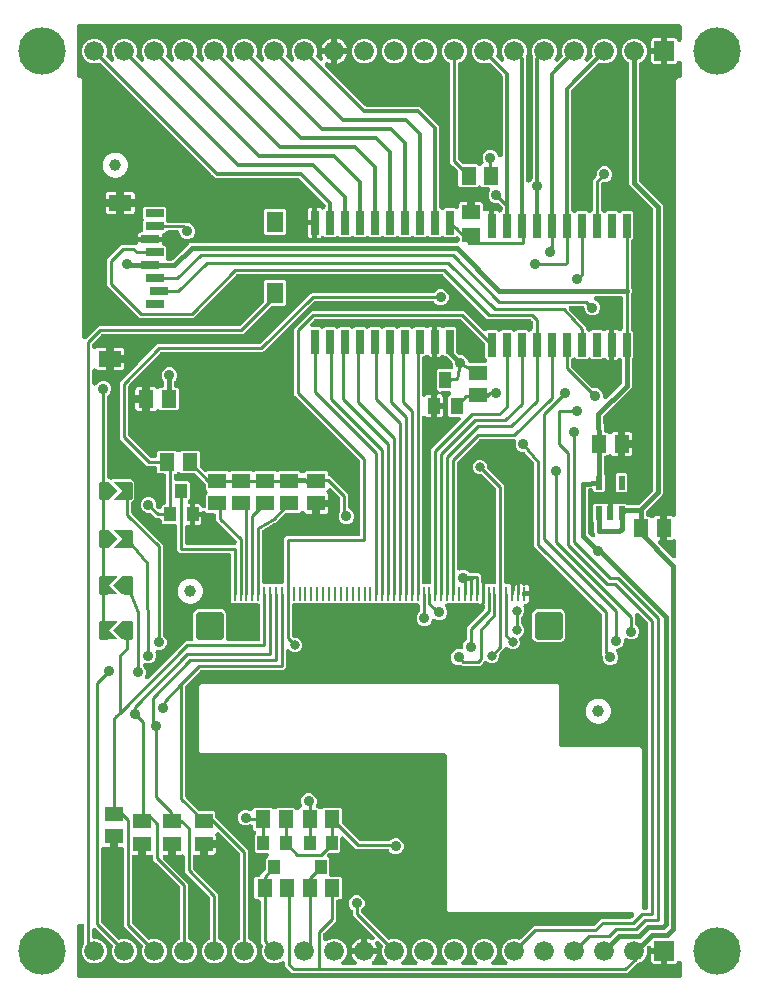
<source format=gbr>
G04 EAGLE Gerber RS-274X export*
G75*
%MOMM*%
%FSLAX34Y34*%
%LPD*%
%INTop Copper*%
%IPPOS*%
%AMOC8*
5,1,8,0,0,1.08239X$1,22.5*%
G01*
%ADD10R,1.500000X1.300000*%
%ADD11R,0.660400X2.032000*%
%ADD12R,0.550000X1.200000*%
%ADD13C,1.000000*%
%ADD14R,1.300000X1.500000*%
%ADD15R,0.275000X1.200000*%
%ADD16C,0.600000*%
%ADD17C,4.016000*%
%ADD18R,1.676400X1.676400*%
%ADD19C,1.676400*%
%ADD20R,1.900000X1.400000*%
%ADD21R,1.400000X1.800000*%
%ADD22R,1.500000X0.700000*%
%ADD23R,1.000000X1.400000*%
%ADD24C,0.381000*%
%ADD25R,1.000000X1.200000*%
%ADD26C,0.906400*%
%ADD27C,0.254000*%
%ADD28C,0.800100*%
%ADD29C,0.304800*%
%ADD30C,0.406400*%

G36*
X-196674Y-150570D02*
X-196674Y-150570D01*
X-196670Y-150570D01*
X-196473Y-150545D01*
X-196279Y-150522D01*
X-196275Y-150520D01*
X-196270Y-150520D01*
X-196087Y-150458D01*
X-195897Y-150395D01*
X-195893Y-150393D01*
X-195889Y-150392D01*
X-195718Y-150293D01*
X-195547Y-150196D01*
X-195544Y-150193D01*
X-195540Y-150191D01*
X-195287Y-149976D01*
X-166458Y-121147D01*
X-163928Y-118617D01*
X-159282Y-118617D01*
X-159268Y-118616D01*
X-159255Y-118617D01*
X-159068Y-118596D01*
X-158881Y-118577D01*
X-158869Y-118573D01*
X-158855Y-118572D01*
X-158676Y-118514D01*
X-158496Y-118459D01*
X-158485Y-118453D01*
X-158472Y-118449D01*
X-158307Y-118357D01*
X-158142Y-118267D01*
X-158132Y-118259D01*
X-158120Y-118252D01*
X-157977Y-118129D01*
X-157833Y-118010D01*
X-157825Y-117999D01*
X-157814Y-117991D01*
X-157698Y-117842D01*
X-157581Y-117696D01*
X-157575Y-117684D01*
X-157566Y-117673D01*
X-157483Y-117507D01*
X-157395Y-117339D01*
X-157392Y-117326D01*
X-157386Y-117314D01*
X-157336Y-117133D01*
X-157284Y-116952D01*
X-157283Y-116938D01*
X-157279Y-116925D01*
X-157266Y-116739D01*
X-157251Y-116550D01*
X-157253Y-116537D01*
X-157252Y-116524D01*
X-157276Y-116339D01*
X-157298Y-116151D01*
X-157302Y-116138D01*
X-157304Y-116125D01*
X-157405Y-115809D01*
X-157533Y-115501D01*
X-157533Y-95499D01*
X-156767Y-93649D01*
X-155351Y-92233D01*
X-153501Y-91467D01*
X-133499Y-91467D01*
X-131649Y-92233D01*
X-130233Y-93649D01*
X-129467Y-95499D01*
X-129467Y-115501D01*
X-129595Y-115809D01*
X-129599Y-115822D01*
X-129605Y-115833D01*
X-129657Y-116014D01*
X-129711Y-116194D01*
X-129712Y-116207D01*
X-129716Y-116220D01*
X-129732Y-116409D01*
X-129749Y-116595D01*
X-129748Y-116608D01*
X-129749Y-116622D01*
X-129727Y-116808D01*
X-129708Y-116995D01*
X-129704Y-117008D01*
X-129702Y-117021D01*
X-129644Y-117201D01*
X-129588Y-117380D01*
X-129581Y-117391D01*
X-129577Y-117404D01*
X-129485Y-117568D01*
X-129395Y-117733D01*
X-129386Y-117743D01*
X-129379Y-117755D01*
X-129257Y-117897D01*
X-129135Y-118041D01*
X-129125Y-118049D01*
X-129116Y-118060D01*
X-128969Y-118174D01*
X-128821Y-118292D01*
X-128809Y-118298D01*
X-128798Y-118306D01*
X-128630Y-118390D01*
X-128463Y-118476D01*
X-128450Y-118480D01*
X-128438Y-118486D01*
X-128255Y-118535D01*
X-128075Y-118586D01*
X-128062Y-118587D01*
X-128049Y-118590D01*
X-127718Y-118617D01*
X-102834Y-118617D01*
X-102816Y-118615D01*
X-102798Y-118617D01*
X-102616Y-118596D01*
X-102433Y-118577D01*
X-102416Y-118572D01*
X-102399Y-118570D01*
X-102224Y-118513D01*
X-102048Y-118459D01*
X-102033Y-118451D01*
X-102016Y-118445D01*
X-101856Y-118355D01*
X-101694Y-118267D01*
X-101681Y-118256D01*
X-101665Y-118247D01*
X-101526Y-118127D01*
X-101385Y-118010D01*
X-101374Y-117996D01*
X-101360Y-117984D01*
X-101248Y-117839D01*
X-101133Y-117696D01*
X-101125Y-117680D01*
X-101114Y-117666D01*
X-101032Y-117501D01*
X-100947Y-117339D01*
X-100942Y-117322D01*
X-100934Y-117306D01*
X-100887Y-117127D01*
X-100836Y-116952D01*
X-100834Y-116934D01*
X-100830Y-116917D01*
X-100803Y-116586D01*
X-100803Y-88564D01*
X-100805Y-88546D01*
X-100803Y-88528D01*
X-100824Y-88346D01*
X-100843Y-88163D01*
X-100848Y-88146D01*
X-100850Y-88129D01*
X-100907Y-87954D01*
X-100961Y-87778D01*
X-100969Y-87763D01*
X-100975Y-87746D01*
X-101065Y-87586D01*
X-101153Y-87424D01*
X-101164Y-87411D01*
X-101173Y-87395D01*
X-101293Y-87256D01*
X-101410Y-87115D01*
X-101424Y-87104D01*
X-101436Y-87090D01*
X-101581Y-86978D01*
X-101724Y-86863D01*
X-101740Y-86855D01*
X-101754Y-86844D01*
X-101918Y-86762D01*
X-102081Y-86677D01*
X-102098Y-86672D01*
X-102114Y-86664D01*
X-102293Y-86617D01*
X-102468Y-86566D01*
X-102486Y-86564D01*
X-102503Y-86560D01*
X-102834Y-86533D01*
X-124717Y-86533D01*
X-125908Y-85342D01*
X-125908Y-71456D01*
X-125884Y-71411D01*
X-125879Y-71394D01*
X-125871Y-71378D01*
X-125822Y-71201D01*
X-125769Y-71025D01*
X-125768Y-71007D01*
X-125763Y-70990D01*
X-125733Y-70660D01*
X-125511Y-45781D01*
X-125514Y-45748D01*
X-125511Y-45716D01*
X-125532Y-45548D01*
X-125547Y-45380D01*
X-125556Y-45349D01*
X-125560Y-45317D01*
X-125614Y-45156D01*
X-125662Y-44994D01*
X-125677Y-44965D01*
X-125687Y-44934D01*
X-125771Y-44787D01*
X-125850Y-44638D01*
X-125871Y-44613D01*
X-125887Y-44585D01*
X-125998Y-44457D01*
X-126105Y-44326D01*
X-126131Y-44306D01*
X-126152Y-44282D01*
X-126286Y-44178D01*
X-126417Y-44071D01*
X-126445Y-44056D01*
X-126471Y-44036D01*
X-126623Y-43962D01*
X-126773Y-43883D01*
X-126804Y-43873D01*
X-126833Y-43859D01*
X-126996Y-43816D01*
X-127159Y-43768D01*
X-127191Y-43765D01*
X-127222Y-43757D01*
X-127553Y-43731D01*
X-127559Y-43731D01*
X-127560Y-43731D01*
X-165430Y-43931D01*
X-165452Y-43933D01*
X-165475Y-43932D01*
X-165560Y-43943D01*
X-167624Y-43943D01*
X-167629Y-43943D01*
X-167635Y-43943D01*
X-169001Y-43950D01*
X-169964Y-42986D01*
X-169968Y-42983D01*
X-169972Y-42979D01*
X-170943Y-42018D01*
X-170943Y-40656D01*
X-170943Y-40651D01*
X-170943Y-40646D01*
X-170954Y-38580D01*
X-170943Y-38447D01*
X-170943Y-21334D01*
X-170945Y-21316D01*
X-170943Y-21298D01*
X-170964Y-21116D01*
X-170983Y-20933D01*
X-170988Y-20916D01*
X-170990Y-20899D01*
X-171047Y-20724D01*
X-171101Y-20548D01*
X-171109Y-20533D01*
X-171115Y-20516D01*
X-171205Y-20356D01*
X-171293Y-20194D01*
X-171304Y-20181D01*
X-171313Y-20165D01*
X-171433Y-20026D01*
X-171550Y-19885D01*
X-171564Y-19874D01*
X-171576Y-19860D01*
X-171721Y-19748D01*
X-171864Y-19633D01*
X-171880Y-19625D01*
X-171894Y-19614D01*
X-172059Y-19532D01*
X-172221Y-19447D01*
X-172238Y-19442D01*
X-172254Y-19434D01*
X-172433Y-19387D01*
X-172608Y-19336D01*
X-172626Y-19334D01*
X-172643Y-19330D01*
X-172974Y-19303D01*
X-182982Y-19303D01*
X-184173Y-18112D01*
X-184173Y-16604D01*
X-184175Y-16586D01*
X-184173Y-16568D01*
X-184194Y-16386D01*
X-184213Y-16203D01*
X-184218Y-16186D01*
X-184220Y-16169D01*
X-184277Y-15994D01*
X-184331Y-15818D01*
X-184339Y-15803D01*
X-184345Y-15786D01*
X-184435Y-15626D01*
X-184523Y-15464D01*
X-184534Y-15451D01*
X-184543Y-15435D01*
X-184663Y-15296D01*
X-184780Y-15155D01*
X-184794Y-15144D01*
X-184806Y-15130D01*
X-184951Y-15018D01*
X-185094Y-14903D01*
X-185110Y-14895D01*
X-185124Y-14884D01*
X-185289Y-14802D01*
X-185451Y-14717D01*
X-185468Y-14712D01*
X-185484Y-14704D01*
X-185663Y-14657D01*
X-185838Y-14606D01*
X-185856Y-14604D01*
X-185873Y-14600D01*
X-186204Y-14573D01*
X-188878Y-14573D01*
X-193091Y-10360D01*
X-193097Y-10355D01*
X-193100Y-10353D01*
X-193112Y-10343D01*
X-193129Y-10322D01*
X-193267Y-10215D01*
X-193403Y-10105D01*
X-193426Y-10092D01*
X-193447Y-10076D01*
X-193604Y-9998D01*
X-193758Y-9916D01*
X-193784Y-9908D01*
X-193808Y-9896D01*
X-193977Y-9851D01*
X-194144Y-9801D01*
X-194171Y-9799D01*
X-194197Y-9792D01*
X-194527Y-9765D01*
X-196886Y-9765D01*
X-199299Y-8765D01*
X-201145Y-6919D01*
X-202145Y-4506D01*
X-202145Y-1894D01*
X-201145Y519D01*
X-199299Y2365D01*
X-198856Y2549D01*
X-196886Y3365D01*
X-194274Y3365D01*
X-191861Y2365D01*
X-190015Y519D01*
X-189015Y-1894D01*
X-189015Y-4253D01*
X-189013Y-4279D01*
X-189015Y-4306D01*
X-188993Y-4480D01*
X-188975Y-4653D01*
X-188968Y-4679D01*
X-188964Y-4705D01*
X-188909Y-4871D01*
X-188857Y-5038D01*
X-188844Y-5062D01*
X-188836Y-5087D01*
X-188749Y-5238D01*
X-188665Y-5392D01*
X-188648Y-5413D01*
X-188635Y-5436D01*
X-188420Y-5689D01*
X-187640Y-6469D01*
X-187633Y-6475D01*
X-187628Y-6481D01*
X-187479Y-6601D01*
X-187329Y-6724D01*
X-187321Y-6728D01*
X-187314Y-6734D01*
X-187145Y-6822D01*
X-186973Y-6913D01*
X-186964Y-6915D01*
X-186957Y-6919D01*
X-186773Y-6972D01*
X-186587Y-7027D01*
X-186578Y-7028D01*
X-186570Y-7031D01*
X-186379Y-7046D01*
X-186186Y-7064D01*
X-186177Y-7063D01*
X-186168Y-7064D01*
X-185979Y-7041D01*
X-185786Y-7020D01*
X-185777Y-7018D01*
X-185769Y-7017D01*
X-185586Y-6957D01*
X-185402Y-6899D01*
X-185394Y-6895D01*
X-185386Y-6892D01*
X-185217Y-6797D01*
X-185050Y-6704D01*
X-185043Y-6698D01*
X-185035Y-6694D01*
X-184890Y-6568D01*
X-184743Y-6444D01*
X-184737Y-6437D01*
X-184730Y-6431D01*
X-184613Y-6279D01*
X-184493Y-6128D01*
X-184489Y-6120D01*
X-184484Y-6113D01*
X-184397Y-5939D01*
X-184311Y-5769D01*
X-184308Y-5760D01*
X-184304Y-5752D01*
X-184254Y-5564D01*
X-184203Y-5381D01*
X-184202Y-5372D01*
X-184200Y-5363D01*
X-184173Y-5033D01*
X-184173Y-4428D01*
X-182982Y-3237D01*
X-182474Y-3237D01*
X-182456Y-3235D01*
X-182438Y-3237D01*
X-182256Y-3216D01*
X-182073Y-3197D01*
X-182056Y-3192D01*
X-182039Y-3190D01*
X-181864Y-3133D01*
X-181688Y-3079D01*
X-181673Y-3071D01*
X-181656Y-3065D01*
X-181496Y-2975D01*
X-181334Y-2887D01*
X-181321Y-2876D01*
X-181305Y-2867D01*
X-181166Y-2747D01*
X-181025Y-2630D01*
X-181014Y-2616D01*
X-181000Y-2604D01*
X-180888Y-2459D01*
X-180773Y-2316D01*
X-180765Y-2300D01*
X-180754Y-2286D01*
X-180672Y-2121D01*
X-180587Y-1959D01*
X-180582Y-1942D01*
X-180574Y-1926D01*
X-180527Y-1747D01*
X-180476Y-1572D01*
X-180474Y-1554D01*
X-180470Y-1537D01*
X-180443Y-1206D01*
X-180443Y21456D01*
X-180445Y21474D01*
X-180443Y21492D01*
X-180464Y21674D01*
X-180483Y21857D01*
X-180488Y21874D01*
X-180490Y21891D01*
X-180547Y22066D01*
X-180601Y22242D01*
X-180609Y22257D01*
X-180615Y22274D01*
X-180705Y22434D01*
X-180793Y22596D01*
X-180804Y22609D01*
X-180813Y22625D01*
X-180933Y22764D01*
X-181050Y22905D01*
X-181064Y22916D01*
X-181076Y22930D01*
X-181221Y23042D01*
X-181364Y23157D01*
X-181380Y23165D01*
X-181394Y23176D01*
X-181559Y23258D01*
X-181721Y23343D01*
X-181738Y23348D01*
X-181754Y23356D01*
X-181933Y23403D01*
X-182108Y23454D01*
X-182126Y23456D01*
X-182143Y23460D01*
X-182474Y23487D01*
X-187022Y23487D01*
X-188213Y24678D01*
X-188213Y27686D01*
X-188215Y27704D01*
X-188213Y27722D01*
X-188234Y27903D01*
X-188253Y28087D01*
X-188258Y28104D01*
X-188260Y28121D01*
X-188317Y28296D01*
X-188371Y28472D01*
X-188379Y28487D01*
X-188385Y28504D01*
X-188475Y28664D01*
X-188563Y28826D01*
X-188574Y28839D01*
X-188583Y28855D01*
X-188703Y28994D01*
X-188820Y29135D01*
X-188834Y29146D01*
X-188846Y29160D01*
X-188991Y29272D01*
X-189134Y29387D01*
X-189150Y29395D01*
X-189164Y29406D01*
X-189329Y29488D01*
X-189491Y29573D01*
X-189508Y29578D01*
X-189524Y29586D01*
X-189703Y29633D01*
X-189878Y29684D01*
X-189896Y29686D01*
X-189913Y29690D01*
X-190244Y29717D01*
X-196288Y29717D01*
X-219203Y52632D01*
X-219203Y99004D01*
X-219205Y99023D01*
X-219203Y99047D01*
X-219232Y100399D01*
X-218275Y101356D01*
X-218263Y101370D01*
X-218245Y101386D01*
X-190557Y130278D01*
X-190554Y130282D01*
X-190550Y130285D01*
X-190431Y130439D01*
X-190319Y130581D01*
X-189065Y131835D01*
X-189053Y131850D01*
X-189035Y131866D01*
X-188099Y132843D01*
X-186746Y132843D01*
X-186727Y132845D01*
X-186703Y132843D01*
X-184923Y132881D01*
X-184888Y132872D01*
X-184883Y132871D01*
X-184878Y132870D01*
X-184547Y132843D01*
X-102494Y132843D01*
X-102482Y132844D01*
X-102470Y132843D01*
X-102281Y132864D01*
X-102094Y132883D01*
X-102082Y132886D01*
X-102070Y132887D01*
X-101890Y132945D01*
X-101709Y133001D01*
X-101698Y133007D01*
X-101687Y133010D01*
X-101521Y133102D01*
X-101355Y133193D01*
X-101346Y133200D01*
X-101335Y133206D01*
X-101079Y133417D01*
X-58209Y175062D01*
X-58200Y175073D01*
X-58188Y175083D01*
X-57228Y176043D01*
X-55870Y176023D01*
X-55857Y176024D01*
X-55840Y176023D01*
X45247Y176023D01*
X45274Y176025D01*
X45301Y176023D01*
X45475Y176045D01*
X45648Y176063D01*
X45674Y176070D01*
X45700Y176074D01*
X45866Y176129D01*
X46033Y176181D01*
X46057Y176194D01*
X46082Y176202D01*
X46234Y176289D01*
X46387Y176373D01*
X46407Y176390D01*
X46431Y176403D01*
X46684Y176618D01*
X48351Y178285D01*
X50764Y179285D01*
X53376Y179285D01*
X55789Y178285D01*
X57635Y176439D01*
X58635Y174026D01*
X58635Y171414D01*
X57635Y169001D01*
X55789Y167155D01*
X53376Y166155D01*
X50764Y166155D01*
X48351Y167155D01*
X46684Y168822D01*
X46663Y168839D01*
X46646Y168860D01*
X46508Y168967D01*
X46372Y169077D01*
X46349Y169090D01*
X46327Y169106D01*
X46171Y169184D01*
X46017Y169266D01*
X45991Y169274D01*
X45967Y169286D01*
X45798Y169331D01*
X45631Y169381D01*
X45604Y169383D01*
X45578Y169390D01*
X45247Y169417D01*
X-53716Y169417D01*
X-53728Y169416D01*
X-53740Y169417D01*
X-53929Y169396D01*
X-54116Y169377D01*
X-54128Y169374D01*
X-54140Y169373D01*
X-54320Y169315D01*
X-54501Y169259D01*
X-54512Y169253D01*
X-54523Y169250D01*
X-54689Y169158D01*
X-54855Y169067D01*
X-54864Y169060D01*
X-54875Y169054D01*
X-55131Y168843D01*
X-98001Y127198D01*
X-98010Y127187D01*
X-98022Y127177D01*
X-98982Y126217D01*
X-100340Y126237D01*
X-100353Y126236D01*
X-100370Y126237D01*
X-184414Y126237D01*
X-184462Y126232D01*
X-184510Y126235D01*
X-184662Y126213D01*
X-184814Y126197D01*
X-184861Y126183D01*
X-184909Y126176D01*
X-185053Y126124D01*
X-185199Y126079D01*
X-185242Y126056D01*
X-185287Y126040D01*
X-185419Y125960D01*
X-185553Y125887D01*
X-185591Y125857D01*
X-185632Y125831D01*
X-185814Y125671D01*
X-185863Y125630D01*
X-185870Y125621D01*
X-185880Y125611D01*
X-212033Y98322D01*
X-212036Y98318D01*
X-212040Y98315D01*
X-212159Y98161D01*
X-212281Y98005D01*
X-212283Y98001D01*
X-212286Y97997D01*
X-212374Y97820D01*
X-212462Y97646D01*
X-212463Y97641D01*
X-212466Y97636D01*
X-212518Y97443D01*
X-212568Y97257D01*
X-212569Y97253D01*
X-212570Y97248D01*
X-212597Y96917D01*
X-212597Y56209D01*
X-212595Y56183D01*
X-212597Y56156D01*
X-212575Y55982D01*
X-212557Y55809D01*
X-212550Y55783D01*
X-212546Y55757D01*
X-212491Y55591D01*
X-212439Y55424D01*
X-212426Y55400D01*
X-212418Y55375D01*
X-212331Y55223D01*
X-212247Y55070D01*
X-212230Y55049D01*
X-212217Y55026D01*
X-212002Y54773D01*
X-194147Y36918D01*
X-194126Y36901D01*
X-194109Y36880D01*
X-193971Y36773D01*
X-193835Y36663D01*
X-193812Y36650D01*
X-193791Y36634D01*
X-193634Y36556D01*
X-193480Y36474D01*
X-193454Y36466D01*
X-193430Y36454D01*
X-193261Y36409D01*
X-193094Y36359D01*
X-193067Y36357D01*
X-193041Y36350D01*
X-192711Y36323D01*
X-190244Y36323D01*
X-190226Y36325D01*
X-190208Y36323D01*
X-190026Y36344D01*
X-189843Y36363D01*
X-189826Y36368D01*
X-189809Y36370D01*
X-189634Y36427D01*
X-189458Y36481D01*
X-189443Y36489D01*
X-189426Y36495D01*
X-189266Y36585D01*
X-189104Y36673D01*
X-189091Y36684D01*
X-189075Y36693D01*
X-188936Y36813D01*
X-188795Y36930D01*
X-188784Y36944D01*
X-188770Y36956D01*
X-188658Y37101D01*
X-188543Y37244D01*
X-188535Y37260D01*
X-188524Y37274D01*
X-188442Y37439D01*
X-188357Y37601D01*
X-188352Y37618D01*
X-188344Y37634D01*
X-188297Y37813D01*
X-188246Y37988D01*
X-188244Y38006D01*
X-188240Y38023D01*
X-188213Y38354D01*
X-188213Y41362D01*
X-187022Y42553D01*
X-172338Y42553D01*
X-171616Y41831D01*
X-171602Y41820D01*
X-171591Y41806D01*
X-171447Y41692D01*
X-171305Y41576D01*
X-171289Y41568D01*
X-171275Y41557D01*
X-171111Y41473D01*
X-170949Y41387D01*
X-170932Y41382D01*
X-170916Y41374D01*
X-170739Y41325D01*
X-170563Y41273D01*
X-170545Y41271D01*
X-170528Y41266D01*
X-170345Y41253D01*
X-170162Y41236D01*
X-170144Y41238D01*
X-170127Y41237D01*
X-169945Y41260D01*
X-169762Y41280D01*
X-169745Y41285D01*
X-169727Y41287D01*
X-169554Y41345D01*
X-169378Y41401D01*
X-169362Y41410D01*
X-169346Y41415D01*
X-169187Y41507D01*
X-169026Y41596D01*
X-169012Y41607D01*
X-168997Y41616D01*
X-168744Y41831D01*
X-168022Y42553D01*
X-153338Y42553D01*
X-152147Y41362D01*
X-152147Y29999D01*
X-152145Y29973D01*
X-152147Y29946D01*
X-152125Y29772D01*
X-152107Y29599D01*
X-152100Y29573D01*
X-152096Y29547D01*
X-152041Y29381D01*
X-151989Y29214D01*
X-151976Y29190D01*
X-151968Y29165D01*
X-151881Y29013D01*
X-151797Y28860D01*
X-151780Y28839D01*
X-151767Y28816D01*
X-151552Y28563D01*
X-148508Y25519D01*
X-148494Y25508D01*
X-148483Y25494D01*
X-148339Y25380D01*
X-148197Y25264D01*
X-148181Y25256D01*
X-148167Y25245D01*
X-148002Y25161D01*
X-147841Y25075D01*
X-147824Y25070D01*
X-147808Y25062D01*
X-147631Y25013D01*
X-147455Y24961D01*
X-147437Y24959D01*
X-147420Y24954D01*
X-147237Y24941D01*
X-147054Y24924D01*
X-147036Y24926D01*
X-147019Y24925D01*
X-146837Y24948D01*
X-146654Y24968D01*
X-146637Y24973D01*
X-146619Y24975D01*
X-146446Y25033D01*
X-146270Y25089D01*
X-146254Y25098D01*
X-146237Y25103D01*
X-146078Y25195D01*
X-145918Y25284D01*
X-145904Y25295D01*
X-145889Y25304D01*
X-145636Y25519D01*
X-145502Y25653D01*
X-128818Y25653D01*
X-128436Y25271D01*
X-128423Y25260D01*
X-128411Y25246D01*
X-128267Y25133D01*
X-128125Y25016D01*
X-128109Y25008D01*
X-128095Y24997D01*
X-127931Y24913D01*
X-127769Y24827D01*
X-127752Y24822D01*
X-127736Y24814D01*
X-127559Y24765D01*
X-127383Y24713D01*
X-127365Y24711D01*
X-127348Y24706D01*
X-127165Y24693D01*
X-126982Y24676D01*
X-126964Y24678D01*
X-126947Y24677D01*
X-126765Y24700D01*
X-126582Y24720D01*
X-126565Y24725D01*
X-126547Y24727D01*
X-126374Y24786D01*
X-126198Y24841D01*
X-126182Y24850D01*
X-126166Y24855D01*
X-126007Y24947D01*
X-125846Y25036D01*
X-125832Y25047D01*
X-125817Y25056D01*
X-125564Y25271D01*
X-125182Y25653D01*
X-108498Y25653D01*
X-108116Y25271D01*
X-108103Y25260D01*
X-108091Y25246D01*
X-107947Y25133D01*
X-107805Y25016D01*
X-107789Y25008D01*
X-107775Y24997D01*
X-107611Y24913D01*
X-107449Y24827D01*
X-107432Y24822D01*
X-107416Y24814D01*
X-107239Y24765D01*
X-107063Y24713D01*
X-107045Y24711D01*
X-107028Y24706D01*
X-106845Y24693D01*
X-106662Y24676D01*
X-106644Y24678D01*
X-106627Y24677D01*
X-106445Y24700D01*
X-106262Y24720D01*
X-106245Y24725D01*
X-106227Y24727D01*
X-106054Y24786D01*
X-105878Y24841D01*
X-105862Y24850D01*
X-105846Y24855D01*
X-105687Y24947D01*
X-105526Y25036D01*
X-105512Y25047D01*
X-105497Y25056D01*
X-105244Y25271D01*
X-104862Y25653D01*
X-88178Y25653D01*
X-87796Y25271D01*
X-87783Y25260D01*
X-87771Y25246D01*
X-87627Y25133D01*
X-87485Y25016D01*
X-87469Y25008D01*
X-87455Y24997D01*
X-87291Y24913D01*
X-87129Y24827D01*
X-87112Y24822D01*
X-87096Y24814D01*
X-86919Y24765D01*
X-86743Y24713D01*
X-86725Y24711D01*
X-86708Y24706D01*
X-86525Y24693D01*
X-86342Y24676D01*
X-86324Y24678D01*
X-86307Y24677D01*
X-86125Y24700D01*
X-85942Y24720D01*
X-85925Y24725D01*
X-85907Y24727D01*
X-85734Y24786D01*
X-85558Y24841D01*
X-85542Y24850D01*
X-85526Y24855D01*
X-85367Y24947D01*
X-85206Y25036D01*
X-85192Y25047D01*
X-85177Y25056D01*
X-84924Y25271D01*
X-84542Y25653D01*
X-67858Y25653D01*
X-66206Y24001D01*
X-66193Y23990D01*
X-66181Y23976D01*
X-66037Y23862D01*
X-65895Y23746D01*
X-65879Y23738D01*
X-65865Y23727D01*
X-65701Y23643D01*
X-65539Y23557D01*
X-65522Y23552D01*
X-65506Y23544D01*
X-65329Y23495D01*
X-65153Y23443D01*
X-65135Y23441D01*
X-65118Y23436D01*
X-64935Y23423D01*
X-64752Y23406D01*
X-64734Y23408D01*
X-64717Y23407D01*
X-64535Y23430D01*
X-64352Y23450D01*
X-64335Y23455D01*
X-64317Y23457D01*
X-64144Y23515D01*
X-63968Y23571D01*
X-63952Y23580D01*
X-63936Y23585D01*
X-63776Y23677D01*
X-63616Y23766D01*
X-63602Y23777D01*
X-63587Y23786D01*
X-63334Y24001D01*
X-61682Y25653D01*
X-44998Y25653D01*
X-43807Y24462D01*
X-43807Y23114D01*
X-43805Y23096D01*
X-43807Y23078D01*
X-43786Y22896D01*
X-43767Y22713D01*
X-43762Y22696D01*
X-43760Y22679D01*
X-43703Y22504D01*
X-43649Y22328D01*
X-43641Y22313D01*
X-43635Y22296D01*
X-43545Y22136D01*
X-43457Y21974D01*
X-43446Y21961D01*
X-43437Y21945D01*
X-43317Y21806D01*
X-43200Y21665D01*
X-43186Y21654D01*
X-43174Y21640D01*
X-43029Y21528D01*
X-42886Y21413D01*
X-42870Y21405D01*
X-42856Y21394D01*
X-42691Y21312D01*
X-42529Y21227D01*
X-42512Y21222D01*
X-42496Y21214D01*
X-42317Y21167D01*
X-42142Y21116D01*
X-42124Y21114D01*
X-42107Y21110D01*
X-41815Y21086D01*
X-26517Y5788D01*
X-26517Y-4826D01*
X-26515Y-4849D01*
X-26517Y-4871D01*
X-26495Y-5049D01*
X-26477Y-5227D01*
X-26471Y-5248D01*
X-26468Y-5271D01*
X-26412Y-5441D01*
X-26359Y-5612D01*
X-26349Y-5632D01*
X-26342Y-5653D01*
X-26253Y-5809D01*
X-26167Y-5966D01*
X-26153Y-5983D01*
X-26142Y-6003D01*
X-26024Y-6138D01*
X-25910Y-6275D01*
X-25892Y-6289D01*
X-25878Y-6306D01*
X-25735Y-6416D01*
X-25596Y-6528D01*
X-25576Y-6538D01*
X-25559Y-6551D01*
X-25263Y-6703D01*
X-24221Y-7135D01*
X-22375Y-8981D01*
X-21375Y-11394D01*
X-21375Y-14006D01*
X-22375Y-16419D01*
X-24221Y-18265D01*
X-26634Y-19265D01*
X-29246Y-19265D01*
X-31659Y-18265D01*
X-33505Y-16419D01*
X-34505Y-14006D01*
X-34505Y-11394D01*
X-33466Y-8886D01*
X-33463Y-8882D01*
X-33450Y-8859D01*
X-33434Y-8837D01*
X-33356Y-8681D01*
X-33274Y-8527D01*
X-33266Y-8501D01*
X-33254Y-8477D01*
X-33209Y-8308D01*
X-33159Y-8141D01*
X-33157Y-8114D01*
X-33150Y-8088D01*
X-33123Y-7757D01*
X-33123Y2211D01*
X-33125Y2237D01*
X-33123Y2264D01*
X-33145Y2438D01*
X-33163Y2611D01*
X-33170Y2637D01*
X-33174Y2663D01*
X-33229Y2829D01*
X-33281Y2996D01*
X-33294Y3020D01*
X-33302Y3045D01*
X-33389Y3197D01*
X-33473Y3350D01*
X-33490Y3371D01*
X-33503Y3394D01*
X-33718Y3647D01*
X-40392Y10321D01*
X-40406Y10332D01*
X-40417Y10346D01*
X-40561Y10460D01*
X-40703Y10576D01*
X-40719Y10584D01*
X-40733Y10595D01*
X-40897Y10679D01*
X-41059Y10765D01*
X-41076Y10770D01*
X-41092Y10778D01*
X-41270Y10827D01*
X-41445Y10879D01*
X-41463Y10881D01*
X-41480Y10886D01*
X-41663Y10899D01*
X-41846Y10916D01*
X-41864Y10914D01*
X-41881Y10915D01*
X-42063Y10892D01*
X-42246Y10872D01*
X-42263Y10867D01*
X-42281Y10865D01*
X-42454Y10807D01*
X-42630Y10751D01*
X-42646Y10742D01*
X-42662Y10737D01*
X-42822Y10645D01*
X-42982Y10556D01*
X-42996Y10545D01*
X-43011Y10536D01*
X-43264Y10321D01*
X-44170Y9416D01*
X-44181Y9402D01*
X-44195Y9390D01*
X-44309Y9246D01*
X-44425Y9104D01*
X-44433Y9088D01*
X-44444Y9074D01*
X-44528Y8910D01*
X-44613Y8748D01*
X-44619Y8731D01*
X-44627Y8715D01*
X-44676Y8538D01*
X-44728Y8362D01*
X-44730Y8345D01*
X-44735Y8327D01*
X-44748Y8144D01*
X-44765Y7961D01*
X-44763Y7944D01*
X-44764Y7926D01*
X-44741Y7744D01*
X-44721Y7561D01*
X-44716Y7544D01*
X-44714Y7526D01*
X-44655Y7353D01*
X-44600Y7177D01*
X-44591Y7162D01*
X-44585Y7145D01*
X-44494Y6985D01*
X-44405Y6825D01*
X-44393Y6812D01*
X-44384Y6796D01*
X-44170Y6543D01*
X-43807Y6180D01*
X-43472Y5601D01*
X-43299Y4955D01*
X-43299Y1369D01*
X-52122Y1369D01*
X-52140Y1368D01*
X-52157Y1369D01*
X-52340Y1348D01*
X-52522Y1329D01*
X-52539Y1324D01*
X-52557Y1322D01*
X-52732Y1265D01*
X-52907Y1211D01*
X-52923Y1203D01*
X-52940Y1197D01*
X-53100Y1107D01*
X-53261Y1020D01*
X-53275Y1008D01*
X-53291Y999D01*
X-53430Y879D01*
X-53571Y762D01*
X-53582Y748D01*
X-53595Y736D01*
X-53708Y591D01*
X-53823Y448D01*
X-53831Y432D01*
X-53842Y418D01*
X-53924Y253D01*
X-54008Y91D01*
X-54013Y74D01*
X-54021Y58D01*
X-54069Y-121D01*
X-54120Y-296D01*
X-54121Y-314D01*
X-54126Y-331D01*
X-54153Y-662D01*
X-54153Y-1067D01*
X-54558Y-1067D01*
X-54576Y-1069D01*
X-54594Y-1067D01*
X-54776Y-1089D01*
X-54959Y-1107D01*
X-54976Y-1112D01*
X-54993Y-1114D01*
X-55168Y-1171D01*
X-55344Y-1225D01*
X-55359Y-1233D01*
X-55376Y-1239D01*
X-55536Y-1329D01*
X-55698Y-1417D01*
X-55711Y-1428D01*
X-55727Y-1437D01*
X-55866Y-1557D01*
X-56007Y-1675D01*
X-56018Y-1688D01*
X-56032Y-1700D01*
X-56144Y-1845D01*
X-56259Y-1988D01*
X-56267Y-2004D01*
X-56278Y-2018D01*
X-56360Y-2183D01*
X-56445Y-2346D01*
X-56450Y-2363D01*
X-56458Y-2379D01*
X-56505Y-2557D01*
X-56556Y-2732D01*
X-56558Y-2750D01*
X-56562Y-2767D01*
X-56589Y-3098D01*
X-56589Y-10921D01*
X-61175Y-10921D01*
X-61821Y-10748D01*
X-62400Y-10413D01*
X-62873Y-9940D01*
X-63201Y-9372D01*
X-63249Y-9305D01*
X-63289Y-9233D01*
X-63366Y-9142D01*
X-63436Y-9045D01*
X-63496Y-8989D01*
X-63549Y-8926D01*
X-63643Y-8852D01*
X-63731Y-8771D01*
X-63801Y-8728D01*
X-63865Y-8677D01*
X-63972Y-8623D01*
X-64074Y-8560D01*
X-64151Y-8532D01*
X-64224Y-8494D01*
X-64339Y-8462D01*
X-64452Y-8421D01*
X-64533Y-8408D01*
X-64612Y-8386D01*
X-64732Y-8378D01*
X-64850Y-8359D01*
X-64931Y-8363D01*
X-65014Y-8357D01*
X-65132Y-8372D01*
X-65252Y-8377D01*
X-65331Y-8397D01*
X-65413Y-8407D01*
X-65527Y-8446D01*
X-65643Y-8474D01*
X-65717Y-8509D01*
X-65795Y-8536D01*
X-65898Y-8595D01*
X-66006Y-8646D01*
X-66072Y-8696D01*
X-66144Y-8737D01*
X-66260Y-8835D01*
X-66329Y-8887D01*
X-66356Y-8917D01*
X-66397Y-8951D01*
X-67858Y-10413D01*
X-79221Y-10413D01*
X-79247Y-10415D01*
X-79274Y-10413D01*
X-79448Y-10435D01*
X-79621Y-10453D01*
X-79647Y-10460D01*
X-79673Y-10464D01*
X-79839Y-10519D01*
X-80006Y-10571D01*
X-80030Y-10584D01*
X-80055Y-10592D01*
X-80206Y-10679D01*
X-80360Y-10763D01*
X-80381Y-10780D01*
X-80404Y-10793D01*
X-80657Y-11008D01*
X-86221Y-16572D01*
X-86323Y-16696D01*
X-86429Y-16816D01*
X-86450Y-16852D01*
X-86476Y-16884D01*
X-86551Y-17025D01*
X-86632Y-17164D01*
X-86648Y-17207D01*
X-86665Y-17239D01*
X-86690Y-17323D01*
X-86726Y-17423D01*
X-87301Y-17752D01*
X-87385Y-17813D01*
X-87475Y-17864D01*
X-87566Y-17941D01*
X-87629Y-17986D01*
X-87668Y-18028D01*
X-87728Y-18079D01*
X-88198Y-18548D01*
X-88300Y-18559D01*
X-88461Y-18568D01*
X-88501Y-18579D01*
X-88542Y-18583D01*
X-88695Y-18630D01*
X-88850Y-18670D01*
X-88892Y-18690D01*
X-88927Y-18701D01*
X-89003Y-18742D01*
X-89150Y-18811D01*
X-98505Y-24167D01*
X-98593Y-24229D01*
X-98686Y-24284D01*
X-98757Y-24346D01*
X-98833Y-24401D01*
X-98907Y-24479D01*
X-98988Y-24551D01*
X-99044Y-24626D01*
X-99109Y-24694D01*
X-99165Y-24786D01*
X-99230Y-24872D01*
X-99271Y-24957D01*
X-99321Y-25037D01*
X-99358Y-25138D01*
X-99405Y-25235D01*
X-99428Y-25326D01*
X-99461Y-25414D01*
X-99478Y-25520D01*
X-99504Y-25625D01*
X-99512Y-25737D01*
X-99524Y-25812D01*
X-99522Y-25872D01*
X-99527Y-25956D01*
X-99225Y-49488D01*
X-99224Y-49503D01*
X-99225Y-49517D01*
X-99201Y-49703D01*
X-99197Y-49738D01*
X-99197Y-51666D01*
X-99196Y-51677D01*
X-99197Y-51692D01*
X-99173Y-53573D01*
X-99197Y-53869D01*
X-99197Y-68436D01*
X-99195Y-68454D01*
X-99197Y-68472D01*
X-99176Y-68654D01*
X-99157Y-68837D01*
X-99152Y-68854D01*
X-99150Y-68871D01*
X-99093Y-69046D01*
X-99039Y-69222D01*
X-99031Y-69237D01*
X-99025Y-69254D01*
X-98935Y-69414D01*
X-98847Y-69576D01*
X-98836Y-69589D01*
X-98827Y-69605D01*
X-98707Y-69744D01*
X-98590Y-69885D01*
X-98576Y-69896D01*
X-98564Y-69910D01*
X-98419Y-70022D01*
X-98276Y-70137D01*
X-98260Y-70145D01*
X-98246Y-70156D01*
X-98081Y-70238D01*
X-97919Y-70323D01*
X-97902Y-70328D01*
X-97886Y-70336D01*
X-97707Y-70383D01*
X-97532Y-70434D01*
X-97514Y-70436D01*
X-97497Y-70440D01*
X-97166Y-70467D01*
X-82834Y-70467D01*
X-82816Y-70465D01*
X-82798Y-70467D01*
X-82616Y-70446D01*
X-82433Y-70427D01*
X-82416Y-70422D01*
X-82399Y-70420D01*
X-82224Y-70363D01*
X-82048Y-70309D01*
X-82033Y-70301D01*
X-82016Y-70295D01*
X-81856Y-70205D01*
X-81694Y-70117D01*
X-81681Y-70106D01*
X-81665Y-70097D01*
X-81526Y-69977D01*
X-81385Y-69860D01*
X-81374Y-69846D01*
X-81360Y-69834D01*
X-81248Y-69689D01*
X-81133Y-69546D01*
X-81125Y-69530D01*
X-81114Y-69516D01*
X-81032Y-69352D01*
X-80947Y-69189D01*
X-80942Y-69172D01*
X-80934Y-69156D01*
X-80887Y-68977D01*
X-80836Y-68802D01*
X-80834Y-68784D01*
X-80830Y-68767D01*
X-80803Y-68436D01*
X-80803Y-31652D01*
X-78868Y-29717D01*
X-18034Y-29717D01*
X-18016Y-29715D01*
X-17998Y-29717D01*
X-17816Y-29696D01*
X-17633Y-29677D01*
X-17616Y-29672D01*
X-17599Y-29670D01*
X-17424Y-29613D01*
X-17248Y-29559D01*
X-17233Y-29551D01*
X-17216Y-29545D01*
X-17056Y-29455D01*
X-16894Y-29367D01*
X-16881Y-29356D01*
X-16865Y-29347D01*
X-16726Y-29227D01*
X-16585Y-29110D01*
X-16574Y-29096D01*
X-16560Y-29084D01*
X-16448Y-28939D01*
X-16333Y-28796D01*
X-16325Y-28780D01*
X-16314Y-28766D01*
X-16232Y-28601D01*
X-16147Y-28439D01*
X-16142Y-28422D01*
X-16134Y-28406D01*
X-16087Y-28227D01*
X-16036Y-28052D01*
X-16034Y-28034D01*
X-16030Y-28017D01*
X-16003Y-27686D01*
X-16003Y33351D01*
X-16005Y33377D01*
X-16003Y33404D01*
X-16025Y33578D01*
X-16043Y33751D01*
X-16050Y33777D01*
X-16054Y33803D01*
X-16109Y33969D01*
X-16161Y34136D01*
X-16174Y34160D01*
X-16182Y34185D01*
X-16269Y34337D01*
X-16353Y34490D01*
X-16370Y34511D01*
X-16383Y34534D01*
X-16598Y34787D01*
X-71883Y90072D01*
X-71883Y146148D01*
X-57248Y160783D01*
X71726Y160783D01*
X87981Y144528D01*
X87995Y144517D01*
X88006Y144503D01*
X88150Y144389D01*
X88292Y144273D01*
X88308Y144265D01*
X88322Y144254D01*
X88487Y144170D01*
X88648Y144084D01*
X88665Y144079D01*
X88681Y144071D01*
X88858Y144022D01*
X89034Y143970D01*
X89052Y143968D01*
X89069Y143963D01*
X89252Y143950D01*
X89435Y143933D01*
X89453Y143935D01*
X89470Y143934D01*
X89652Y143957D01*
X89835Y143977D01*
X89852Y143982D01*
X89870Y143984D01*
X90043Y144042D01*
X90219Y144098D01*
X90235Y144107D01*
X90252Y144112D01*
X90411Y144204D01*
X90571Y144293D01*
X90585Y144304D01*
X90600Y144313D01*
X90853Y144528D01*
X91106Y144781D01*
X99394Y144781D01*
X100164Y144011D01*
X100177Y144000D01*
X100189Y143986D01*
X100334Y143872D01*
X100475Y143756D01*
X100491Y143748D01*
X100505Y143737D01*
X100669Y143653D01*
X100831Y143567D01*
X100848Y143562D01*
X100864Y143554D01*
X101041Y143505D01*
X101217Y143453D01*
X101235Y143451D01*
X101252Y143446D01*
X101435Y143433D01*
X101618Y143416D01*
X101636Y143418D01*
X101653Y143417D01*
X101835Y143440D01*
X102018Y143460D01*
X102035Y143465D01*
X102053Y143467D01*
X102226Y143525D01*
X102402Y143581D01*
X102418Y143590D01*
X102434Y143595D01*
X102593Y143687D01*
X102754Y143776D01*
X102768Y143787D01*
X102783Y143796D01*
X103036Y144011D01*
X103806Y144781D01*
X112094Y144781D01*
X112864Y144011D01*
X112878Y144000D01*
X112889Y143986D01*
X113033Y143872D01*
X113175Y143756D01*
X113191Y143748D01*
X113205Y143737D01*
X113369Y143653D01*
X113531Y143567D01*
X113548Y143562D01*
X113564Y143554D01*
X113741Y143505D01*
X113917Y143453D01*
X113935Y143451D01*
X113952Y143446D01*
X114135Y143433D01*
X114318Y143416D01*
X114336Y143418D01*
X114353Y143417D01*
X114535Y143440D01*
X114718Y143460D01*
X114735Y143465D01*
X114753Y143467D01*
X114927Y143526D01*
X115102Y143581D01*
X115118Y143590D01*
X115134Y143595D01*
X115293Y143687D01*
X115454Y143776D01*
X115468Y143787D01*
X115483Y143796D01*
X115736Y144011D01*
X116506Y144781D01*
X124794Y144781D01*
X125564Y144011D01*
X125577Y144000D01*
X125589Y143986D01*
X125734Y143872D01*
X125875Y143756D01*
X125891Y143748D01*
X125905Y143737D01*
X126069Y143653D01*
X126231Y143567D01*
X126248Y143562D01*
X126264Y143554D01*
X126441Y143505D01*
X126617Y143453D01*
X126635Y143451D01*
X126652Y143446D01*
X126835Y143433D01*
X127018Y143416D01*
X127036Y143418D01*
X127053Y143417D01*
X127235Y143440D01*
X127418Y143460D01*
X127435Y143465D01*
X127453Y143467D01*
X127626Y143525D01*
X127802Y143581D01*
X127818Y143590D01*
X127834Y143595D01*
X127993Y143687D01*
X128154Y143776D01*
X128168Y143787D01*
X128183Y143796D01*
X128436Y144011D01*
X129452Y145027D01*
X129469Y145048D01*
X129490Y145065D01*
X129597Y145203D01*
X129707Y145339D01*
X129720Y145362D01*
X129736Y145383D01*
X129814Y145540D01*
X129896Y145694D01*
X129904Y145720D01*
X129916Y145744D01*
X129961Y145913D01*
X130011Y146080D01*
X130013Y146107D01*
X130020Y146133D01*
X130047Y146463D01*
X130047Y151461D01*
X130045Y151487D01*
X130047Y151514D01*
X130025Y151688D01*
X130007Y151861D01*
X130000Y151887D01*
X129996Y151913D01*
X129941Y152079D01*
X129889Y152246D01*
X129876Y152270D01*
X129868Y152295D01*
X129781Y152447D01*
X129697Y152600D01*
X129680Y152621D01*
X129667Y152644D01*
X129452Y152897D01*
X128767Y153582D01*
X128746Y153599D01*
X128729Y153620D01*
X128591Y153727D01*
X128455Y153837D01*
X128432Y153850D01*
X128411Y153866D01*
X128254Y153944D01*
X128100Y154026D01*
X128074Y154034D01*
X128050Y154046D01*
X127881Y154091D01*
X127714Y154141D01*
X127687Y154143D01*
X127661Y154150D01*
X127331Y154177D01*
X91342Y154177D01*
X53837Y191682D01*
X53816Y191699D01*
X53799Y191720D01*
X53661Y191827D01*
X53525Y191937D01*
X53502Y191950D01*
X53481Y191966D01*
X53324Y192044D01*
X53170Y192126D01*
X53144Y192134D01*
X53120Y192146D01*
X52951Y192191D01*
X52784Y192241D01*
X52757Y192243D01*
X52731Y192250D01*
X52401Y192277D01*
X-119711Y192277D01*
X-119737Y192275D01*
X-119764Y192277D01*
X-119938Y192255D01*
X-120111Y192237D01*
X-120137Y192230D01*
X-120163Y192226D01*
X-120329Y192171D01*
X-120496Y192119D01*
X-120520Y192106D01*
X-120545Y192098D01*
X-120697Y192011D01*
X-120850Y191927D01*
X-120871Y191910D01*
X-120894Y191897D01*
X-121147Y191682D01*
X-157382Y155447D01*
X-203298Y155447D01*
X-230633Y182782D01*
X-230633Y204568D01*
X-218538Y216663D01*
X-206292Y216663D01*
X-206274Y216665D01*
X-206256Y216663D01*
X-206074Y216684D01*
X-205891Y216703D01*
X-205874Y216708D01*
X-205857Y216710D01*
X-205682Y216767D01*
X-205506Y216821D01*
X-205491Y216829D01*
X-205474Y216835D01*
X-205314Y216925D01*
X-205152Y217013D01*
X-205139Y217024D01*
X-205123Y217033D01*
X-204984Y217153D01*
X-204843Y217270D01*
X-204832Y217284D01*
X-204818Y217296D01*
X-204706Y217441D01*
X-204591Y217584D01*
X-204583Y217600D01*
X-204572Y217614D01*
X-204490Y217779D01*
X-204405Y217941D01*
X-204400Y217958D01*
X-204392Y217974D01*
X-204345Y218153D01*
X-204294Y218328D01*
X-204292Y218346D01*
X-204288Y218363D01*
X-204261Y218694D01*
X-204261Y219509D01*
X-194220Y219509D01*
X-184179Y219509D01*
X-184179Y218104D01*
X-184177Y218086D01*
X-184179Y218068D01*
X-184158Y217886D01*
X-184139Y217703D01*
X-184134Y217686D01*
X-184132Y217669D01*
X-184075Y217494D01*
X-184021Y217318D01*
X-184013Y217303D01*
X-184007Y217286D01*
X-183917Y217126D01*
X-183829Y216964D01*
X-183818Y216951D01*
X-183809Y216935D01*
X-183689Y216796D01*
X-183572Y216655D01*
X-183558Y216644D01*
X-183546Y216630D01*
X-183401Y216518D01*
X-183258Y216403D01*
X-183242Y216395D01*
X-183228Y216384D01*
X-183063Y216302D01*
X-182901Y216217D01*
X-182884Y216212D01*
X-182868Y216204D01*
X-182689Y216157D01*
X-182514Y216106D01*
X-182496Y216104D01*
X-182479Y216100D01*
X-182148Y216073D01*
X-181878Y216073D01*
X-180687Y214882D01*
X-180687Y205636D01*
X-180685Y205618D01*
X-180687Y205600D01*
X-180666Y205418D01*
X-180647Y205235D01*
X-180642Y205218D01*
X-180640Y205201D01*
X-180583Y205026D01*
X-180529Y204850D01*
X-180521Y204835D01*
X-180515Y204818D01*
X-180425Y204658D01*
X-180337Y204496D01*
X-180326Y204483D01*
X-180317Y204467D01*
X-180197Y204328D01*
X-180080Y204187D01*
X-180066Y204176D01*
X-180054Y204162D01*
X-179909Y204050D01*
X-179766Y203935D01*
X-179750Y203927D01*
X-179736Y203916D01*
X-179571Y203834D01*
X-179409Y203749D01*
X-179392Y203744D01*
X-179376Y203736D01*
X-179197Y203689D01*
X-179022Y203638D01*
X-179004Y203636D01*
X-178987Y203632D01*
X-178656Y203605D01*
X-176365Y203605D01*
X-176338Y203607D01*
X-176312Y203605D01*
X-176138Y203627D01*
X-175964Y203645D01*
X-175939Y203652D01*
X-175912Y203656D01*
X-175747Y203711D01*
X-175580Y203763D01*
X-175556Y203776D01*
X-175531Y203784D01*
X-175379Y203871D01*
X-175225Y203955D01*
X-175205Y203972D01*
X-175182Y203985D01*
X-174929Y204200D01*
X-161052Y218076D01*
X-160928Y218127D01*
X-160924Y218129D01*
X-160920Y218131D01*
X-160744Y218226D01*
X-160573Y218318D01*
X-160570Y218320D01*
X-160566Y218323D01*
X-160415Y218448D01*
X-160263Y218574D01*
X-160260Y218577D01*
X-160257Y218580D01*
X-160135Y218731D01*
X-160009Y218887D01*
X-160007Y218891D01*
X-160004Y218894D01*
X-159996Y218910D01*
X-159835Y218830D01*
X-159831Y218828D01*
X-159827Y218826D01*
X-159636Y218775D01*
X-159447Y218723D01*
X-159442Y218723D01*
X-159438Y218722D01*
X-159107Y218695D01*
X64883Y218695D01*
X64896Y218696D01*
X64910Y218695D01*
X65065Y218712D01*
X65870Y218698D01*
X65906Y218701D01*
X65942Y218698D01*
X66106Y218718D01*
X66272Y218731D01*
X66306Y218741D01*
X66341Y218745D01*
X66499Y218797D01*
X66659Y218843D01*
X66690Y218859D01*
X66724Y218870D01*
X66869Y218952D01*
X67016Y219028D01*
X67044Y219050D01*
X67075Y219068D01*
X67201Y219177D01*
X67330Y219280D01*
X67352Y219308D01*
X67380Y219331D01*
X67481Y219462D01*
X67587Y219590D01*
X67604Y219621D01*
X67626Y219649D01*
X67700Y219798D01*
X67779Y219944D01*
X67790Y219978D01*
X67806Y220010D01*
X67849Y220170D01*
X67897Y220329D01*
X67901Y220364D01*
X67910Y220399D01*
X67937Y220729D01*
X67937Y222461D01*
X67935Y222487D01*
X67937Y222514D01*
X67915Y222688D01*
X67897Y222861D01*
X67890Y222887D01*
X67886Y222913D01*
X67831Y223079D01*
X67779Y223246D01*
X67766Y223270D01*
X67758Y223295D01*
X67671Y223447D01*
X67587Y223600D01*
X67570Y223621D01*
X67557Y223644D01*
X67342Y223897D01*
X67213Y224026D01*
X67199Y224037D01*
X67188Y224051D01*
X67044Y224165D01*
X66902Y224281D01*
X66886Y224289D01*
X66872Y224300D01*
X66708Y224384D01*
X66546Y224470D01*
X66529Y224475D01*
X66513Y224483D01*
X66336Y224532D01*
X66160Y224584D01*
X66142Y224586D01*
X66125Y224591D01*
X65942Y224604D01*
X65759Y224621D01*
X65741Y224619D01*
X65724Y224620D01*
X65542Y224597D01*
X65359Y224577D01*
X65342Y224572D01*
X65324Y224570D01*
X65151Y224512D01*
X64975Y224456D01*
X64959Y224447D01*
X64943Y224442D01*
X64784Y224350D01*
X64623Y224261D01*
X64609Y224250D01*
X64594Y224241D01*
X64341Y224026D01*
X63834Y223519D01*
X55546Y223519D01*
X54776Y224289D01*
X54763Y224300D01*
X54751Y224314D01*
X54606Y224428D01*
X54465Y224544D01*
X54449Y224552D01*
X54435Y224563D01*
X54271Y224647D01*
X54109Y224733D01*
X54092Y224738D01*
X54076Y224746D01*
X53899Y224795D01*
X53723Y224847D01*
X53705Y224849D01*
X53688Y224854D01*
X53505Y224867D01*
X53322Y224884D01*
X53304Y224882D01*
X53287Y224883D01*
X53105Y224860D01*
X52922Y224840D01*
X52905Y224835D01*
X52887Y224833D01*
X52714Y224775D01*
X52538Y224719D01*
X52522Y224710D01*
X52506Y224705D01*
X52347Y224613D01*
X52186Y224524D01*
X52172Y224513D01*
X52157Y224504D01*
X51904Y224289D01*
X51134Y223519D01*
X42846Y223519D01*
X42076Y224289D01*
X42063Y224300D01*
X42051Y224314D01*
X41906Y224428D01*
X41765Y224544D01*
X41749Y224552D01*
X41735Y224563D01*
X41571Y224647D01*
X41409Y224733D01*
X41392Y224738D01*
X41376Y224746D01*
X41199Y224795D01*
X41023Y224847D01*
X41005Y224849D01*
X40988Y224854D01*
X40805Y224867D01*
X40622Y224884D01*
X40604Y224882D01*
X40587Y224883D01*
X40405Y224860D01*
X40222Y224840D01*
X40205Y224835D01*
X40187Y224833D01*
X40014Y224775D01*
X39838Y224719D01*
X39822Y224710D01*
X39806Y224705D01*
X39647Y224613D01*
X39486Y224524D01*
X39472Y224513D01*
X39457Y224504D01*
X39204Y224289D01*
X38434Y223519D01*
X30146Y223519D01*
X29376Y224289D01*
X29363Y224300D01*
X29351Y224314D01*
X29206Y224428D01*
X29065Y224544D01*
X29049Y224552D01*
X29035Y224563D01*
X28871Y224647D01*
X28709Y224733D01*
X28692Y224738D01*
X28676Y224746D01*
X28499Y224795D01*
X28323Y224847D01*
X28305Y224849D01*
X28288Y224854D01*
X28105Y224867D01*
X27922Y224884D01*
X27904Y224882D01*
X27887Y224883D01*
X27705Y224860D01*
X27522Y224840D01*
X27505Y224835D01*
X27487Y224833D01*
X27314Y224775D01*
X27138Y224719D01*
X27122Y224710D01*
X27106Y224705D01*
X26947Y224613D01*
X26786Y224524D01*
X26772Y224513D01*
X26757Y224504D01*
X26504Y224289D01*
X25734Y223519D01*
X17446Y223519D01*
X16676Y224289D01*
X16663Y224300D01*
X16651Y224314D01*
X16506Y224428D01*
X16365Y224544D01*
X16349Y224552D01*
X16335Y224563D01*
X16171Y224647D01*
X16009Y224733D01*
X15992Y224738D01*
X15976Y224746D01*
X15799Y224795D01*
X15623Y224847D01*
X15605Y224849D01*
X15588Y224854D01*
X15405Y224867D01*
X15222Y224884D01*
X15204Y224882D01*
X15187Y224883D01*
X15005Y224860D01*
X14822Y224840D01*
X14805Y224835D01*
X14787Y224833D01*
X14614Y224775D01*
X14438Y224719D01*
X14422Y224710D01*
X14406Y224705D01*
X14247Y224613D01*
X14086Y224524D01*
X14072Y224513D01*
X14057Y224504D01*
X13804Y224289D01*
X13034Y223519D01*
X4746Y223519D01*
X3976Y224289D01*
X3963Y224300D01*
X3951Y224314D01*
X3806Y224428D01*
X3665Y224544D01*
X3649Y224552D01*
X3635Y224563D01*
X3471Y224647D01*
X3309Y224733D01*
X3292Y224738D01*
X3276Y224746D01*
X3099Y224795D01*
X2923Y224847D01*
X2905Y224849D01*
X2888Y224854D01*
X2705Y224867D01*
X2522Y224884D01*
X2504Y224882D01*
X2487Y224883D01*
X2305Y224860D01*
X2122Y224840D01*
X2105Y224835D01*
X2087Y224833D01*
X1914Y224775D01*
X1738Y224719D01*
X1722Y224710D01*
X1706Y224705D01*
X1547Y224613D01*
X1386Y224524D01*
X1372Y224513D01*
X1357Y224504D01*
X1104Y224289D01*
X334Y223519D01*
X-7954Y223519D01*
X-8724Y224289D01*
X-8737Y224300D01*
X-8749Y224314D01*
X-8894Y224428D01*
X-9035Y224544D01*
X-9051Y224552D01*
X-9065Y224563D01*
X-9229Y224647D01*
X-9391Y224733D01*
X-9408Y224738D01*
X-9424Y224746D01*
X-9601Y224795D01*
X-9777Y224847D01*
X-9795Y224849D01*
X-9812Y224854D01*
X-9995Y224867D01*
X-10178Y224884D01*
X-10196Y224882D01*
X-10213Y224883D01*
X-10395Y224860D01*
X-10578Y224840D01*
X-10595Y224835D01*
X-10613Y224833D01*
X-10786Y224775D01*
X-10962Y224719D01*
X-10978Y224710D01*
X-10994Y224705D01*
X-11153Y224613D01*
X-11314Y224524D01*
X-11328Y224513D01*
X-11343Y224504D01*
X-11596Y224289D01*
X-12366Y223519D01*
X-20654Y223519D01*
X-21424Y224289D01*
X-21437Y224300D01*
X-21449Y224314D01*
X-21594Y224428D01*
X-21735Y224544D01*
X-21751Y224552D01*
X-21765Y224563D01*
X-21929Y224647D01*
X-22091Y224733D01*
X-22108Y224738D01*
X-22124Y224746D01*
X-22301Y224795D01*
X-22477Y224847D01*
X-22495Y224849D01*
X-22512Y224854D01*
X-22695Y224867D01*
X-22878Y224884D01*
X-22896Y224882D01*
X-22913Y224883D01*
X-23095Y224860D01*
X-23278Y224840D01*
X-23295Y224835D01*
X-23313Y224833D01*
X-23486Y224775D01*
X-23662Y224719D01*
X-23678Y224710D01*
X-23694Y224705D01*
X-23853Y224613D01*
X-24014Y224524D01*
X-24028Y224513D01*
X-24043Y224504D01*
X-24296Y224289D01*
X-25066Y223519D01*
X-33354Y223519D01*
X-34124Y224289D01*
X-34138Y224300D01*
X-34149Y224314D01*
X-34293Y224428D01*
X-34435Y224544D01*
X-34451Y224552D01*
X-34465Y224563D01*
X-34629Y224647D01*
X-34791Y224733D01*
X-34808Y224738D01*
X-34824Y224746D01*
X-35001Y224795D01*
X-35177Y224847D01*
X-35195Y224849D01*
X-35212Y224854D01*
X-35395Y224867D01*
X-35578Y224884D01*
X-35596Y224882D01*
X-35613Y224883D01*
X-35795Y224860D01*
X-35978Y224840D01*
X-35995Y224835D01*
X-36013Y224833D01*
X-36187Y224774D01*
X-36362Y224719D01*
X-36378Y224710D01*
X-36394Y224705D01*
X-36553Y224613D01*
X-36714Y224524D01*
X-36728Y224513D01*
X-36743Y224504D01*
X-36996Y224289D01*
X-37766Y223519D01*
X-46054Y223519D01*
X-46464Y223930D01*
X-46478Y223941D01*
X-46490Y223955D01*
X-46634Y224068D01*
X-46776Y224185D01*
X-46792Y224193D01*
X-46806Y224204D01*
X-46969Y224287D01*
X-47132Y224373D01*
X-47149Y224379D01*
X-47165Y224387D01*
X-47342Y224436D01*
X-47518Y224488D01*
X-47535Y224490D01*
X-47553Y224495D01*
X-47736Y224508D01*
X-47919Y224525D01*
X-47936Y224523D01*
X-47954Y224524D01*
X-48136Y224501D01*
X-48319Y224481D01*
X-48336Y224476D01*
X-48354Y224474D01*
X-48527Y224415D01*
X-48703Y224360D01*
X-48718Y224351D01*
X-48735Y224345D01*
X-48894Y224254D01*
X-49055Y224165D01*
X-49069Y224153D01*
X-49084Y224144D01*
X-49337Y223930D01*
X-49748Y223519D01*
X-50327Y223184D01*
X-50973Y223011D01*
X-52579Y223011D01*
X-52579Y235712D01*
X-52579Y248413D01*
X-50973Y248413D01*
X-50327Y248240D01*
X-49748Y247905D01*
X-49337Y247494D01*
X-49323Y247483D01*
X-49312Y247469D01*
X-49168Y247355D01*
X-49026Y247239D01*
X-49010Y247231D01*
X-48996Y247220D01*
X-48831Y247136D01*
X-48670Y247051D01*
X-48653Y247045D01*
X-48637Y247037D01*
X-48459Y246988D01*
X-48284Y246936D01*
X-48266Y246934D01*
X-48249Y246929D01*
X-48066Y246916D01*
X-47883Y246899D01*
X-47865Y246901D01*
X-47847Y246900D01*
X-47666Y246923D01*
X-47483Y246943D01*
X-47466Y246948D01*
X-47448Y246950D01*
X-47274Y247009D01*
X-47099Y247064D01*
X-47083Y247073D01*
X-47066Y247079D01*
X-46907Y247170D01*
X-46747Y247259D01*
X-46733Y247271D01*
X-46717Y247280D01*
X-46464Y247494D01*
X-46062Y247897D01*
X-46045Y247918D01*
X-46024Y247935D01*
X-45917Y248073D01*
X-45807Y248209D01*
X-45794Y248232D01*
X-45778Y248253D01*
X-45700Y248410D01*
X-45618Y248564D01*
X-45610Y248590D01*
X-45598Y248614D01*
X-45553Y248783D01*
X-45503Y248950D01*
X-45501Y248977D01*
X-45494Y249003D01*
X-45467Y249333D01*
X-45467Y250415D01*
X-45469Y250442D01*
X-45467Y250469D01*
X-45489Y250643D01*
X-45507Y250816D01*
X-45514Y250841D01*
X-45518Y250868D01*
X-45573Y251034D01*
X-45625Y251201D01*
X-45638Y251224D01*
X-45646Y251250D01*
X-45733Y251401D01*
X-45817Y251555D01*
X-45834Y251575D01*
X-45847Y251599D01*
X-46062Y251852D01*
X-66918Y272708D01*
X-66939Y272725D01*
X-66957Y272746D01*
X-67094Y272853D01*
X-67230Y272963D01*
X-67253Y272976D01*
X-67275Y272992D01*
X-67432Y273070D01*
X-67586Y273152D01*
X-67611Y273160D01*
X-67635Y273172D01*
X-67805Y273217D01*
X-67971Y273267D01*
X-67998Y273269D01*
X-68024Y273276D01*
X-68355Y273303D01*
X-138633Y273303D01*
X-141312Y275982D01*
X-235926Y370596D01*
X-235943Y370610D01*
X-235958Y370627D01*
X-236098Y370737D01*
X-236237Y370851D01*
X-236257Y370861D01*
X-236275Y370875D01*
X-236435Y370956D01*
X-236593Y371040D01*
X-236615Y371046D01*
X-236634Y371056D01*
X-236807Y371103D01*
X-236979Y371154D01*
X-237001Y371156D01*
X-237023Y371162D01*
X-237202Y371175D01*
X-237380Y371191D01*
X-237402Y371188D01*
X-237424Y371190D01*
X-237602Y371167D01*
X-237780Y371147D01*
X-237802Y371141D01*
X-237824Y371138D01*
X-238140Y371036D01*
X-239228Y370585D01*
X-243372Y370585D01*
X-247199Y372171D01*
X-250129Y375101D01*
X-251715Y378928D01*
X-251715Y383072D01*
X-250129Y386899D01*
X-247199Y389829D01*
X-245538Y390518D01*
X-243372Y391415D01*
X-239228Y391415D01*
X-235401Y389829D01*
X-232471Y386899D01*
X-230885Y383072D01*
X-230885Y378928D01*
X-231336Y377840D01*
X-231343Y377818D01*
X-231353Y377798D01*
X-231401Y377626D01*
X-231453Y377454D01*
X-231455Y377432D01*
X-231461Y377410D01*
X-231474Y377231D01*
X-231491Y377053D01*
X-231489Y377031D01*
X-231490Y377009D01*
X-231468Y376830D01*
X-231449Y376653D01*
X-231443Y376632D01*
X-231440Y376609D01*
X-231383Y376439D01*
X-231329Y376269D01*
X-231319Y376249D01*
X-231312Y376228D01*
X-231222Y376072D01*
X-231136Y375915D01*
X-231122Y375898D01*
X-231111Y375879D01*
X-230896Y375626D01*
X-227961Y372691D01*
X-227957Y372688D01*
X-227955Y372685D01*
X-227801Y372560D01*
X-227649Y372436D01*
X-227646Y372434D01*
X-227642Y372431D01*
X-227464Y372338D01*
X-227294Y372247D01*
X-227290Y372246D01*
X-227286Y372244D01*
X-227093Y372188D01*
X-226908Y372132D01*
X-226903Y372132D01*
X-226899Y372131D01*
X-226706Y372114D01*
X-226507Y372096D01*
X-226502Y372097D01*
X-226498Y372096D01*
X-226308Y372118D01*
X-226107Y372139D01*
X-226102Y372141D01*
X-226098Y372141D01*
X-225912Y372201D01*
X-225723Y372261D01*
X-225719Y372263D01*
X-225715Y372264D01*
X-225541Y372362D01*
X-225370Y372456D01*
X-225367Y372459D01*
X-225363Y372461D01*
X-225213Y372589D01*
X-225063Y372716D01*
X-225061Y372720D01*
X-225057Y372723D01*
X-224937Y372876D01*
X-224814Y373032D01*
X-224812Y373036D01*
X-224809Y373040D01*
X-224721Y373215D01*
X-224631Y373391D01*
X-224630Y373395D01*
X-224628Y373399D01*
X-224577Y373588D01*
X-224523Y373779D01*
X-224523Y373783D01*
X-224522Y373788D01*
X-224508Y373984D01*
X-224494Y374181D01*
X-224495Y374185D01*
X-224494Y374189D01*
X-224520Y374385D01*
X-224544Y374580D01*
X-224546Y374584D01*
X-224546Y374589D01*
X-224648Y374905D01*
X-226315Y378928D01*
X-226315Y383072D01*
X-224729Y386899D01*
X-221799Y389829D01*
X-220138Y390518D01*
X-217972Y391415D01*
X-213828Y391415D01*
X-210001Y389829D01*
X-207071Y386899D01*
X-205485Y383072D01*
X-205485Y378928D01*
X-205936Y377840D01*
X-205943Y377818D01*
X-205953Y377798D01*
X-206001Y377626D01*
X-206053Y377454D01*
X-206055Y377432D01*
X-206061Y377410D01*
X-206074Y377231D01*
X-206091Y377053D01*
X-206089Y377031D01*
X-206090Y377009D01*
X-206068Y376830D01*
X-206049Y376653D01*
X-206043Y376632D01*
X-206040Y376609D01*
X-205983Y376439D01*
X-205929Y376269D01*
X-205919Y376249D01*
X-205912Y376228D01*
X-205822Y376073D01*
X-205736Y375915D01*
X-205722Y375898D01*
X-205711Y375879D01*
X-205496Y375626D01*
X-202561Y372691D01*
X-202557Y372688D01*
X-202555Y372685D01*
X-202401Y372560D01*
X-202249Y372436D01*
X-202245Y372434D01*
X-202242Y372431D01*
X-202067Y372339D01*
X-201894Y372247D01*
X-201889Y372246D01*
X-201885Y372244D01*
X-201697Y372189D01*
X-201508Y372132D01*
X-201503Y372132D01*
X-201499Y372131D01*
X-201307Y372114D01*
X-201107Y372096D01*
X-201102Y372097D01*
X-201098Y372096D01*
X-200905Y372118D01*
X-200707Y372139D01*
X-200702Y372141D01*
X-200698Y372141D01*
X-200511Y372201D01*
X-200323Y372261D01*
X-200319Y372263D01*
X-200315Y372265D01*
X-200144Y372360D01*
X-199970Y372456D01*
X-199967Y372459D01*
X-199963Y372461D01*
X-199813Y372590D01*
X-199663Y372716D01*
X-199661Y372720D01*
X-199657Y372723D01*
X-199537Y372876D01*
X-199414Y373032D01*
X-199412Y373036D01*
X-199409Y373040D01*
X-199320Y373216D01*
X-199231Y373391D01*
X-199230Y373395D01*
X-199228Y373399D01*
X-199176Y373590D01*
X-199123Y373779D01*
X-199123Y373783D01*
X-199122Y373788D01*
X-199108Y373984D01*
X-199094Y374181D01*
X-199095Y374185D01*
X-199094Y374189D01*
X-199120Y374385D01*
X-199144Y374580D01*
X-199146Y374584D01*
X-199146Y374589D01*
X-199248Y374905D01*
X-200915Y378928D01*
X-200915Y383072D01*
X-199329Y386899D01*
X-196399Y389829D01*
X-194738Y390518D01*
X-192572Y391415D01*
X-188428Y391415D01*
X-184601Y389829D01*
X-181671Y386899D01*
X-180085Y383072D01*
X-180085Y378928D01*
X-180536Y377840D01*
X-180543Y377818D01*
X-180553Y377798D01*
X-180601Y377626D01*
X-180653Y377454D01*
X-180655Y377432D01*
X-180661Y377410D01*
X-180674Y377231D01*
X-180691Y377053D01*
X-180689Y377031D01*
X-180690Y377009D01*
X-180668Y376830D01*
X-180649Y376653D01*
X-180643Y376632D01*
X-180640Y376609D01*
X-180583Y376439D01*
X-180529Y376269D01*
X-180519Y376249D01*
X-180512Y376228D01*
X-180422Y376072D01*
X-180336Y375915D01*
X-180322Y375898D01*
X-180311Y375879D01*
X-180096Y375626D01*
X-177161Y372691D01*
X-177157Y372688D01*
X-177155Y372685D01*
X-177001Y372560D01*
X-176849Y372436D01*
X-176846Y372434D01*
X-176842Y372431D01*
X-176663Y372337D01*
X-176494Y372247D01*
X-176490Y372246D01*
X-176485Y372244D01*
X-176293Y372187D01*
X-176108Y372132D01*
X-176103Y372132D01*
X-176099Y372131D01*
X-175906Y372114D01*
X-175707Y372096D01*
X-175702Y372097D01*
X-175698Y372096D01*
X-175508Y372118D01*
X-175307Y372139D01*
X-175302Y372141D01*
X-175298Y372141D01*
X-175112Y372201D01*
X-174923Y372261D01*
X-174919Y372263D01*
X-174915Y372264D01*
X-174741Y372362D01*
X-174570Y372456D01*
X-174567Y372459D01*
X-174563Y372461D01*
X-174413Y372589D01*
X-174263Y372716D01*
X-174261Y372720D01*
X-174257Y372723D01*
X-174137Y372876D01*
X-174014Y373032D01*
X-174012Y373036D01*
X-174009Y373040D01*
X-173922Y373214D01*
X-173831Y373391D01*
X-173830Y373396D01*
X-173828Y373399D01*
X-173777Y373587D01*
X-173723Y373779D01*
X-173723Y373783D01*
X-173722Y373788D01*
X-173709Y373978D01*
X-173694Y374181D01*
X-173695Y374185D01*
X-173694Y374189D01*
X-173720Y374386D01*
X-173744Y374580D01*
X-173746Y374584D01*
X-173746Y374589D01*
X-173848Y374905D01*
X-175515Y378928D01*
X-175515Y383072D01*
X-173929Y386899D01*
X-170999Y389829D01*
X-169338Y390518D01*
X-167172Y391415D01*
X-163028Y391415D01*
X-159201Y389829D01*
X-156271Y386899D01*
X-154685Y383072D01*
X-154685Y378928D01*
X-155136Y377840D01*
X-155143Y377818D01*
X-155153Y377798D01*
X-155201Y377625D01*
X-155253Y377454D01*
X-155255Y377432D01*
X-155261Y377411D01*
X-155274Y377231D01*
X-155291Y377053D01*
X-155289Y377031D01*
X-155290Y377009D01*
X-155268Y376831D01*
X-155249Y376653D01*
X-155243Y376632D01*
X-155240Y376610D01*
X-155183Y376440D01*
X-155129Y376269D01*
X-155119Y376249D01*
X-155112Y376228D01*
X-155022Y376073D01*
X-154936Y375915D01*
X-154922Y375898D01*
X-154911Y375879D01*
X-154696Y375626D01*
X-151761Y372691D01*
X-151757Y372688D01*
X-151755Y372685D01*
X-151601Y372560D01*
X-151449Y372436D01*
X-151446Y372434D01*
X-151442Y372431D01*
X-151266Y372338D01*
X-151094Y372247D01*
X-151090Y372246D01*
X-151086Y372244D01*
X-150895Y372188D01*
X-150708Y372132D01*
X-150703Y372132D01*
X-150699Y372131D01*
X-150507Y372114D01*
X-150307Y372096D01*
X-150302Y372097D01*
X-150298Y372096D01*
X-150108Y372118D01*
X-149907Y372139D01*
X-149902Y372141D01*
X-149898Y372141D01*
X-149712Y372201D01*
X-149523Y372261D01*
X-149519Y372263D01*
X-149515Y372264D01*
X-149341Y372362D01*
X-149170Y372456D01*
X-149167Y372459D01*
X-149163Y372461D01*
X-149013Y372589D01*
X-148863Y372716D01*
X-148861Y372720D01*
X-148857Y372723D01*
X-148737Y372876D01*
X-148614Y373032D01*
X-148612Y373036D01*
X-148609Y373040D01*
X-148521Y373215D01*
X-148431Y373391D01*
X-148430Y373395D01*
X-148428Y373399D01*
X-148377Y373587D01*
X-148323Y373779D01*
X-148323Y373783D01*
X-148322Y373788D01*
X-148308Y373984D01*
X-148294Y374181D01*
X-148295Y374185D01*
X-148294Y374189D01*
X-148320Y374385D01*
X-148344Y374580D01*
X-148346Y374584D01*
X-148346Y374589D01*
X-148448Y374905D01*
X-150115Y378928D01*
X-150115Y383072D01*
X-148529Y386899D01*
X-145599Y389829D01*
X-143938Y390518D01*
X-141772Y391415D01*
X-137628Y391415D01*
X-133801Y389829D01*
X-130871Y386899D01*
X-129285Y383072D01*
X-129285Y378928D01*
X-129736Y377840D01*
X-129743Y377818D01*
X-129753Y377798D01*
X-129801Y377625D01*
X-129853Y377454D01*
X-129855Y377432D01*
X-129861Y377411D01*
X-129874Y377231D01*
X-129891Y377053D01*
X-129889Y377031D01*
X-129890Y377009D01*
X-129868Y376831D01*
X-129849Y376653D01*
X-129843Y376632D01*
X-129840Y376610D01*
X-129783Y376440D01*
X-129729Y376269D01*
X-129719Y376249D01*
X-129712Y376228D01*
X-129622Y376073D01*
X-129536Y375915D01*
X-129522Y375898D01*
X-129511Y375879D01*
X-129296Y375626D01*
X-126361Y372691D01*
X-126357Y372688D01*
X-126355Y372685D01*
X-126201Y372560D01*
X-126049Y372436D01*
X-126046Y372434D01*
X-126042Y372431D01*
X-125866Y372338D01*
X-125694Y372247D01*
X-125690Y372246D01*
X-125686Y372244D01*
X-125495Y372188D01*
X-125308Y372132D01*
X-125303Y372132D01*
X-125299Y372131D01*
X-125107Y372114D01*
X-124907Y372096D01*
X-124902Y372097D01*
X-124898Y372096D01*
X-124708Y372118D01*
X-124507Y372139D01*
X-124502Y372141D01*
X-124498Y372141D01*
X-124312Y372201D01*
X-124123Y372261D01*
X-124119Y372263D01*
X-124115Y372264D01*
X-123941Y372362D01*
X-123770Y372456D01*
X-123767Y372459D01*
X-123763Y372461D01*
X-123613Y372589D01*
X-123463Y372716D01*
X-123461Y372720D01*
X-123457Y372723D01*
X-123337Y372876D01*
X-123214Y373032D01*
X-123212Y373036D01*
X-123209Y373040D01*
X-123121Y373215D01*
X-123031Y373391D01*
X-123030Y373395D01*
X-123028Y373399D01*
X-122977Y373587D01*
X-122923Y373779D01*
X-122923Y373783D01*
X-122922Y373788D01*
X-122908Y373984D01*
X-122894Y374181D01*
X-122895Y374185D01*
X-122894Y374189D01*
X-122920Y374385D01*
X-122944Y374580D01*
X-122946Y374584D01*
X-122946Y374589D01*
X-123048Y374905D01*
X-124715Y378928D01*
X-124715Y383072D01*
X-123129Y386899D01*
X-120199Y389829D01*
X-118538Y390518D01*
X-116372Y391415D01*
X-112228Y391415D01*
X-108401Y389829D01*
X-105471Y386899D01*
X-103885Y383072D01*
X-103885Y378928D01*
X-104336Y377840D01*
X-104343Y377818D01*
X-104353Y377798D01*
X-104401Y377625D01*
X-104453Y377454D01*
X-104455Y377432D01*
X-104461Y377411D01*
X-104474Y377231D01*
X-104491Y377053D01*
X-104489Y377031D01*
X-104490Y377009D01*
X-104468Y376831D01*
X-104449Y376653D01*
X-104443Y376632D01*
X-104440Y376610D01*
X-104383Y376440D01*
X-104329Y376269D01*
X-104319Y376249D01*
X-104312Y376228D01*
X-104222Y376073D01*
X-104136Y375915D01*
X-104122Y375898D01*
X-104111Y375879D01*
X-103896Y375626D01*
X-100961Y372691D01*
X-100957Y372688D01*
X-100955Y372685D01*
X-100801Y372560D01*
X-100649Y372436D01*
X-100646Y372434D01*
X-100642Y372431D01*
X-100466Y372338D01*
X-100294Y372247D01*
X-100290Y372246D01*
X-100286Y372244D01*
X-100095Y372188D01*
X-99908Y372132D01*
X-99903Y372132D01*
X-99899Y372131D01*
X-99707Y372114D01*
X-99507Y372096D01*
X-99502Y372097D01*
X-99498Y372096D01*
X-99308Y372118D01*
X-99107Y372139D01*
X-99102Y372141D01*
X-99098Y372141D01*
X-98912Y372201D01*
X-98723Y372261D01*
X-98719Y372263D01*
X-98715Y372264D01*
X-98541Y372362D01*
X-98370Y372456D01*
X-98367Y372459D01*
X-98363Y372461D01*
X-98213Y372589D01*
X-98063Y372716D01*
X-98061Y372720D01*
X-98057Y372723D01*
X-97937Y372876D01*
X-97814Y373032D01*
X-97812Y373036D01*
X-97809Y373040D01*
X-97721Y373215D01*
X-97631Y373391D01*
X-97630Y373395D01*
X-97628Y373399D01*
X-97577Y373587D01*
X-97523Y373779D01*
X-97523Y373783D01*
X-97522Y373788D01*
X-97508Y373984D01*
X-97494Y374181D01*
X-97495Y374185D01*
X-97494Y374189D01*
X-97520Y374385D01*
X-97544Y374580D01*
X-97546Y374584D01*
X-97546Y374589D01*
X-97648Y374905D01*
X-99315Y378928D01*
X-99315Y383072D01*
X-97729Y386899D01*
X-94799Y389829D01*
X-93138Y390518D01*
X-90972Y391415D01*
X-86828Y391415D01*
X-83001Y389829D01*
X-80071Y386899D01*
X-78485Y383072D01*
X-78485Y378928D01*
X-78936Y377840D01*
X-78943Y377818D01*
X-78953Y377798D01*
X-79001Y377625D01*
X-79053Y377454D01*
X-79055Y377432D01*
X-79061Y377411D01*
X-79074Y377231D01*
X-79091Y377053D01*
X-79089Y377031D01*
X-79090Y377009D01*
X-79068Y376831D01*
X-79049Y376653D01*
X-79043Y376632D01*
X-79040Y376610D01*
X-78983Y376440D01*
X-78929Y376269D01*
X-78919Y376249D01*
X-78912Y376228D01*
X-78822Y376073D01*
X-78736Y375915D01*
X-78722Y375898D01*
X-78711Y375879D01*
X-78496Y375626D01*
X-75561Y372691D01*
X-75557Y372688D01*
X-75555Y372685D01*
X-75401Y372560D01*
X-75249Y372436D01*
X-75246Y372434D01*
X-75242Y372431D01*
X-75066Y372338D01*
X-74894Y372247D01*
X-74890Y372246D01*
X-74886Y372244D01*
X-74695Y372188D01*
X-74508Y372132D01*
X-74503Y372132D01*
X-74499Y372131D01*
X-74307Y372114D01*
X-74107Y372096D01*
X-74102Y372097D01*
X-74098Y372096D01*
X-73908Y372118D01*
X-73707Y372139D01*
X-73702Y372141D01*
X-73698Y372141D01*
X-73512Y372201D01*
X-73323Y372261D01*
X-73319Y372263D01*
X-73315Y372264D01*
X-73141Y372362D01*
X-72970Y372456D01*
X-72967Y372459D01*
X-72963Y372461D01*
X-72813Y372589D01*
X-72663Y372716D01*
X-72661Y372720D01*
X-72657Y372723D01*
X-72537Y372876D01*
X-72414Y373032D01*
X-72412Y373036D01*
X-72409Y373040D01*
X-72321Y373215D01*
X-72231Y373391D01*
X-72230Y373395D01*
X-72228Y373399D01*
X-72177Y373587D01*
X-72123Y373779D01*
X-72123Y373783D01*
X-72122Y373788D01*
X-72108Y373984D01*
X-72094Y374181D01*
X-72095Y374185D01*
X-72094Y374189D01*
X-72120Y374385D01*
X-72144Y374580D01*
X-72146Y374584D01*
X-72146Y374589D01*
X-72248Y374905D01*
X-73915Y378928D01*
X-73915Y383072D01*
X-72329Y386899D01*
X-69399Y389829D01*
X-67738Y390518D01*
X-65572Y391415D01*
X-61428Y391415D01*
X-57601Y389829D01*
X-54671Y386899D01*
X-53085Y383072D01*
X-53085Y378928D01*
X-53536Y377840D01*
X-53543Y377818D01*
X-53553Y377798D01*
X-53601Y377625D01*
X-53653Y377454D01*
X-53655Y377432D01*
X-53661Y377411D01*
X-53674Y377231D01*
X-53691Y377053D01*
X-53689Y377031D01*
X-53690Y377009D01*
X-53668Y376831D01*
X-53649Y376653D01*
X-53643Y376632D01*
X-53640Y376610D01*
X-53583Y376439D01*
X-53529Y376269D01*
X-53519Y376249D01*
X-53512Y376228D01*
X-53422Y376072D01*
X-53336Y375915D01*
X-53322Y375898D01*
X-53311Y375879D01*
X-53096Y375626D01*
X-51001Y373531D01*
X-50936Y373478D01*
X-50877Y373417D01*
X-50780Y373350D01*
X-50690Y373276D01*
X-50615Y373237D01*
X-50546Y373189D01*
X-50438Y373142D01*
X-50334Y373087D01*
X-50253Y373063D01*
X-50176Y373030D01*
X-50061Y373006D01*
X-49948Y372973D01*
X-49864Y372965D01*
X-49781Y372948D01*
X-49664Y372947D01*
X-49547Y372936D01*
X-49463Y372945D01*
X-49379Y372945D01*
X-49264Y372967D01*
X-49147Y372980D01*
X-49066Y373005D01*
X-48984Y373021D01*
X-48875Y373066D01*
X-48763Y373101D01*
X-48689Y373142D01*
X-48611Y373174D01*
X-48513Y373239D01*
X-48411Y373296D01*
X-48346Y373351D01*
X-48276Y373397D01*
X-48193Y373480D01*
X-48104Y373556D01*
X-48051Y373623D01*
X-47992Y373682D01*
X-47927Y373780D01*
X-47854Y373872D01*
X-47816Y373948D01*
X-47769Y374018D01*
X-47725Y374126D01*
X-47672Y374231D01*
X-47649Y374313D01*
X-47617Y374391D01*
X-47595Y374506D01*
X-47564Y374619D01*
X-47557Y374703D01*
X-47542Y374786D01*
X-47543Y374904D01*
X-47534Y375021D01*
X-47545Y375104D01*
X-47546Y375189D01*
X-47570Y375304D01*
X-47585Y375420D01*
X-47612Y375500D01*
X-47629Y375583D01*
X-47685Y375720D01*
X-47713Y375802D01*
X-47734Y375839D01*
X-47755Y375890D01*
X-48222Y376807D01*
X-48754Y378442D01*
X-48763Y378501D01*
X-40599Y378501D01*
X-40599Y370337D01*
X-40658Y370346D01*
X-42293Y370878D01*
X-43210Y371345D01*
X-43289Y371376D01*
X-43363Y371415D01*
X-43476Y371449D01*
X-43585Y371491D01*
X-43669Y371506D01*
X-43749Y371530D01*
X-43866Y371541D01*
X-43982Y371561D01*
X-44066Y371559D01*
X-44150Y371566D01*
X-44267Y371554D01*
X-44385Y371551D01*
X-44467Y371532D01*
X-44551Y371523D01*
X-44663Y371487D01*
X-44777Y371461D01*
X-44854Y371427D01*
X-44934Y371401D01*
X-45037Y371345D01*
X-45144Y371296D01*
X-45213Y371247D01*
X-45287Y371207D01*
X-45376Y371131D01*
X-45472Y371062D01*
X-45529Y371001D01*
X-45594Y370946D01*
X-45667Y370854D01*
X-45747Y370768D01*
X-45791Y370696D01*
X-45843Y370630D01*
X-45897Y370526D01*
X-45958Y370426D01*
X-45988Y370346D01*
X-46026Y370271D01*
X-46057Y370158D01*
X-46098Y370048D01*
X-46111Y369965D01*
X-46134Y369883D01*
X-46142Y369766D01*
X-46161Y369650D01*
X-46157Y369566D01*
X-46163Y369482D01*
X-46148Y369365D01*
X-46143Y369248D01*
X-46123Y369166D01*
X-46113Y369082D01*
X-46075Y368971D01*
X-46047Y368857D01*
X-46011Y368781D01*
X-45985Y368701D01*
X-45926Y368599D01*
X-45876Y368493D01*
X-45826Y368425D01*
X-45784Y368352D01*
X-45687Y368238D01*
X-45636Y368169D01*
X-45605Y368141D01*
X-45569Y368099D01*
X-11822Y334352D01*
X-11801Y334335D01*
X-11783Y334314D01*
X-11646Y334207D01*
X-11510Y334097D01*
X-11487Y334084D01*
X-11465Y334068D01*
X-11308Y333990D01*
X-11154Y333908D01*
X-11129Y333900D01*
X-11105Y333888D01*
X-10935Y333843D01*
X-10769Y333793D01*
X-10742Y333791D01*
X-10716Y333784D01*
X-10385Y333757D01*
X34493Y333757D01*
X50547Y317703D01*
X50547Y249333D01*
X50549Y249307D01*
X50547Y249280D01*
X50569Y249106D01*
X50587Y248933D01*
X50594Y248907D01*
X50598Y248881D01*
X50653Y248715D01*
X50705Y248548D01*
X50718Y248524D01*
X50726Y248499D01*
X50813Y248347D01*
X50897Y248194D01*
X50914Y248173D01*
X50927Y248150D01*
X51142Y247897D01*
X51904Y247135D01*
X51918Y247124D01*
X51929Y247110D01*
X52073Y246996D01*
X52215Y246880D01*
X52231Y246872D01*
X52245Y246861D01*
X52409Y246777D01*
X52571Y246691D01*
X52588Y246686D01*
X52604Y246678D01*
X52781Y246629D01*
X52957Y246577D01*
X52975Y246575D01*
X52992Y246570D01*
X53175Y246557D01*
X53358Y246540D01*
X53376Y246542D01*
X53393Y246541D01*
X53575Y246564D01*
X53758Y246584D01*
X53775Y246589D01*
X53793Y246591D01*
X53967Y246650D01*
X54142Y246705D01*
X54158Y246714D01*
X54174Y246719D01*
X54333Y246811D01*
X54494Y246900D01*
X54508Y246911D01*
X54523Y246920D01*
X54776Y247135D01*
X55546Y247905D01*
X63834Y247905D01*
X63962Y247777D01*
X63969Y247771D01*
X63974Y247764D01*
X64123Y247645D01*
X64273Y247522D01*
X64281Y247518D01*
X64288Y247512D01*
X64457Y247424D01*
X64629Y247333D01*
X64638Y247331D01*
X64645Y247327D01*
X64829Y247274D01*
X65015Y247219D01*
X65024Y247218D01*
X65032Y247215D01*
X65223Y247200D01*
X65416Y247182D01*
X65425Y247183D01*
X65434Y247182D01*
X65623Y247205D01*
X65816Y247226D01*
X65825Y247228D01*
X65833Y247229D01*
X66016Y247289D01*
X66200Y247347D01*
X66208Y247351D01*
X66216Y247354D01*
X66385Y247449D01*
X66552Y247542D01*
X66559Y247548D01*
X66567Y247552D01*
X66712Y247678D01*
X66859Y247802D01*
X66865Y247809D01*
X66872Y247815D01*
X66989Y247967D01*
X67109Y248118D01*
X67113Y248126D01*
X67118Y248133D01*
X67204Y248305D01*
X67291Y248477D01*
X67294Y248486D01*
X67298Y248494D01*
X67348Y248682D01*
X67399Y248865D01*
X67400Y248874D01*
X67402Y248883D01*
X67429Y249213D01*
X67429Y251285D01*
X67602Y251931D01*
X67937Y252510D01*
X68410Y252983D01*
X68989Y253318D01*
X69635Y253491D01*
X74221Y253491D01*
X74221Y245668D01*
X74222Y245650D01*
X74221Y245633D01*
X74242Y245450D01*
X74261Y245268D01*
X74266Y245251D01*
X74268Y245233D01*
X74325Y245058D01*
X74379Y244883D01*
X74387Y244867D01*
X74393Y244850D01*
X74483Y244690D01*
X74570Y244529D01*
X74582Y244515D01*
X74591Y244499D01*
X74711Y244360D01*
X74828Y244219D01*
X74842Y244208D01*
X74854Y244195D01*
X74999Y244082D01*
X75142Y243967D01*
X75158Y243959D01*
X75172Y243948D01*
X75337Y243866D01*
X75499Y243782D01*
X75516Y243777D01*
X75532Y243769D01*
X75711Y243721D01*
X75886Y243670D01*
X75904Y243669D01*
X75921Y243664D01*
X76252Y243637D01*
X78688Y243637D01*
X78706Y243639D01*
X78724Y243637D01*
X78906Y243659D01*
X79089Y243677D01*
X79106Y243682D01*
X79123Y243684D01*
X79298Y243741D01*
X79474Y243795D01*
X79489Y243803D01*
X79506Y243809D01*
X79666Y243899D01*
X79828Y243987D01*
X79841Y243998D01*
X79857Y244007D01*
X79996Y244127D01*
X80137Y244245D01*
X80148Y244258D01*
X80162Y244270D01*
X80274Y244415D01*
X80389Y244558D01*
X80397Y244574D01*
X80408Y244588D01*
X80490Y244753D01*
X80575Y244916D01*
X80580Y244933D01*
X80588Y244949D01*
X80635Y245127D01*
X80686Y245302D01*
X80688Y245320D01*
X80692Y245337D01*
X80719Y245668D01*
X80719Y253491D01*
X85305Y253491D01*
X85951Y253318D01*
X86530Y252983D01*
X87003Y252510D01*
X87338Y251931D01*
X87511Y251285D01*
X87511Y247222D01*
X87525Y247077D01*
X87532Y246931D01*
X87545Y246877D01*
X87551Y246822D01*
X87594Y246682D01*
X87629Y246540D01*
X87652Y246490D01*
X87669Y246437D01*
X87738Y246308D01*
X87801Y246176D01*
X87834Y246131D01*
X87861Y246083D01*
X87954Y245970D01*
X88041Y245853D01*
X88083Y245816D01*
X88118Y245773D01*
X88232Y245682D01*
X88341Y245584D01*
X88389Y245556D01*
X88432Y245521D01*
X88562Y245454D01*
X88688Y245379D01*
X88740Y245361D01*
X88789Y245336D01*
X88930Y245295D01*
X89068Y245247D01*
X89123Y245239D01*
X89176Y245224D01*
X89322Y245212D01*
X89467Y245192D01*
X89522Y245196D01*
X89578Y245191D01*
X89723Y245208D01*
X89869Y245217D01*
X89922Y245232D01*
X89977Y245238D01*
X90116Y245283D01*
X90258Y245321D01*
X90315Y245348D01*
X90360Y245363D01*
X90433Y245404D01*
X90558Y245463D01*
X90967Y245700D01*
X91613Y245873D01*
X93219Y245873D01*
X93219Y233172D01*
X93220Y233155D01*
X93219Y233137D01*
X93240Y232954D01*
X93258Y232772D01*
X93264Y232755D01*
X93266Y232737D01*
X93323Y232562D01*
X93377Y232387D01*
X93385Y232371D01*
X93391Y232354D01*
X93481Y232194D01*
X93568Y232033D01*
X93580Y232019D01*
X93589Y232004D01*
X93709Y231864D01*
X93826Y231724D01*
X93840Y231712D01*
X93852Y231699D01*
X93997Y231586D01*
X94140Y231471D01*
X94156Y231463D01*
X94170Y231452D01*
X94335Y231370D01*
X94497Y231286D01*
X94514Y231281D01*
X94530Y231273D01*
X94708Y231225D01*
X94884Y231174D01*
X94902Y231173D01*
X94919Y231168D01*
X95250Y231141D01*
X95268Y231143D01*
X95285Y231141D01*
X95286Y231141D01*
X95468Y231163D01*
X95651Y231181D01*
X95668Y231186D01*
X95686Y231188D01*
X95860Y231245D01*
X96036Y231299D01*
X96051Y231308D01*
X96068Y231313D01*
X96229Y231404D01*
X96390Y231491D01*
X96403Y231502D01*
X96419Y231511D01*
X96558Y231631D01*
X96699Y231749D01*
X96710Y231763D01*
X96724Y231774D01*
X96836Y231919D01*
X96951Y232062D01*
X96960Y232078D01*
X96970Y232092D01*
X97052Y232257D01*
X97137Y232420D01*
X97142Y232437D01*
X97150Y232453D01*
X97198Y232631D01*
X97248Y232807D01*
X97250Y232824D01*
X97254Y232842D01*
X97281Y233172D01*
X97281Y245873D01*
X98887Y245873D01*
X99533Y245700D01*
X100112Y245365D01*
X100523Y244954D01*
X100537Y244943D01*
X100548Y244929D01*
X100692Y244815D01*
X100834Y244699D01*
X100850Y244691D01*
X100864Y244680D01*
X101029Y244596D01*
X101190Y244511D01*
X101207Y244505D01*
X101223Y244497D01*
X101401Y244448D01*
X101576Y244396D01*
X101594Y244394D01*
X101611Y244389D01*
X101794Y244376D01*
X101977Y244359D01*
X101995Y244361D01*
X102013Y244360D01*
X102194Y244383D01*
X102377Y244403D01*
X102394Y244408D01*
X102412Y244410D01*
X102585Y244469D01*
X102761Y244524D01*
X102777Y244533D01*
X102794Y244539D01*
X102953Y244630D01*
X103113Y244719D01*
X103127Y244731D01*
X103143Y244740D01*
X103396Y244954D01*
X103798Y245357D01*
X103815Y245378D01*
X103836Y245395D01*
X103942Y245533D01*
X104053Y245669D01*
X104066Y245692D01*
X104082Y245713D01*
X104160Y245870D01*
X104242Y246024D01*
X104250Y246050D01*
X104262Y246074D01*
X104307Y246243D01*
X104357Y246410D01*
X104359Y246437D01*
X104366Y246463D01*
X104393Y246793D01*
X104393Y248235D01*
X104391Y248261D01*
X104393Y248288D01*
X104371Y248462D01*
X104353Y248635D01*
X104346Y248661D01*
X104342Y248687D01*
X104287Y248853D01*
X104235Y249020D01*
X104222Y249044D01*
X104214Y249069D01*
X104127Y249221D01*
X104043Y249374D01*
X104026Y249395D01*
X104013Y249418D01*
X103798Y249671D01*
X101549Y251920D01*
X101528Y251937D01*
X101511Y251958D01*
X101373Y252065D01*
X101237Y252175D01*
X101214Y252188D01*
X101193Y252204D01*
X101036Y252282D01*
X100882Y252364D01*
X100856Y252372D01*
X100832Y252384D01*
X100663Y252429D01*
X100496Y252479D01*
X100469Y252481D01*
X100443Y252488D01*
X100113Y252515D01*
X97754Y252515D01*
X95341Y253515D01*
X93495Y255361D01*
X92495Y257774D01*
X92495Y260386D01*
X93533Y262892D01*
X93541Y262901D01*
X93545Y262909D01*
X93551Y262916D01*
X93639Y263086D01*
X93729Y263257D01*
X93732Y263265D01*
X93736Y263273D01*
X93790Y263459D01*
X93844Y263642D01*
X93845Y263651D01*
X93848Y263660D01*
X93863Y263852D01*
X93881Y264043D01*
X93880Y264053D01*
X93880Y264062D01*
X93858Y264252D01*
X93837Y264444D01*
X93835Y264452D01*
X93834Y264461D01*
X93774Y264645D01*
X93716Y264828D01*
X93712Y264835D01*
X93709Y264844D01*
X93614Y265011D01*
X93521Y265180D01*
X93515Y265187D01*
X93511Y265195D01*
X93386Y265340D01*
X93261Y265487D01*
X93254Y265493D01*
X93248Y265500D01*
X93096Y265617D01*
X92945Y265737D01*
X92937Y265741D01*
X92930Y265746D01*
X92757Y265832D01*
X92586Y265919D01*
X92577Y265921D01*
X92569Y265926D01*
X92381Y265976D01*
X92198Y266027D01*
X92189Y266028D01*
X92180Y266030D01*
X91849Y266057D01*
X87248Y266057D01*
X86526Y266779D01*
X86512Y266790D01*
X86501Y266804D01*
X86357Y266918D01*
X86215Y267034D01*
X86199Y267042D01*
X86185Y267053D01*
X86021Y267137D01*
X85859Y267223D01*
X85842Y267228D01*
X85826Y267236D01*
X85649Y267285D01*
X85473Y267337D01*
X85455Y267339D01*
X85438Y267344D01*
X85255Y267357D01*
X85072Y267374D01*
X85054Y267372D01*
X85037Y267373D01*
X84855Y267350D01*
X84672Y267330D01*
X84655Y267325D01*
X84637Y267323D01*
X84463Y267264D01*
X84288Y267209D01*
X84272Y267200D01*
X84256Y267195D01*
X84097Y267103D01*
X83936Y267014D01*
X83922Y267003D01*
X83907Y266994D01*
X83654Y266779D01*
X82932Y266057D01*
X68248Y266057D01*
X67057Y267248D01*
X67057Y278611D01*
X67055Y278637D01*
X67057Y278664D01*
X67035Y278838D01*
X67017Y279011D01*
X67010Y279037D01*
X67006Y279063D01*
X66951Y279229D01*
X66899Y279396D01*
X66886Y279420D01*
X66878Y279445D01*
X66791Y279597D01*
X66707Y279750D01*
X66690Y279771D01*
X66677Y279794D01*
X66462Y280047D01*
X62727Y283782D01*
X60197Y286312D01*
X60197Y369738D01*
X60195Y369760D01*
X60197Y369782D01*
X60175Y369960D01*
X60157Y370139D01*
X60151Y370160D01*
X60148Y370182D01*
X60092Y370352D01*
X60039Y370524D01*
X60029Y370543D01*
X60022Y370564D01*
X59933Y370720D01*
X59847Y370878D01*
X59833Y370895D01*
X59822Y370914D01*
X59704Y371050D01*
X59590Y371187D01*
X59572Y371201D01*
X59558Y371218D01*
X59416Y371327D01*
X59276Y371439D01*
X59256Y371449D01*
X59238Y371463D01*
X58943Y371615D01*
X57601Y372171D01*
X54671Y375101D01*
X53085Y378928D01*
X53085Y383072D01*
X54671Y386899D01*
X57601Y389829D01*
X59262Y390518D01*
X61428Y391415D01*
X65572Y391415D01*
X69399Y389829D01*
X72329Y386899D01*
X73915Y383072D01*
X73915Y378928D01*
X72329Y375101D01*
X69399Y372171D01*
X68795Y371920D01*
X68794Y371920D01*
X68057Y371615D01*
X68037Y371604D01*
X68016Y371597D01*
X67860Y371509D01*
X67702Y371424D01*
X67685Y371410D01*
X67665Y371399D01*
X67530Y371282D01*
X67391Y371168D01*
X67377Y371151D01*
X67360Y371136D01*
X67251Y370995D01*
X67138Y370855D01*
X67127Y370836D01*
X67114Y370818D01*
X67034Y370658D01*
X66951Y370499D01*
X66944Y370478D01*
X66934Y370457D01*
X66888Y370284D01*
X66838Y370112D01*
X66836Y370090D01*
X66830Y370069D01*
X66803Y369738D01*
X66803Y289889D01*
X66805Y289863D01*
X66803Y289836D01*
X66825Y289662D01*
X66843Y289489D01*
X66850Y289463D01*
X66854Y289437D01*
X66909Y289271D01*
X66961Y289104D01*
X66974Y289080D01*
X66982Y289055D01*
X67069Y288904D01*
X67153Y288750D01*
X67170Y288729D01*
X67183Y288706D01*
X67398Y288453D01*
X70133Y285718D01*
X70154Y285701D01*
X70171Y285680D01*
X70309Y285573D01*
X70445Y285463D01*
X70468Y285450D01*
X70489Y285434D01*
X70646Y285356D01*
X70800Y285274D01*
X70826Y285266D01*
X70850Y285254D01*
X71019Y285209D01*
X71186Y285159D01*
X71213Y285157D01*
X71239Y285150D01*
X71569Y285123D01*
X82932Y285123D01*
X83654Y284401D01*
X83667Y284390D01*
X83679Y284376D01*
X83824Y284261D01*
X83965Y284146D01*
X83981Y284138D01*
X83995Y284127D01*
X84160Y284043D01*
X84321Y283957D01*
X84338Y283952D01*
X84354Y283944D01*
X84531Y283895D01*
X84707Y283843D01*
X84725Y283841D01*
X84742Y283836D01*
X84925Y283823D01*
X85108Y283806D01*
X85125Y283808D01*
X85143Y283807D01*
X85325Y283830D01*
X85508Y283850D01*
X85525Y283855D01*
X85543Y283857D01*
X85717Y283916D01*
X85892Y283971D01*
X85907Y283980D01*
X85924Y283985D01*
X86083Y284077D01*
X86244Y284166D01*
X86258Y284177D01*
X86273Y284186D01*
X86526Y284401D01*
X87696Y285570D01*
X87710Y285588D01*
X87727Y285602D01*
X87837Y285743D01*
X87951Y285882D01*
X87961Y285902D01*
X87975Y285919D01*
X88056Y286080D01*
X88139Y286238D01*
X88146Y286259D01*
X88156Y286279D01*
X88203Y286451D01*
X88254Y286624D01*
X88256Y286646D01*
X88262Y286667D01*
X88274Y286846D01*
X88291Y287024D01*
X88288Y287047D01*
X88290Y287069D01*
X88267Y287247D01*
X88247Y287425D01*
X88240Y287446D01*
X88238Y287468D01*
X88136Y287784D01*
X87415Y289524D01*
X87415Y292136D01*
X88415Y294549D01*
X90261Y296395D01*
X91914Y297080D01*
X91915Y297080D01*
X92674Y297395D01*
X95286Y297395D01*
X97699Y296395D01*
X99545Y294549D01*
X100485Y292279D01*
X100487Y292275D01*
X100489Y292271D01*
X100582Y292098D01*
X100676Y291924D01*
X100678Y291921D01*
X100681Y291917D01*
X100805Y291768D01*
X100932Y291614D01*
X100935Y291611D01*
X100938Y291608D01*
X101091Y291485D01*
X101245Y291360D01*
X101249Y291358D01*
X101252Y291355D01*
X101425Y291265D01*
X101601Y291173D01*
X101605Y291172D01*
X101609Y291170D01*
X101798Y291115D01*
X101988Y291060D01*
X101992Y291060D01*
X101996Y291058D01*
X102194Y291042D01*
X102389Y291025D01*
X102393Y291026D01*
X102398Y291025D01*
X102592Y291048D01*
X102789Y291070D01*
X102793Y291072D01*
X102797Y291072D01*
X102983Y291133D01*
X103172Y291194D01*
X103176Y291196D01*
X103180Y291197D01*
X103353Y291295D01*
X103524Y291390D01*
X103527Y291393D01*
X103531Y291395D01*
X103678Y291522D01*
X103829Y291652D01*
X103832Y291655D01*
X103836Y291658D01*
X103956Y291813D01*
X104078Y291969D01*
X104080Y291973D01*
X104082Y291976D01*
X104171Y292154D01*
X104258Y292329D01*
X104260Y292333D01*
X104262Y292337D01*
X104313Y292529D01*
X104365Y292717D01*
X104365Y292721D01*
X104366Y292726D01*
X104393Y293056D01*
X104393Y359635D01*
X104391Y359662D01*
X104393Y359689D01*
X104371Y359863D01*
X104353Y360036D01*
X104346Y360061D01*
X104342Y360088D01*
X104287Y360254D01*
X104235Y360421D01*
X104222Y360444D01*
X104214Y360470D01*
X104127Y360621D01*
X104043Y360775D01*
X104026Y360795D01*
X104013Y360819D01*
X103798Y361072D01*
X94274Y370596D01*
X94257Y370610D01*
X94242Y370627D01*
X94102Y370737D01*
X93963Y370851D01*
X93943Y370861D01*
X93925Y370875D01*
X93765Y370956D01*
X93607Y371040D01*
X93585Y371046D01*
X93566Y371056D01*
X93393Y371103D01*
X93221Y371154D01*
X93199Y371156D01*
X93177Y371162D01*
X92998Y371175D01*
X92820Y371191D01*
X92798Y371188D01*
X92776Y371190D01*
X92598Y371167D01*
X92420Y371147D01*
X92398Y371141D01*
X92376Y371138D01*
X92060Y371036D01*
X90972Y370585D01*
X86828Y370585D01*
X83001Y372171D01*
X80071Y375101D01*
X78485Y378928D01*
X78485Y383072D01*
X80071Y386899D01*
X83001Y389829D01*
X84662Y390518D01*
X86828Y391415D01*
X90972Y391415D01*
X94799Y389829D01*
X97729Y386899D01*
X99315Y383072D01*
X99315Y378928D01*
X98864Y377840D01*
X98857Y377818D01*
X98847Y377798D01*
X98799Y377626D01*
X98747Y377454D01*
X98745Y377432D01*
X98739Y377410D01*
X98726Y377231D01*
X98709Y377053D01*
X98711Y377031D01*
X98710Y377009D01*
X98732Y376830D01*
X98751Y376653D01*
X98757Y376632D01*
X98760Y376609D01*
X98817Y376439D01*
X98871Y376269D01*
X98881Y376249D01*
X98888Y376228D01*
X98978Y376073D01*
X99064Y375915D01*
X99078Y375898D01*
X99089Y375879D01*
X99304Y375626D01*
X102239Y372691D01*
X102243Y372688D01*
X102245Y372685D01*
X102396Y372562D01*
X102551Y372436D01*
X102555Y372434D01*
X102558Y372431D01*
X102730Y372341D01*
X102906Y372247D01*
X102911Y372246D01*
X102914Y372244D01*
X103104Y372188D01*
X103292Y372132D01*
X103297Y372132D01*
X103301Y372131D01*
X103494Y372114D01*
X103693Y372096D01*
X103698Y372097D01*
X103702Y372096D01*
X103895Y372118D01*
X104093Y372140D01*
X104098Y372141D01*
X104102Y372141D01*
X104292Y372203D01*
X104477Y372261D01*
X104481Y372263D01*
X104485Y372265D01*
X104659Y372361D01*
X104830Y372456D01*
X104833Y372459D01*
X104837Y372461D01*
X104985Y372588D01*
X105137Y372716D01*
X105139Y372720D01*
X105143Y372723D01*
X105263Y372876D01*
X105386Y373032D01*
X105388Y373036D01*
X105391Y373040D01*
X105478Y373214D01*
X105569Y373391D01*
X105570Y373396D01*
X105572Y373399D01*
X105623Y373587D01*
X105677Y373779D01*
X105677Y373784D01*
X105678Y373788D01*
X105692Y373984D01*
X105706Y374181D01*
X105705Y374185D01*
X105706Y374189D01*
X105680Y374385D01*
X105656Y374580D01*
X105654Y374584D01*
X105654Y374589D01*
X105552Y374905D01*
X103885Y378928D01*
X103885Y383072D01*
X105471Y386899D01*
X108401Y389829D01*
X110062Y390518D01*
X112228Y391415D01*
X116372Y391415D01*
X120199Y389829D01*
X123129Y386899D01*
X124715Y383072D01*
X124715Y378928D01*
X124264Y377840D01*
X124257Y377818D01*
X124247Y377798D01*
X124199Y377626D01*
X124147Y377454D01*
X124145Y377432D01*
X124139Y377410D01*
X124126Y377232D01*
X124109Y377053D01*
X124111Y377031D01*
X124110Y377009D01*
X124132Y376831D01*
X124151Y376653D01*
X124157Y376631D01*
X124160Y376609D01*
X124207Y376471D01*
X124207Y271745D01*
X124208Y271736D01*
X124207Y271727D01*
X124228Y271535D01*
X124247Y271344D01*
X124249Y271335D01*
X124250Y271326D01*
X124308Y271144D01*
X124365Y270959D01*
X124369Y270951D01*
X124372Y270943D01*
X124465Y270774D01*
X124557Y270605D01*
X124562Y270598D01*
X124567Y270590D01*
X124692Y270442D01*
X124814Y270296D01*
X124821Y270290D01*
X124827Y270283D01*
X124979Y270163D01*
X125128Y270043D01*
X125136Y270039D01*
X125143Y270034D01*
X125315Y269946D01*
X125485Y269858D01*
X125494Y269855D01*
X125502Y269851D01*
X125688Y269800D01*
X125872Y269746D01*
X125881Y269746D01*
X125890Y269743D01*
X126082Y269729D01*
X126274Y269714D01*
X126282Y269715D01*
X126291Y269714D01*
X126484Y269738D01*
X126673Y269760D01*
X126682Y269763D01*
X126691Y269764D01*
X126874Y269826D01*
X127056Y269885D01*
X127064Y269890D01*
X127072Y269893D01*
X127238Y269988D01*
X127407Y270083D01*
X127414Y270089D01*
X127421Y270094D01*
X127674Y270308D01*
X129198Y271832D01*
X129215Y271853D01*
X129236Y271870D01*
X129343Y272009D01*
X129453Y272144D01*
X129466Y272167D01*
X129482Y272189D01*
X129560Y272345D01*
X129642Y272499D01*
X129650Y272525D01*
X129662Y272549D01*
X129707Y272718D01*
X129757Y272885D01*
X129759Y272912D01*
X129766Y272938D01*
X129793Y273269D01*
X129793Y376471D01*
X129803Y376506D01*
X129854Y376679D01*
X129856Y376701D01*
X129862Y376723D01*
X129875Y376901D01*
X129891Y377080D01*
X129888Y377102D01*
X129890Y377124D01*
X129867Y377302D01*
X129847Y377480D01*
X129841Y377501D01*
X129838Y377524D01*
X129736Y377840D01*
X129285Y378928D01*
X129285Y383072D01*
X130871Y386899D01*
X133801Y389829D01*
X135462Y390518D01*
X137628Y391415D01*
X141772Y391415D01*
X145599Y389829D01*
X148529Y386899D01*
X150115Y383072D01*
X150115Y378928D01*
X148448Y374905D01*
X148447Y374900D01*
X148445Y374896D01*
X148389Y374709D01*
X148332Y374519D01*
X148331Y374515D01*
X148330Y374510D01*
X148312Y374312D01*
X148293Y374118D01*
X148294Y374114D01*
X148293Y374110D01*
X148315Y373911D01*
X148335Y373718D01*
X148336Y373714D01*
X148337Y373709D01*
X148397Y373520D01*
X148455Y373334D01*
X148457Y373330D01*
X148458Y373325D01*
X148554Y373152D01*
X148648Y372980D01*
X148651Y372977D01*
X148653Y372973D01*
X148780Y372823D01*
X148907Y372672D01*
X148911Y372669D01*
X148914Y372666D01*
X149069Y372543D01*
X149222Y372421D01*
X149226Y372419D01*
X149230Y372416D01*
X149407Y372327D01*
X149580Y372237D01*
X149585Y372236D01*
X149589Y372234D01*
X149781Y372180D01*
X149968Y372128D01*
X149972Y372127D01*
X149976Y372126D01*
X150178Y372111D01*
X150369Y372097D01*
X150373Y372097D01*
X150378Y372097D01*
X150575Y372122D01*
X150769Y372145D01*
X150773Y372147D01*
X150777Y372147D01*
X150960Y372208D01*
X151151Y372272D01*
X151155Y372274D01*
X151159Y372275D01*
X151326Y372372D01*
X151501Y372471D01*
X151504Y372474D01*
X151508Y372476D01*
X151761Y372691D01*
X154696Y375626D01*
X154710Y375643D01*
X154727Y375658D01*
X154837Y375798D01*
X154951Y375937D01*
X154961Y375957D01*
X154975Y375975D01*
X155056Y376135D01*
X155140Y376293D01*
X155146Y376315D01*
X155156Y376334D01*
X155203Y376506D01*
X155254Y376679D01*
X155256Y376701D01*
X155262Y376723D01*
X155275Y376901D01*
X155291Y377080D01*
X155288Y377102D01*
X155290Y377124D01*
X155267Y377302D01*
X155247Y377480D01*
X155241Y377502D01*
X155238Y377524D01*
X155136Y377840D01*
X154685Y378928D01*
X154685Y383072D01*
X156271Y386899D01*
X159201Y389829D01*
X160862Y390518D01*
X163028Y391415D01*
X167172Y391415D01*
X170999Y389829D01*
X173929Y386899D01*
X175515Y383072D01*
X175515Y378928D01*
X173848Y374905D01*
X173847Y374900D01*
X173845Y374896D01*
X173789Y374710D01*
X173732Y374519D01*
X173731Y374515D01*
X173730Y374510D01*
X173712Y374312D01*
X173693Y374118D01*
X173694Y374114D01*
X173693Y374109D01*
X173715Y373907D01*
X173735Y373718D01*
X173736Y373714D01*
X173737Y373709D01*
X173798Y373517D01*
X173855Y373334D01*
X173857Y373330D01*
X173858Y373325D01*
X173954Y373152D01*
X174048Y372980D01*
X174051Y372977D01*
X174053Y372973D01*
X174180Y372823D01*
X174307Y372672D01*
X174311Y372669D01*
X174314Y372666D01*
X174469Y372543D01*
X174622Y372421D01*
X174626Y372419D01*
X174630Y372416D01*
X174807Y372326D01*
X174980Y372237D01*
X174985Y372236D01*
X174989Y372234D01*
X175181Y372180D01*
X175368Y372128D01*
X175372Y372127D01*
X175376Y372126D01*
X175578Y372111D01*
X175769Y372096D01*
X175773Y372097D01*
X175778Y372097D01*
X175979Y372122D01*
X176169Y372145D01*
X176173Y372147D01*
X176177Y372147D01*
X176364Y372210D01*
X176551Y372272D01*
X176555Y372274D01*
X176559Y372275D01*
X176730Y372373D01*
X176901Y372471D01*
X176904Y372474D01*
X176908Y372476D01*
X177161Y372691D01*
X180096Y375626D01*
X180110Y375643D01*
X180127Y375658D01*
X180237Y375798D01*
X180351Y375937D01*
X180361Y375957D01*
X180375Y375975D01*
X180456Y376135D01*
X180540Y376293D01*
X180546Y376315D01*
X180556Y376334D01*
X180603Y376506D01*
X180654Y376679D01*
X180656Y376701D01*
X180662Y376723D01*
X180675Y376902D01*
X180691Y377080D01*
X180688Y377102D01*
X180690Y377124D01*
X180667Y377302D01*
X180647Y377480D01*
X180641Y377502D01*
X180638Y377524D01*
X180536Y377840D01*
X180085Y378928D01*
X180085Y383072D01*
X181671Y386899D01*
X184601Y389829D01*
X186262Y390518D01*
X188428Y391415D01*
X192572Y391415D01*
X196399Y389829D01*
X199329Y386899D01*
X200915Y383072D01*
X200915Y378928D01*
X199329Y375101D01*
X196399Y372171D01*
X192572Y370585D01*
X188428Y370585D01*
X187340Y371036D01*
X187318Y371043D01*
X187298Y371053D01*
X187126Y371101D01*
X186954Y371153D01*
X186932Y371155D01*
X186910Y371161D01*
X186731Y371174D01*
X186553Y371191D01*
X186531Y371189D01*
X186509Y371190D01*
X186330Y371168D01*
X186153Y371149D01*
X186132Y371143D01*
X186109Y371140D01*
X185939Y371083D01*
X185769Y371029D01*
X185749Y371019D01*
X185728Y371012D01*
X185572Y370922D01*
X185415Y370836D01*
X185398Y370822D01*
X185379Y370811D01*
X185126Y370596D01*
X162902Y348372D01*
X162885Y348351D01*
X162864Y348333D01*
X162757Y348196D01*
X162647Y348060D01*
X162634Y348037D01*
X162618Y348015D01*
X162540Y347858D01*
X162458Y347704D01*
X162450Y347679D01*
X162438Y347655D01*
X162393Y347485D01*
X162343Y347319D01*
X162341Y347292D01*
X162334Y347266D01*
X162307Y346935D01*
X162307Y246793D01*
X162309Y246767D01*
X162307Y246740D01*
X162329Y246566D01*
X162347Y246393D01*
X162355Y246367D01*
X162358Y246341D01*
X162413Y246175D01*
X162465Y246008D01*
X162478Y245984D01*
X162486Y245959D01*
X162573Y245807D01*
X162657Y245654D01*
X162674Y245633D01*
X162687Y245610D01*
X162902Y245357D01*
X163664Y244595D01*
X163678Y244584D01*
X163689Y244570D01*
X163833Y244457D01*
X163975Y244340D01*
X163991Y244332D01*
X164005Y244321D01*
X164168Y244238D01*
X164331Y244151D01*
X164348Y244146D01*
X164364Y244138D01*
X164541Y244089D01*
X164717Y244037D01*
X164735Y244035D01*
X164752Y244030D01*
X164936Y244017D01*
X165118Y244000D01*
X165135Y244002D01*
X165153Y244001D01*
X165337Y244024D01*
X165518Y244044D01*
X165535Y244049D01*
X165553Y244051D01*
X165727Y244110D01*
X165902Y244165D01*
X165918Y244174D01*
X165934Y244179D01*
X166094Y244271D01*
X166254Y244360D01*
X166268Y244371D01*
X166283Y244380D01*
X166536Y244595D01*
X167306Y245365D01*
X175594Y245365D01*
X176364Y244595D01*
X176378Y244584D01*
X176389Y244570D01*
X176533Y244456D01*
X176675Y244340D01*
X176691Y244332D01*
X176705Y244321D01*
X176869Y244237D01*
X177031Y244151D01*
X177048Y244146D01*
X177064Y244138D01*
X177241Y244089D01*
X177417Y244037D01*
X177435Y244035D01*
X177452Y244030D01*
X177635Y244017D01*
X177818Y244000D01*
X177836Y244002D01*
X177853Y244001D01*
X178035Y244024D01*
X178218Y244044D01*
X178235Y244049D01*
X178253Y244051D01*
X178426Y244109D01*
X178602Y244165D01*
X178618Y244174D01*
X178634Y244179D01*
X178794Y244271D01*
X178954Y244360D01*
X178968Y244371D01*
X178983Y244380D01*
X179236Y244595D01*
X180252Y245611D01*
X180269Y245632D01*
X180290Y245649D01*
X180397Y245787D01*
X180507Y245923D01*
X180520Y245946D01*
X180536Y245967D01*
X180614Y246124D01*
X180696Y246278D01*
X180704Y246304D01*
X180716Y246328D01*
X180761Y246497D01*
X180811Y246664D01*
X180813Y246691D01*
X180820Y246717D01*
X180847Y247047D01*
X180847Y271878D01*
X183340Y274371D01*
X183357Y274392D01*
X183378Y274409D01*
X183485Y274547D01*
X183595Y274683D01*
X183608Y274706D01*
X183624Y274727D01*
X183702Y274884D01*
X183784Y275038D01*
X183792Y275064D01*
X183804Y275088D01*
X183849Y275257D01*
X183899Y275424D01*
X183901Y275451D01*
X183908Y275477D01*
X183935Y275807D01*
X183935Y278166D01*
X184935Y280579D01*
X186781Y282425D01*
X187834Y282861D01*
X189194Y283425D01*
X191806Y283425D01*
X194219Y282425D01*
X196065Y280579D01*
X197065Y278166D01*
X197065Y275554D01*
X196065Y273141D01*
X194219Y271295D01*
X191957Y270358D01*
X191806Y270295D01*
X189484Y270295D01*
X189466Y270293D01*
X189448Y270295D01*
X189266Y270274D01*
X189083Y270255D01*
X189066Y270250D01*
X189049Y270248D01*
X188874Y270191D01*
X188698Y270137D01*
X188683Y270129D01*
X188666Y270123D01*
X188506Y270033D01*
X188344Y269945D01*
X188331Y269934D01*
X188315Y269925D01*
X188176Y269805D01*
X188035Y269688D01*
X188024Y269674D01*
X188010Y269662D01*
X187898Y269517D01*
X187783Y269374D01*
X187775Y269358D01*
X187764Y269344D01*
X187682Y269179D01*
X187597Y269017D01*
X187592Y269000D01*
X187584Y268984D01*
X187536Y268805D01*
X187486Y268630D01*
X187484Y268612D01*
X187480Y268595D01*
X187453Y268264D01*
X187453Y247047D01*
X187455Y247021D01*
X187453Y246994D01*
X187475Y246820D01*
X187493Y246647D01*
X187501Y246621D01*
X187504Y246595D01*
X187559Y246429D01*
X187611Y246262D01*
X187624Y246238D01*
X187632Y246213D01*
X187719Y246061D01*
X187803Y245908D01*
X187820Y245887D01*
X187833Y245864D01*
X188048Y245611D01*
X189064Y244595D01*
X189078Y244584D01*
X189089Y244570D01*
X189233Y244457D01*
X189375Y244340D01*
X189391Y244332D01*
X189405Y244321D01*
X189568Y244238D01*
X189731Y244151D01*
X189748Y244146D01*
X189764Y244138D01*
X189941Y244089D01*
X190117Y244037D01*
X190135Y244035D01*
X190152Y244030D01*
X190335Y244017D01*
X190518Y244000D01*
X190536Y244002D01*
X190553Y244001D01*
X190736Y244024D01*
X190918Y244044D01*
X190935Y244049D01*
X190953Y244051D01*
X191128Y244110D01*
X191302Y244165D01*
X191318Y244174D01*
X191334Y244179D01*
X191493Y244271D01*
X191654Y244360D01*
X191668Y244371D01*
X191683Y244380D01*
X191936Y244595D01*
X192706Y245365D01*
X200994Y245365D01*
X201764Y244595D01*
X201778Y244584D01*
X201789Y244570D01*
X201933Y244456D01*
X202075Y244340D01*
X202091Y244332D01*
X202105Y244321D01*
X202269Y244237D01*
X202431Y244151D01*
X202448Y244146D01*
X202464Y244138D01*
X202641Y244089D01*
X202817Y244037D01*
X202835Y244035D01*
X202852Y244030D01*
X203035Y244017D01*
X203218Y244000D01*
X203236Y244002D01*
X203253Y244001D01*
X203435Y244024D01*
X203618Y244044D01*
X203635Y244049D01*
X203653Y244051D01*
X203826Y244110D01*
X204002Y244165D01*
X204018Y244174D01*
X204034Y244179D01*
X204193Y244271D01*
X204354Y244360D01*
X204368Y244371D01*
X204383Y244380D01*
X204636Y244595D01*
X205406Y245365D01*
X213694Y245365D01*
X214885Y244174D01*
X214885Y222170D01*
X213448Y220733D01*
X213431Y220712D01*
X213410Y220695D01*
X213303Y220557D01*
X213193Y220421D01*
X213180Y220398D01*
X213164Y220377D01*
X213086Y220220D01*
X213004Y220066D01*
X212996Y220040D01*
X212984Y220016D01*
X212939Y219847D01*
X212889Y219680D01*
X212887Y219653D01*
X212880Y219627D01*
X212853Y219297D01*
X212853Y180852D01*
X212856Y180821D01*
X212854Y180790D01*
X212876Y180620D01*
X212893Y180452D01*
X212902Y180422D01*
X212906Y180391D01*
X213007Y180075D01*
X213615Y178609D01*
X213615Y176991D01*
X213007Y175525D01*
X212998Y175495D01*
X212984Y175467D01*
X212940Y175303D01*
X212891Y175140D01*
X212888Y175109D01*
X212880Y175079D01*
X212853Y174748D01*
X212853Y146463D01*
X212855Y146437D01*
X212853Y146410D01*
X212875Y146236D01*
X212893Y146063D01*
X212900Y146037D01*
X212904Y146011D01*
X212959Y145845D01*
X213011Y145678D01*
X213024Y145654D01*
X213032Y145629D01*
X213119Y145477D01*
X213203Y145324D01*
X213220Y145303D01*
X213233Y145280D01*
X213448Y145027D01*
X214885Y143590D01*
X214885Y121586D01*
X214210Y120911D01*
X214193Y120890D01*
X214172Y120873D01*
X214065Y120735D01*
X213955Y120599D01*
X213942Y120576D01*
X213926Y120555D01*
X213848Y120398D01*
X213766Y120244D01*
X213758Y120218D01*
X213746Y120194D01*
X213701Y120025D01*
X213651Y119858D01*
X213649Y119831D01*
X213642Y119805D01*
X213615Y119475D01*
X213615Y96981D01*
X212996Y95488D01*
X211567Y94058D01*
X190289Y72781D01*
X190260Y72745D01*
X190225Y72714D01*
X190132Y72589D01*
X190034Y72469D01*
X190012Y72428D01*
X189984Y72391D01*
X189918Y72250D01*
X189846Y72114D01*
X189832Y72069D01*
X189812Y72027D01*
X189775Y71876D01*
X189731Y71728D01*
X189727Y71681D01*
X189715Y71636D01*
X189700Y71386D01*
X189694Y71327D01*
X189695Y71317D01*
X189695Y71305D01*
X189920Y59784D01*
X189945Y59577D01*
X189967Y59389D01*
X189968Y59387D01*
X189968Y59384D01*
X190030Y59194D01*
X190092Y59006D01*
X190093Y59004D01*
X190093Y59002D01*
X190193Y58827D01*
X190290Y58655D01*
X190291Y58654D01*
X190292Y58652D01*
X190422Y58502D01*
X190553Y58350D01*
X190554Y58349D01*
X190556Y58348D01*
X190722Y58219D01*
X190871Y58104D01*
X190873Y58103D01*
X190874Y58101D01*
X191056Y58012D01*
X191231Y57924D01*
X191234Y57924D01*
X191235Y57923D01*
X191420Y57874D01*
X191620Y57820D01*
X191623Y57820D01*
X191624Y57819D01*
X191640Y57818D01*
X191951Y57793D01*
X193422Y57793D01*
X193784Y57430D01*
X193798Y57419D01*
X193810Y57405D01*
X193954Y57292D01*
X194096Y57175D01*
X194112Y57167D01*
X194126Y57156D01*
X194289Y57073D01*
X194452Y56987D01*
X194469Y56981D01*
X194485Y56973D01*
X194662Y56924D01*
X194838Y56872D01*
X194855Y56870D01*
X194873Y56865D01*
X195056Y56852D01*
X195239Y56835D01*
X195256Y56837D01*
X195274Y56836D01*
X195456Y56859D01*
X195639Y56879D01*
X195656Y56884D01*
X195674Y56886D01*
X195848Y56945D01*
X196023Y57000D01*
X196038Y57009D01*
X196055Y57015D01*
X196214Y57106D01*
X196375Y57195D01*
X196389Y57207D01*
X196404Y57216D01*
X196657Y57430D01*
X197020Y57793D01*
X197599Y58128D01*
X198245Y58301D01*
X201831Y58301D01*
X201831Y49478D01*
X201832Y49460D01*
X201831Y49443D01*
X201852Y49260D01*
X201871Y49078D01*
X201876Y49061D01*
X201878Y49043D01*
X201935Y48868D01*
X201989Y48693D01*
X201997Y48677D01*
X202003Y48660D01*
X202093Y48500D01*
X202180Y48339D01*
X202192Y48325D01*
X202201Y48309D01*
X202246Y48257D01*
X202161Y48152D01*
X202153Y48136D01*
X202142Y48122D01*
X202060Y47957D01*
X201975Y47794D01*
X201970Y47777D01*
X201962Y47761D01*
X201914Y47583D01*
X201864Y47408D01*
X201862Y47390D01*
X201858Y47373D01*
X201831Y47042D01*
X201831Y38219D01*
X198245Y38219D01*
X197599Y38392D01*
X197020Y38727D01*
X196657Y39090D01*
X196643Y39101D01*
X196632Y39115D01*
X196488Y39229D01*
X196346Y39345D01*
X196330Y39353D01*
X196316Y39364D01*
X196151Y39448D01*
X195990Y39533D01*
X195973Y39539D01*
X195957Y39547D01*
X195780Y39596D01*
X195604Y39648D01*
X195586Y39650D01*
X195569Y39655D01*
X195386Y39668D01*
X195203Y39685D01*
X195185Y39683D01*
X195167Y39684D01*
X194986Y39661D01*
X194803Y39641D01*
X194786Y39636D01*
X194768Y39634D01*
X194595Y39575D01*
X194419Y39520D01*
X194403Y39511D01*
X194386Y39505D01*
X194227Y39413D01*
X194067Y39325D01*
X194053Y39313D01*
X194037Y39304D01*
X193784Y39090D01*
X193422Y38727D01*
X192176Y38727D01*
X192158Y38725D01*
X192140Y38727D01*
X191958Y38706D01*
X191775Y38687D01*
X191758Y38682D01*
X191741Y38680D01*
X191566Y38623D01*
X191390Y38569D01*
X191375Y38561D01*
X191358Y38555D01*
X191198Y38465D01*
X191036Y38377D01*
X191023Y38366D01*
X191007Y38357D01*
X190868Y38237D01*
X190727Y38120D01*
X190716Y38106D01*
X190702Y38094D01*
X190590Y37949D01*
X190475Y37806D01*
X190467Y37790D01*
X190456Y37776D01*
X190374Y37611D01*
X190289Y37449D01*
X190284Y37432D01*
X190276Y37416D01*
X190229Y37237D01*
X190178Y37062D01*
X190176Y37044D01*
X190172Y37027D01*
X190145Y36696D01*
X190145Y23941D01*
X190147Y23915D01*
X190145Y23888D01*
X190167Y23714D01*
X190185Y23541D01*
X190193Y23515D01*
X190196Y23489D01*
X190251Y23323D01*
X190303Y23156D01*
X190316Y23132D01*
X190324Y23107D01*
X190411Y22955D01*
X190495Y22802D01*
X190512Y22781D01*
X190525Y22758D01*
X190740Y22505D01*
X190863Y22382D01*
X190863Y8698D01*
X189672Y7507D01*
X182488Y7507D01*
X181297Y8698D01*
X181297Y9100D01*
X181291Y9168D01*
X181293Y9236D01*
X181271Y9368D01*
X181257Y9501D01*
X181237Y9566D01*
X181226Y9633D01*
X181178Y9758D01*
X181139Y9886D01*
X181107Y9945D01*
X181083Y10009D01*
X181011Y10122D01*
X180947Y10240D01*
X180904Y10292D01*
X180868Y10349D01*
X180775Y10446D01*
X180690Y10549D01*
X180637Y10591D01*
X180590Y10641D01*
X180480Y10717D01*
X180376Y10801D01*
X180316Y10832D01*
X180260Y10872D01*
X180137Y10925D01*
X180019Y10987D01*
X179953Y11005D01*
X179891Y11033D01*
X179760Y11061D01*
X179632Y11098D01*
X179564Y11104D01*
X179497Y11118D01*
X179316Y11124D01*
X179230Y11131D01*
X179202Y11128D01*
X179166Y11129D01*
X178716Y11107D01*
X178548Y11081D01*
X178381Y11062D01*
X178350Y11052D01*
X178318Y11047D01*
X178159Y10989D01*
X177998Y10937D01*
X177969Y10921D01*
X177939Y10910D01*
X177795Y10822D01*
X177647Y10739D01*
X177623Y10718D01*
X177595Y10701D01*
X177470Y10586D01*
X177342Y10476D01*
X177323Y10450D01*
X177299Y10428D01*
X177199Y10291D01*
X177096Y10158D01*
X177081Y10129D01*
X177062Y10102D01*
X176992Y9949D01*
X176916Y9797D01*
X176908Y9766D01*
X176894Y9736D01*
X176856Y9572D01*
X176812Y9408D01*
X176809Y9372D01*
X176802Y9344D01*
X176799Y9258D01*
X176785Y9078D01*
X176785Y-26685D01*
X176787Y-26712D01*
X176785Y-26738D01*
X176807Y-26912D01*
X176825Y-27086D01*
X176832Y-27111D01*
X176836Y-27138D01*
X176891Y-27303D01*
X176943Y-27471D01*
X176956Y-27494D01*
X176964Y-27519D01*
X177051Y-27671D01*
X177135Y-27825D01*
X177152Y-27845D01*
X177165Y-27868D01*
X177380Y-28121D01*
X179425Y-30166D01*
X179428Y-30169D01*
X179431Y-30173D01*
X179585Y-30297D01*
X179736Y-30422D01*
X179740Y-30424D01*
X179744Y-30426D01*
X179923Y-30521D01*
X180092Y-30610D01*
X180096Y-30611D01*
X180100Y-30614D01*
X180292Y-30670D01*
X180478Y-30725D01*
X180482Y-30725D01*
X180487Y-30727D01*
X180679Y-30743D01*
X180879Y-30761D01*
X180884Y-30761D01*
X180888Y-30761D01*
X181078Y-30740D01*
X181279Y-30718D01*
X181284Y-30717D01*
X181288Y-30716D01*
X181471Y-30657D01*
X181663Y-30596D01*
X181667Y-30594D01*
X181671Y-30593D01*
X181842Y-30497D01*
X182015Y-30402D01*
X182019Y-30399D01*
X182023Y-30397D01*
X182173Y-30268D01*
X182322Y-30141D01*
X182325Y-30138D01*
X182329Y-30135D01*
X182450Y-29979D01*
X182572Y-29825D01*
X182574Y-29821D01*
X182577Y-29818D01*
X182666Y-29641D01*
X182754Y-29466D01*
X182756Y-29462D01*
X182758Y-29458D01*
X182810Y-29267D01*
X182862Y-29078D01*
X182863Y-29074D01*
X182864Y-29070D01*
X182877Y-28874D01*
X182892Y-28677D01*
X182891Y-28672D01*
X182891Y-28668D01*
X182866Y-28472D01*
X182841Y-28277D01*
X182840Y-28273D01*
X182839Y-28269D01*
X182738Y-27953D01*
X182015Y-26209D01*
X182015Y-18861D01*
X182013Y-18835D01*
X182015Y-18808D01*
X181993Y-18634D01*
X181975Y-18461D01*
X181967Y-18435D01*
X181964Y-18409D01*
X181909Y-18243D01*
X181857Y-18076D01*
X181844Y-18052D01*
X181836Y-18027D01*
X181749Y-17875D01*
X181665Y-17722D01*
X181648Y-17701D01*
X181635Y-17678D01*
X181420Y-17425D01*
X181297Y-17302D01*
X181297Y-3618D01*
X182488Y-2427D01*
X190055Y-2427D01*
X190117Y-2449D01*
X190163Y-2455D01*
X190207Y-2468D01*
X190362Y-2482D01*
X190516Y-2503D01*
X190562Y-2501D01*
X190608Y-2505D01*
X190762Y-2488D01*
X190918Y-2478D01*
X190962Y-2466D01*
X191008Y-2461D01*
X191156Y-2415D01*
X191307Y-2374D01*
X191354Y-2352D01*
X191392Y-2340D01*
X191468Y-2298D01*
X191607Y-2233D01*
X191849Y-2092D01*
X192495Y-1919D01*
X193549Y-1919D01*
X193549Y-10460D01*
X193550Y-10477D01*
X193549Y-10495D01*
X193570Y-10678D01*
X193588Y-10860D01*
X193594Y-10877D01*
X193596Y-10895D01*
X193653Y-11070D01*
X193707Y-11245D01*
X193715Y-11261D01*
X193721Y-11278D01*
X193811Y-11438D01*
X193898Y-11599D01*
X193910Y-11613D01*
X193919Y-11628D01*
X194039Y-11768D01*
X194156Y-11908D01*
X194170Y-11920D01*
X194182Y-11933D01*
X194327Y-12046D01*
X194470Y-12161D01*
X194486Y-12169D01*
X194500Y-12180D01*
X194665Y-12262D01*
X194827Y-12346D01*
X194844Y-12351D01*
X194860Y-12359D01*
X195038Y-12407D01*
X195214Y-12458D01*
X195232Y-12459D01*
X195249Y-12464D01*
X195580Y-12491D01*
X195598Y-12489D01*
X195615Y-12491D01*
X195616Y-12491D01*
X195798Y-12469D01*
X195981Y-12451D01*
X195998Y-12446D01*
X196016Y-12444D01*
X196190Y-12387D01*
X196366Y-12333D01*
X196381Y-12324D01*
X196398Y-12319D01*
X196559Y-12228D01*
X196720Y-12141D01*
X196733Y-12130D01*
X196749Y-12121D01*
X196888Y-12001D01*
X197029Y-11883D01*
X197040Y-11869D01*
X197054Y-11858D01*
X197166Y-11713D01*
X197281Y-11570D01*
X197290Y-11554D01*
X197300Y-11540D01*
X197382Y-11375D01*
X197467Y-11212D01*
X197472Y-11195D01*
X197480Y-11179D01*
X197528Y-11001D01*
X197578Y-10825D01*
X197580Y-10808D01*
X197584Y-10790D01*
X197611Y-10460D01*
X197611Y-1919D01*
X198665Y-1919D01*
X199311Y-2092D01*
X199553Y-2233D01*
X199695Y-2297D01*
X199833Y-2367D01*
X199878Y-2379D01*
X199920Y-2398D01*
X200071Y-2433D01*
X200221Y-2475D01*
X200268Y-2478D01*
X200313Y-2489D01*
X200468Y-2493D01*
X200623Y-2504D01*
X200669Y-2498D01*
X200715Y-2500D01*
X200868Y-2473D01*
X201022Y-2454D01*
X201066Y-2439D01*
X201112Y-2431D01*
X201121Y-2427D01*
X208672Y-2427D01*
X209205Y-2960D01*
X209226Y-2977D01*
X209243Y-2998D01*
X209381Y-3104D01*
X209516Y-3215D01*
X209540Y-3228D01*
X209561Y-3244D01*
X209718Y-3322D01*
X209872Y-3404D01*
X209898Y-3412D01*
X209922Y-3424D01*
X210091Y-3469D01*
X210258Y-3519D01*
X210285Y-3521D01*
X210311Y-3528D01*
X210641Y-3555D01*
X218455Y-3555D01*
X218482Y-3553D01*
X218508Y-3555D01*
X218682Y-3533D01*
X218856Y-3515D01*
X218881Y-3508D01*
X218908Y-3504D01*
X219073Y-3449D01*
X219240Y-3397D01*
X219264Y-3384D01*
X219289Y-3376D01*
X219441Y-3289D01*
X219595Y-3205D01*
X219615Y-3188D01*
X219638Y-3175D01*
X219891Y-2960D01*
X231560Y8709D01*
X231577Y8729D01*
X231598Y8747D01*
X231705Y8885D01*
X231815Y9020D01*
X231828Y9044D01*
X231844Y9065D01*
X231922Y9222D01*
X232004Y9376D01*
X232012Y9402D01*
X232024Y9426D01*
X232069Y9594D01*
X232119Y9762D01*
X232121Y9788D01*
X232128Y9814D01*
X232155Y10145D01*
X232155Y246395D01*
X232153Y246421D01*
X232155Y246448D01*
X232133Y246622D01*
X232115Y246796D01*
X232108Y246821D01*
X232104Y246848D01*
X232049Y247013D01*
X231997Y247180D01*
X231984Y247204D01*
X231976Y247229D01*
X231889Y247381D01*
X231805Y247535D01*
X231788Y247555D01*
X231775Y247578D01*
X231560Y247831D01*
X212454Y266938D01*
X211835Y268431D01*
X211835Y370054D01*
X211834Y370068D01*
X211835Y370083D01*
X211834Y370090D01*
X211835Y370098D01*
X211813Y370275D01*
X211795Y370454D01*
X211789Y370475D01*
X211788Y370482D01*
X211788Y370483D01*
X211786Y370498D01*
X211730Y370667D01*
X211677Y370839D01*
X211667Y370859D01*
X211660Y370880D01*
X211571Y371035D01*
X211485Y371193D01*
X211471Y371210D01*
X211460Y371230D01*
X211342Y371365D01*
X211228Y371502D01*
X211210Y371516D01*
X211196Y371533D01*
X211053Y371643D01*
X210914Y371755D01*
X210894Y371765D01*
X210876Y371779D01*
X210581Y371930D01*
X210001Y372171D01*
X207071Y375101D01*
X205485Y378928D01*
X205485Y383072D01*
X207071Y386899D01*
X210001Y389829D01*
X211662Y390518D01*
X213828Y391415D01*
X217972Y391415D01*
X221799Y389829D01*
X224729Y386899D01*
X226315Y383072D01*
X226315Y378928D01*
X224729Y375101D01*
X221799Y372171D01*
X221219Y371930D01*
X221199Y371920D01*
X221178Y371913D01*
X221022Y371825D01*
X220864Y371740D01*
X220847Y371726D01*
X220827Y371715D01*
X220692Y371598D01*
X220553Y371484D01*
X220539Y371466D01*
X220522Y371452D01*
X220413Y371310D01*
X220300Y371171D01*
X220289Y371151D01*
X220276Y371134D01*
X220196Y370973D01*
X220113Y370815D01*
X220106Y370793D01*
X220096Y370773D01*
X220050Y370600D01*
X220000Y370428D01*
X219998Y370414D01*
X219998Y370413D01*
X219997Y370404D01*
X219992Y370384D01*
X219965Y370054D01*
X219965Y271765D01*
X219967Y271738D01*
X219965Y271712D01*
X219987Y271538D01*
X220005Y271364D01*
X220012Y271339D01*
X220016Y271312D01*
X220071Y271147D01*
X220123Y270980D01*
X220136Y270956D01*
X220144Y270931D01*
X220231Y270779D01*
X220315Y270625D01*
X220332Y270605D01*
X220345Y270582D01*
X220560Y270329D01*
X239666Y251222D01*
X240285Y249729D01*
X240285Y6811D01*
X239666Y5318D01*
X226300Y-8049D01*
X226283Y-8069D01*
X226262Y-8087D01*
X226155Y-8225D01*
X226045Y-8360D01*
X226032Y-8384D01*
X226016Y-8405D01*
X225938Y-8562D01*
X225856Y-8716D01*
X225848Y-8742D01*
X225836Y-8766D01*
X225791Y-8935D01*
X225741Y-9102D01*
X225739Y-9128D01*
X225732Y-9154D01*
X225705Y-9485D01*
X225705Y-11296D01*
X225707Y-11314D01*
X225705Y-11332D01*
X225726Y-11514D01*
X225745Y-11697D01*
X225750Y-11714D01*
X225752Y-11731D01*
X225809Y-11906D01*
X225863Y-12082D01*
X225871Y-12097D01*
X225877Y-12114D01*
X225967Y-12274D01*
X226055Y-12436D01*
X226066Y-12449D01*
X226075Y-12465D01*
X226195Y-12604D01*
X226312Y-12745D01*
X226326Y-12756D01*
X226338Y-12770D01*
X226483Y-12882D01*
X226626Y-12997D01*
X226642Y-13005D01*
X226656Y-13016D01*
X226821Y-13098D01*
X226983Y-13183D01*
X227000Y-13188D01*
X227016Y-13196D01*
X227195Y-13243D01*
X227370Y-13294D01*
X227388Y-13296D01*
X227405Y-13300D01*
X227736Y-13327D01*
X228982Y-13327D01*
X229344Y-13690D01*
X229358Y-13701D01*
X229370Y-13715D01*
X229514Y-13828D01*
X229656Y-13945D01*
X229672Y-13953D01*
X229686Y-13964D01*
X229849Y-14047D01*
X230012Y-14133D01*
X230029Y-14139D01*
X230045Y-14147D01*
X230222Y-14196D01*
X230398Y-14248D01*
X230415Y-14250D01*
X230433Y-14255D01*
X230616Y-14268D01*
X230799Y-14285D01*
X230816Y-14283D01*
X230834Y-14284D01*
X231016Y-14261D01*
X231199Y-14241D01*
X231216Y-14236D01*
X231234Y-14234D01*
X231408Y-14175D01*
X231583Y-14120D01*
X231598Y-14111D01*
X231615Y-14105D01*
X231774Y-14014D01*
X231935Y-13925D01*
X231949Y-13913D01*
X231964Y-13904D01*
X232217Y-13690D01*
X232580Y-13327D01*
X233159Y-12992D01*
X233805Y-12819D01*
X237391Y-12819D01*
X237391Y-21642D01*
X237392Y-21660D01*
X237391Y-21677D01*
X237412Y-21860D01*
X237431Y-22042D01*
X237436Y-22059D01*
X237438Y-22077D01*
X237495Y-22252D01*
X237549Y-22427D01*
X237557Y-22443D01*
X237563Y-22460D01*
X237653Y-22620D01*
X237740Y-22781D01*
X237752Y-22795D01*
X237761Y-22811D01*
X237806Y-22863D01*
X237721Y-22968D01*
X237713Y-22984D01*
X237702Y-22998D01*
X237620Y-23163D01*
X237535Y-23326D01*
X237530Y-23343D01*
X237522Y-23359D01*
X237474Y-23537D01*
X237424Y-23712D01*
X237422Y-23730D01*
X237418Y-23747D01*
X237391Y-24078D01*
X237391Y-32961D01*
X237260Y-33003D01*
X237077Y-33059D01*
X237070Y-33063D01*
X237061Y-33066D01*
X236893Y-33159D01*
X236723Y-33251D01*
X236717Y-33256D01*
X236709Y-33261D01*
X236561Y-33386D01*
X236414Y-33508D01*
X236409Y-33515D01*
X236402Y-33521D01*
X236282Y-33673D01*
X236162Y-33822D01*
X236158Y-33830D01*
X236152Y-33837D01*
X236064Y-34010D01*
X235976Y-34179D01*
X235974Y-34188D01*
X235970Y-34196D01*
X235918Y-34382D01*
X235865Y-34566D01*
X235864Y-34575D01*
X235862Y-34584D01*
X235848Y-34777D01*
X235832Y-34968D01*
X235833Y-34976D01*
X235832Y-34985D01*
X235857Y-35178D01*
X235879Y-35367D01*
X235882Y-35376D01*
X235883Y-35385D01*
X235944Y-35567D01*
X236004Y-35750D01*
X236008Y-35758D01*
X236011Y-35766D01*
X236107Y-35933D01*
X236202Y-36101D01*
X236207Y-36108D01*
X236212Y-36115D01*
X236427Y-36368D01*
X247992Y-47933D01*
X247999Y-47939D01*
X248004Y-47946D01*
X248154Y-48066D01*
X248303Y-48188D01*
X248311Y-48193D01*
X248318Y-48198D01*
X248489Y-48287D01*
X248659Y-48377D01*
X248667Y-48380D01*
X248675Y-48384D01*
X248861Y-48437D01*
X249045Y-48492D01*
X249054Y-48493D01*
X249062Y-48495D01*
X249254Y-48511D01*
X249446Y-48528D01*
X249455Y-48527D01*
X249464Y-48528D01*
X249653Y-48506D01*
X249846Y-48485D01*
X249855Y-48482D01*
X249863Y-48481D01*
X250045Y-48422D01*
X250230Y-48363D01*
X250238Y-48359D01*
X250246Y-48356D01*
X250415Y-48261D01*
X250582Y-48168D01*
X250589Y-48163D01*
X250597Y-48158D01*
X250743Y-48032D01*
X250889Y-47908D01*
X250895Y-47901D01*
X250902Y-47895D01*
X251019Y-47744D01*
X251139Y-47592D01*
X251143Y-47584D01*
X251148Y-47577D01*
X251234Y-47405D01*
X251321Y-47233D01*
X251324Y-47225D01*
X251328Y-47217D01*
X251378Y-47030D01*
X251429Y-46845D01*
X251430Y-46836D01*
X251432Y-46828D01*
X251459Y-46497D01*
X251459Y-34318D01*
X251445Y-34173D01*
X251438Y-34027D01*
X251425Y-33973D01*
X251419Y-33918D01*
X251376Y-33778D01*
X251341Y-33636D01*
X251318Y-33586D01*
X251301Y-33533D01*
X251232Y-33404D01*
X251169Y-33272D01*
X251136Y-33227D01*
X251109Y-33179D01*
X251016Y-33067D01*
X250929Y-32949D01*
X250887Y-32912D01*
X250852Y-32869D01*
X250738Y-32778D01*
X250629Y-32680D01*
X250581Y-32652D01*
X250538Y-32617D01*
X250408Y-32550D01*
X250282Y-32475D01*
X250230Y-32457D01*
X250181Y-32432D01*
X250040Y-32391D01*
X249902Y-32343D01*
X249847Y-32336D01*
X249794Y-32320D01*
X249648Y-32308D01*
X249503Y-32288D01*
X249448Y-32292D01*
X249392Y-32287D01*
X249247Y-32304D01*
X249101Y-32313D01*
X249048Y-32328D01*
X248993Y-32334D01*
X248854Y-32380D01*
X248712Y-32417D01*
X248655Y-32444D01*
X248610Y-32459D01*
X248537Y-32500D01*
X248412Y-32559D01*
X248121Y-32728D01*
X247475Y-32901D01*
X243889Y-32901D01*
X243889Y-24078D01*
X243887Y-24060D01*
X243889Y-24043D01*
X243868Y-23860D01*
X243849Y-23678D01*
X243844Y-23661D01*
X243842Y-23643D01*
X243785Y-23468D01*
X243731Y-23293D01*
X243723Y-23277D01*
X243717Y-23260D01*
X243627Y-23100D01*
X243539Y-22939D01*
X243528Y-22925D01*
X243519Y-22909D01*
X243474Y-22857D01*
X243559Y-22752D01*
X243567Y-22736D01*
X243578Y-22722D01*
X243660Y-22557D01*
X243745Y-22394D01*
X243750Y-22377D01*
X243758Y-22361D01*
X243805Y-22183D01*
X243856Y-22008D01*
X243858Y-21990D01*
X243862Y-21973D01*
X243889Y-21642D01*
X243889Y-12819D01*
X247475Y-12819D01*
X248121Y-12992D01*
X248412Y-13161D01*
X248546Y-13221D01*
X248675Y-13288D01*
X248729Y-13304D01*
X248779Y-13327D01*
X248922Y-13359D01*
X249062Y-13400D01*
X249118Y-13404D01*
X249172Y-13417D01*
X249318Y-13421D01*
X249464Y-13433D01*
X249519Y-13426D01*
X249574Y-13428D01*
X249718Y-13403D01*
X249863Y-13386D01*
X249916Y-13369D01*
X249971Y-13359D01*
X250107Y-13306D01*
X250246Y-13261D01*
X250295Y-13234D01*
X250346Y-13214D01*
X250469Y-13135D01*
X250597Y-13063D01*
X250639Y-13027D01*
X250686Y-12997D01*
X250791Y-12895D01*
X250902Y-12800D01*
X250935Y-12756D01*
X250976Y-12717D01*
X251059Y-12597D01*
X251148Y-12482D01*
X251173Y-12432D01*
X251205Y-12386D01*
X251262Y-12252D01*
X251328Y-12121D01*
X251342Y-12068D01*
X251364Y-12017D01*
X251394Y-11874D01*
X251432Y-11732D01*
X251437Y-11669D01*
X251447Y-11623D01*
X251448Y-11539D01*
X251459Y-11402D01*
X251459Y356652D01*
X252948Y358141D01*
X254000Y358141D01*
X254018Y358143D01*
X254036Y358141D01*
X254218Y358162D01*
X254401Y358181D01*
X254418Y358186D01*
X254435Y358188D01*
X254610Y358245D01*
X254786Y358299D01*
X254801Y358307D01*
X254818Y358313D01*
X254978Y358403D01*
X255140Y358491D01*
X255153Y358502D01*
X255169Y358511D01*
X255308Y358631D01*
X255449Y358748D01*
X255460Y358762D01*
X255474Y358774D01*
X255586Y358919D01*
X255701Y359062D01*
X255709Y359078D01*
X255720Y359092D01*
X255802Y359257D01*
X255887Y359419D01*
X255892Y359436D01*
X255900Y359452D01*
X255947Y359631D01*
X255998Y359806D01*
X256000Y359824D01*
X256004Y359841D01*
X256031Y360172D01*
X256031Y371068D01*
X256018Y371205D01*
X256013Y371342D01*
X255998Y371405D01*
X255991Y371469D01*
X255951Y371600D01*
X255919Y371734D01*
X255892Y371792D01*
X255873Y371854D01*
X255808Y371975D01*
X255750Y372099D01*
X255712Y372151D01*
X255681Y372208D01*
X255594Y372313D01*
X255512Y372424D01*
X255465Y372468D01*
X255424Y372517D01*
X255317Y372603D01*
X255215Y372696D01*
X255160Y372729D01*
X255110Y372769D01*
X254988Y372833D01*
X254870Y372904D01*
X254810Y372925D01*
X254753Y372955D01*
X254621Y372993D01*
X254491Y373039D01*
X254428Y373048D01*
X254366Y373066D01*
X254229Y373077D01*
X254093Y373097D01*
X254029Y373094D01*
X253964Y373099D01*
X253828Y373083D01*
X253691Y373076D01*
X253629Y373060D01*
X253565Y373052D01*
X253434Y373010D01*
X253301Y372975D01*
X253243Y372947D01*
X253182Y372927D01*
X253062Y372860D01*
X252939Y372800D01*
X252887Y372761D01*
X252831Y372729D01*
X252727Y372640D01*
X252618Y372557D01*
X252575Y372508D01*
X252527Y372466D01*
X252442Y372358D01*
X252351Y372255D01*
X252319Y372199D01*
X252280Y372148D01*
X252219Y372025D01*
X252150Y371906D01*
X252125Y371837D01*
X252100Y371788D01*
X252080Y371710D01*
X252060Y371655D01*
X251715Y371058D01*
X251242Y370585D01*
X250663Y370250D01*
X250017Y370077D01*
X243799Y370077D01*
X243799Y380532D01*
X243797Y380550D01*
X243799Y380567D01*
X243778Y380749D01*
X243759Y380932D01*
X243754Y380949D01*
X243752Y380967D01*
X243739Y381008D01*
X243766Y381102D01*
X243768Y381120D01*
X243772Y381137D01*
X243799Y381468D01*
X243799Y391923D01*
X250017Y391923D01*
X250663Y391750D01*
X251242Y391415D01*
X251715Y390942D01*
X252063Y390339D01*
X252087Y390277D01*
X252127Y390146D01*
X252157Y390090D01*
X252180Y390029D01*
X252253Y389913D01*
X252319Y389792D01*
X252360Y389743D01*
X252394Y389688D01*
X252488Y389588D01*
X252576Y389483D01*
X252626Y389443D01*
X252671Y389396D01*
X252783Y389317D01*
X252890Y389231D01*
X252947Y389201D01*
X253000Y389164D01*
X253126Y389108D01*
X253247Y389045D01*
X253309Y389027D01*
X253368Y389001D01*
X253502Y388972D01*
X253634Y388934D01*
X253698Y388928D01*
X253761Y388915D01*
X253899Y388912D01*
X254036Y388901D01*
X254100Y388908D01*
X254164Y388907D01*
X254299Y388932D01*
X254435Y388948D01*
X254497Y388968D01*
X254560Y388979D01*
X254688Y389030D01*
X254818Y389073D01*
X254874Y389104D01*
X254934Y389128D01*
X255049Y389203D01*
X255169Y389271D01*
X255218Y389313D01*
X255272Y389348D01*
X255370Y389444D01*
X255474Y389534D01*
X255513Y389585D01*
X255559Y389630D01*
X255636Y389743D01*
X255720Y389852D01*
X255749Y389909D01*
X255785Y389963D01*
X255838Y390089D01*
X255900Y390212D01*
X255916Y390275D01*
X255941Y390334D01*
X255968Y390468D01*
X256004Y390601D01*
X256010Y390675D01*
X256021Y390728D01*
X256021Y390808D01*
X256031Y390932D01*
X256031Y401828D01*
X256029Y401846D01*
X256031Y401864D01*
X256010Y402046D01*
X255991Y402229D01*
X255986Y402246D01*
X255984Y402263D01*
X255927Y402438D01*
X255873Y402614D01*
X255865Y402629D01*
X255859Y402646D01*
X255769Y402806D01*
X255681Y402968D01*
X255670Y402981D01*
X255661Y402997D01*
X255541Y403136D01*
X255424Y403277D01*
X255410Y403288D01*
X255398Y403302D01*
X255253Y403414D01*
X255110Y403529D01*
X255094Y403537D01*
X255080Y403548D01*
X254915Y403630D01*
X254753Y403715D01*
X254736Y403720D01*
X254720Y403728D01*
X254541Y403775D01*
X254366Y403826D01*
X254348Y403828D01*
X254331Y403832D01*
X254000Y403859D01*
X-254000Y403859D01*
X-254018Y403857D01*
X-254036Y403859D01*
X-254218Y403838D01*
X-254401Y403819D01*
X-254418Y403814D01*
X-254435Y403812D01*
X-254610Y403755D01*
X-254786Y403701D01*
X-254801Y403693D01*
X-254818Y403687D01*
X-254978Y403597D01*
X-255140Y403509D01*
X-255153Y403498D01*
X-255169Y403489D01*
X-255308Y403369D01*
X-255449Y403252D01*
X-255460Y403238D01*
X-255474Y403226D01*
X-255586Y403081D01*
X-255701Y402938D01*
X-255709Y402922D01*
X-255720Y402908D01*
X-255802Y402743D01*
X-255887Y402581D01*
X-255892Y402564D01*
X-255900Y402548D01*
X-255947Y402369D01*
X-255998Y402194D01*
X-256000Y402176D01*
X-256004Y402159D01*
X-256031Y401828D01*
X-256031Y360172D01*
X-256029Y360154D01*
X-256031Y360136D01*
X-256010Y359954D01*
X-255991Y359771D01*
X-255986Y359754D01*
X-255984Y359737D01*
X-255927Y359562D01*
X-255873Y359386D01*
X-255865Y359371D01*
X-255859Y359354D01*
X-255769Y359194D01*
X-255681Y359032D01*
X-255670Y359019D01*
X-255661Y359003D01*
X-255541Y358864D01*
X-255424Y358723D01*
X-255410Y358712D01*
X-255398Y358698D01*
X-255253Y358586D01*
X-255110Y358471D01*
X-255094Y358463D01*
X-255080Y358452D01*
X-254915Y358370D01*
X-254753Y358285D01*
X-254736Y358280D01*
X-254720Y358272D01*
X-254541Y358225D01*
X-254366Y358174D01*
X-254348Y358172D01*
X-254331Y358168D01*
X-254000Y358141D01*
X-252948Y358141D01*
X-251459Y356652D01*
X-251459Y139115D01*
X-251458Y139107D01*
X-251459Y139098D01*
X-251438Y138904D01*
X-251419Y138715D01*
X-251417Y138706D01*
X-251416Y138697D01*
X-251357Y138512D01*
X-251301Y138330D01*
X-251297Y138322D01*
X-251294Y138313D01*
X-251202Y138146D01*
X-251109Y137976D01*
X-251104Y137969D01*
X-251099Y137961D01*
X-250975Y137814D01*
X-250852Y137667D01*
X-250845Y137661D01*
X-250839Y137654D01*
X-250687Y137534D01*
X-250538Y137414D01*
X-250530Y137410D01*
X-250523Y137405D01*
X-250350Y137317D01*
X-250181Y137229D01*
X-250172Y137226D01*
X-250164Y137222D01*
X-249978Y137170D01*
X-249794Y137117D01*
X-249785Y137117D01*
X-249776Y137114D01*
X-249583Y137100D01*
X-249392Y137084D01*
X-249384Y137085D01*
X-249375Y137085D01*
X-249182Y137109D01*
X-248993Y137131D01*
X-248984Y137134D01*
X-248975Y137135D01*
X-248792Y137197D01*
X-248610Y137256D01*
X-248602Y137261D01*
X-248594Y137263D01*
X-248427Y137360D01*
X-248259Y137454D01*
X-248252Y137460D01*
X-248245Y137464D01*
X-247992Y137679D01*
X-240118Y145553D01*
X-237588Y148083D01*
X-119049Y148083D01*
X-119023Y148085D01*
X-118996Y148083D01*
X-118822Y148105D01*
X-118649Y148123D01*
X-118623Y148130D01*
X-118597Y148134D01*
X-118431Y148189D01*
X-118264Y148241D01*
X-118240Y148254D01*
X-118215Y148262D01*
X-118063Y148349D01*
X-117910Y148433D01*
X-117889Y148450D01*
X-117866Y148463D01*
X-117613Y148678D01*
X-97848Y168443D01*
X-97831Y168464D01*
X-97810Y168481D01*
X-97703Y168619D01*
X-97593Y168755D01*
X-97580Y168778D01*
X-97564Y168799D01*
X-97486Y168956D01*
X-97404Y169110D01*
X-97396Y169136D01*
X-97384Y169160D01*
X-97339Y169329D01*
X-97289Y169496D01*
X-97287Y169523D01*
X-97280Y169549D01*
X-97253Y169879D01*
X-97253Y186382D01*
X-96062Y187573D01*
X-80378Y187573D01*
X-79187Y186382D01*
X-79187Y166698D01*
X-80378Y165507D01*
X-90601Y165507D01*
X-90627Y165505D01*
X-90654Y165507D01*
X-90828Y165485D01*
X-91001Y165467D01*
X-91027Y165460D01*
X-91053Y165456D01*
X-91219Y165401D01*
X-91386Y165349D01*
X-91410Y165336D01*
X-91435Y165328D01*
X-91587Y165241D01*
X-91740Y165157D01*
X-91761Y165140D01*
X-91784Y165127D01*
X-92037Y164912D01*
X-115472Y141477D01*
X-234011Y141477D01*
X-234037Y141475D01*
X-234064Y141477D01*
X-234238Y141455D01*
X-234411Y141437D01*
X-234437Y141430D01*
X-234463Y141426D01*
X-234629Y141371D01*
X-234796Y141319D01*
X-234820Y141306D01*
X-234845Y141298D01*
X-234997Y141211D01*
X-235150Y141127D01*
X-235171Y141110D01*
X-235194Y141097D01*
X-235447Y140882D01*
X-242482Y133847D01*
X-242499Y133826D01*
X-242520Y133809D01*
X-242627Y133671D01*
X-242737Y133535D01*
X-242750Y133512D01*
X-242766Y133491D01*
X-242844Y133334D01*
X-242926Y133180D01*
X-242934Y133154D01*
X-242946Y133130D01*
X-242991Y132961D01*
X-243041Y132794D01*
X-243043Y132767D01*
X-243050Y132741D01*
X-243077Y132411D01*
X-243077Y130680D01*
X-243076Y130671D01*
X-243077Y130662D01*
X-243057Y130471D01*
X-243037Y130279D01*
X-243035Y130271D01*
X-243034Y130262D01*
X-242976Y130078D01*
X-242919Y129894D01*
X-242915Y129886D01*
X-242912Y129878D01*
X-242819Y129709D01*
X-242727Y129540D01*
X-242722Y129533D01*
X-242717Y129525D01*
X-242592Y129378D01*
X-242470Y129231D01*
X-242463Y129225D01*
X-242457Y129218D01*
X-242306Y129099D01*
X-242156Y128979D01*
X-242148Y128974D01*
X-242141Y128969D01*
X-241968Y128881D01*
X-241799Y128793D01*
X-241790Y128791D01*
X-241782Y128787D01*
X-241596Y128735D01*
X-241412Y128682D01*
X-241403Y128681D01*
X-241394Y128679D01*
X-241202Y128664D01*
X-241010Y128649D01*
X-241002Y128650D01*
X-240993Y128649D01*
X-240801Y128673D01*
X-240611Y128696D01*
X-240602Y128698D01*
X-240593Y128700D01*
X-240411Y128761D01*
X-240228Y128821D01*
X-240220Y128825D01*
X-240212Y128828D01*
X-240044Y128924D01*
X-239877Y129018D01*
X-239870Y129024D01*
X-239863Y129029D01*
X-239610Y129243D01*
X-239280Y129573D01*
X-238701Y129908D01*
X-238055Y130081D01*
X-231719Y130081D01*
X-231719Y122008D01*
X-231717Y121990D01*
X-231719Y121973D01*
X-231698Y121790D01*
X-231679Y121608D01*
X-231674Y121591D01*
X-231672Y121573D01*
X-231615Y121398D01*
X-231561Y121223D01*
X-231553Y121207D01*
X-231547Y121190D01*
X-231457Y121030D01*
X-231369Y120869D01*
X-231358Y120855D01*
X-231349Y120839D01*
X-231229Y120700D01*
X-231112Y120559D01*
X-231098Y120548D01*
X-231088Y120536D01*
X-231137Y120495D01*
X-231148Y120482D01*
X-231162Y120470D01*
X-231274Y120325D01*
X-231389Y120182D01*
X-231397Y120166D01*
X-231408Y120152D01*
X-231490Y119987D01*
X-231575Y119824D01*
X-231580Y119807D01*
X-231588Y119791D01*
X-231635Y119613D01*
X-231686Y119438D01*
X-231688Y119420D01*
X-231692Y119403D01*
X-231719Y119072D01*
X-231719Y110999D01*
X-238055Y110999D01*
X-238701Y111172D01*
X-239280Y111507D01*
X-239610Y111837D01*
X-239617Y111842D01*
X-239622Y111849D01*
X-239772Y111970D01*
X-239921Y112092D01*
X-239929Y112096D01*
X-239936Y112101D01*
X-240106Y112190D01*
X-240277Y112280D01*
X-240286Y112283D01*
X-240293Y112287D01*
X-240477Y112340D01*
X-240663Y112395D01*
X-240672Y112396D01*
X-240680Y112398D01*
X-240871Y112414D01*
X-241064Y112431D01*
X-241073Y112430D01*
X-241082Y112431D01*
X-241271Y112409D01*
X-241464Y112388D01*
X-241473Y112385D01*
X-241481Y112384D01*
X-241665Y112324D01*
X-241848Y112267D01*
X-241856Y112262D01*
X-241864Y112259D01*
X-242033Y112164D01*
X-242200Y112072D01*
X-242207Y112066D01*
X-242215Y112062D01*
X-242360Y111936D01*
X-242507Y111811D01*
X-242513Y111804D01*
X-242520Y111798D01*
X-242637Y111647D01*
X-242757Y111495D01*
X-242761Y111487D01*
X-242766Y111480D01*
X-242853Y111307D01*
X-242939Y111136D01*
X-242942Y111128D01*
X-242946Y111120D01*
X-242996Y110932D01*
X-243047Y110749D01*
X-243048Y110740D01*
X-243050Y110731D01*
X-243077Y110400D01*
X-243077Y99929D01*
X-243077Y99925D01*
X-243077Y99920D01*
X-243057Y99725D01*
X-243037Y99529D01*
X-243036Y99524D01*
X-243036Y99520D01*
X-242977Y99333D01*
X-242919Y99144D01*
X-242917Y99140D01*
X-242916Y99135D01*
X-242822Y98963D01*
X-242727Y98790D01*
X-242725Y98786D01*
X-242722Y98782D01*
X-242595Y98631D01*
X-242470Y98480D01*
X-242466Y98478D01*
X-242463Y98474D01*
X-242308Y98351D01*
X-242156Y98228D01*
X-242152Y98226D01*
X-242148Y98223D01*
X-241972Y98132D01*
X-241799Y98043D01*
X-241794Y98041D01*
X-241790Y98039D01*
X-241599Y97985D01*
X-241412Y97931D01*
X-241407Y97931D01*
X-241403Y97930D01*
X-241207Y97914D01*
X-241010Y97898D01*
X-241006Y97899D01*
X-241001Y97898D01*
X-240806Y97922D01*
X-240611Y97945D01*
X-240606Y97947D01*
X-240602Y97947D01*
X-240416Y98009D01*
X-240228Y98070D01*
X-240224Y98072D01*
X-240219Y98074D01*
X-240052Y98169D01*
X-239877Y98268D01*
X-239874Y98271D01*
X-239870Y98273D01*
X-239724Y98401D01*
X-239573Y98531D01*
X-239570Y98535D01*
X-239566Y98538D01*
X-239449Y98690D01*
X-239326Y98849D01*
X-239324Y98853D01*
X-239321Y98857D01*
X-239283Y98931D01*
X-237399Y100815D01*
X-234986Y101815D01*
X-232374Y101815D01*
X-229961Y100815D01*
X-228115Y98969D01*
X-227115Y96556D01*
X-227115Y93944D01*
X-228115Y91531D01*
X-229782Y89864D01*
X-229799Y89843D01*
X-229820Y89826D01*
X-229927Y89688D01*
X-230037Y89552D01*
X-230050Y89529D01*
X-230066Y89507D01*
X-230144Y89351D01*
X-230226Y89197D01*
X-230234Y89171D01*
X-230246Y89147D01*
X-230291Y88978D01*
X-230341Y88811D01*
X-230343Y88784D01*
X-230350Y88758D01*
X-230377Y88427D01*
X-230377Y20574D01*
X-230375Y20556D01*
X-230377Y20538D01*
X-230356Y20356D01*
X-230337Y20173D01*
X-230332Y20156D01*
X-230330Y20139D01*
X-230273Y19964D01*
X-230219Y19788D01*
X-230211Y19773D01*
X-230205Y19756D01*
X-230115Y19596D01*
X-230027Y19434D01*
X-230016Y19421D01*
X-230007Y19405D01*
X-229887Y19266D01*
X-229770Y19125D01*
X-229756Y19114D01*
X-229744Y19100D01*
X-229599Y18988D01*
X-229456Y18873D01*
X-229440Y18865D01*
X-229426Y18854D01*
X-229261Y18772D01*
X-229099Y18687D01*
X-229082Y18682D01*
X-229066Y18674D01*
X-228887Y18627D01*
X-228712Y18576D01*
X-228694Y18574D01*
X-228677Y18570D01*
X-228346Y18543D01*
X-228252Y18543D01*
X-228137Y18449D01*
X-228122Y18440D01*
X-228108Y18429D01*
X-227944Y18346D01*
X-227782Y18260D01*
X-227764Y18255D01*
X-227749Y18247D01*
X-227572Y18198D01*
X-227396Y18145D01*
X-227378Y18144D01*
X-227361Y18139D01*
X-227177Y18125D01*
X-226995Y18109D01*
X-226977Y18111D01*
X-226959Y18109D01*
X-226777Y18133D01*
X-226595Y18152D01*
X-226578Y18158D01*
X-226560Y18160D01*
X-226385Y18219D01*
X-226211Y18274D01*
X-226195Y18282D01*
X-226178Y18288D01*
X-226019Y18380D01*
X-225858Y18469D01*
X-225845Y18480D01*
X-225829Y18489D01*
X-225746Y18560D01*
X-224787Y18543D01*
X-224771Y18544D01*
X-224752Y18543D01*
X-209824Y18543D01*
X-207517Y16236D01*
X-207517Y1544D01*
X-209462Y-401D01*
X-209479Y-422D01*
X-209500Y-439D01*
X-209607Y-577D01*
X-209717Y-713D01*
X-209730Y-736D01*
X-209746Y-757D01*
X-209824Y-914D01*
X-209906Y-1068D01*
X-209914Y-1094D01*
X-209926Y-1118D01*
X-209971Y-1287D01*
X-210021Y-1454D01*
X-210023Y-1481D01*
X-210030Y-1507D01*
X-210057Y-1837D01*
X-210057Y-9221D01*
X-210055Y-9247D01*
X-210057Y-9274D01*
X-210035Y-9448D01*
X-210017Y-9621D01*
X-210010Y-9647D01*
X-210006Y-9673D01*
X-209951Y-9839D01*
X-209899Y-10006D01*
X-209886Y-10030D01*
X-209878Y-10055D01*
X-209791Y-10207D01*
X-209707Y-10360D01*
X-209690Y-10381D01*
X-209677Y-10404D01*
X-209462Y-10657D01*
X-183387Y-36732D01*
X-183387Y-112557D01*
X-183385Y-112584D01*
X-183387Y-112611D01*
X-183365Y-112785D01*
X-183347Y-112958D01*
X-183340Y-112984D01*
X-183336Y-113010D01*
X-183281Y-113176D01*
X-183229Y-113343D01*
X-183216Y-113367D01*
X-183208Y-113392D01*
X-183121Y-113544D01*
X-183037Y-113697D01*
X-183020Y-113717D01*
X-183007Y-113741D01*
X-182792Y-113994D01*
X-181125Y-115661D01*
X-180125Y-118074D01*
X-180125Y-120686D01*
X-181125Y-123099D01*
X-182971Y-124945D01*
X-184880Y-125736D01*
X-185384Y-125945D01*
X-187450Y-125945D01*
X-187463Y-125946D01*
X-187476Y-125945D01*
X-187663Y-125966D01*
X-187850Y-125985D01*
X-187863Y-125989D01*
X-187876Y-125990D01*
X-188055Y-126047D01*
X-188235Y-126103D01*
X-188247Y-126109D01*
X-188260Y-126113D01*
X-188424Y-126205D01*
X-188589Y-126295D01*
X-188599Y-126303D01*
X-188611Y-126310D01*
X-188755Y-126433D01*
X-188898Y-126552D01*
X-188907Y-126563D01*
X-188917Y-126571D01*
X-189033Y-126720D01*
X-189151Y-126866D01*
X-189157Y-126878D01*
X-189165Y-126888D01*
X-189250Y-127058D01*
X-189336Y-127223D01*
X-189340Y-127236D01*
X-189346Y-127248D01*
X-189396Y-127431D01*
X-189448Y-127610D01*
X-189449Y-127624D01*
X-189452Y-127637D01*
X-189465Y-127823D01*
X-189481Y-128012D01*
X-189479Y-128025D01*
X-189480Y-128038D01*
X-189456Y-128225D01*
X-189434Y-128411D01*
X-189430Y-128424D01*
X-189428Y-128437D01*
X-189326Y-128753D01*
X-189015Y-129504D01*
X-189015Y-132116D01*
X-190015Y-134529D01*
X-191861Y-136375D01*
X-194274Y-137375D01*
X-196886Y-137375D01*
X-197191Y-137248D01*
X-197196Y-137247D01*
X-197200Y-137245D01*
X-197388Y-137189D01*
X-197577Y-137132D01*
X-197581Y-137131D01*
X-197585Y-137130D01*
X-197785Y-137112D01*
X-197977Y-137094D01*
X-197982Y-137094D01*
X-197986Y-137094D01*
X-198186Y-137115D01*
X-198378Y-137135D01*
X-198382Y-137137D01*
X-198387Y-137137D01*
X-198576Y-137197D01*
X-198762Y-137255D01*
X-198766Y-137257D01*
X-198771Y-137259D01*
X-198941Y-137353D01*
X-199115Y-137448D01*
X-199119Y-137451D01*
X-199123Y-137453D01*
X-199272Y-137580D01*
X-199424Y-137707D01*
X-199426Y-137711D01*
X-199430Y-137714D01*
X-199552Y-137868D01*
X-199675Y-138022D01*
X-199677Y-138026D01*
X-199679Y-138030D01*
X-199769Y-138207D01*
X-199859Y-138380D01*
X-199860Y-138385D01*
X-199862Y-138389D01*
X-199915Y-138580D01*
X-199968Y-138768D01*
X-199969Y-138772D01*
X-199970Y-138777D01*
X-199985Y-138979D01*
X-199999Y-139169D01*
X-199999Y-139173D01*
X-199999Y-139178D01*
X-199974Y-139377D01*
X-199951Y-139569D01*
X-199949Y-139573D01*
X-199949Y-139578D01*
X-199884Y-139770D01*
X-199824Y-139951D01*
X-199822Y-139955D01*
X-199821Y-139959D01*
X-199720Y-140133D01*
X-199625Y-140301D01*
X-199622Y-140304D01*
X-199620Y-140308D01*
X-199405Y-140561D01*
X-198905Y-141061D01*
X-197905Y-143474D01*
X-197905Y-146086D01*
X-198600Y-147762D01*
X-198601Y-147767D01*
X-198603Y-147771D01*
X-198659Y-147957D01*
X-198716Y-148148D01*
X-198717Y-148152D01*
X-198718Y-148157D01*
X-198736Y-148357D01*
X-198754Y-148549D01*
X-198754Y-148553D01*
X-198754Y-148558D01*
X-198732Y-148760D01*
X-198713Y-148949D01*
X-198711Y-148953D01*
X-198711Y-148958D01*
X-198650Y-149150D01*
X-198593Y-149333D01*
X-198591Y-149337D01*
X-198589Y-149342D01*
X-198492Y-149518D01*
X-198400Y-149687D01*
X-198397Y-149690D01*
X-198395Y-149694D01*
X-198267Y-149844D01*
X-198140Y-149995D01*
X-198137Y-149998D01*
X-198134Y-150001D01*
X-197979Y-150124D01*
X-197826Y-150246D01*
X-197822Y-150248D01*
X-197818Y-150251D01*
X-197641Y-150340D01*
X-197467Y-150430D01*
X-197463Y-150431D01*
X-197459Y-150433D01*
X-197267Y-150486D01*
X-197080Y-150539D01*
X-197076Y-150540D01*
X-197071Y-150541D01*
X-196870Y-150556D01*
X-196679Y-150570D01*
X-196674Y-150570D01*
G37*
G36*
X254018Y-403857D02*
X254018Y-403857D01*
X254036Y-403859D01*
X254218Y-403838D01*
X254401Y-403819D01*
X254418Y-403814D01*
X254435Y-403812D01*
X254610Y-403755D01*
X254786Y-403701D01*
X254801Y-403693D01*
X254818Y-403687D01*
X254978Y-403597D01*
X255140Y-403509D01*
X255153Y-403498D01*
X255169Y-403489D01*
X255308Y-403369D01*
X255449Y-403252D01*
X255460Y-403238D01*
X255474Y-403226D01*
X255586Y-403081D01*
X255701Y-402938D01*
X255709Y-402922D01*
X255720Y-402908D01*
X255802Y-402743D01*
X255887Y-402581D01*
X255892Y-402564D01*
X255900Y-402548D01*
X255947Y-402369D01*
X255998Y-402194D01*
X256000Y-402176D01*
X256004Y-402159D01*
X256031Y-401828D01*
X256031Y-390932D01*
X256018Y-390795D01*
X256013Y-390658D01*
X255998Y-390595D01*
X255991Y-390531D01*
X255951Y-390400D01*
X255919Y-390266D01*
X255892Y-390208D01*
X255873Y-390146D01*
X255808Y-390025D01*
X255750Y-389901D01*
X255712Y-389849D01*
X255681Y-389792D01*
X255594Y-389687D01*
X255512Y-389576D01*
X255465Y-389532D01*
X255424Y-389483D01*
X255317Y-389397D01*
X255215Y-389304D01*
X255160Y-389271D01*
X255110Y-389231D01*
X254988Y-389167D01*
X254870Y-389096D01*
X254810Y-389075D01*
X254753Y-389045D01*
X254621Y-389007D01*
X254491Y-388961D01*
X254428Y-388952D01*
X254366Y-388934D01*
X254229Y-388922D01*
X254093Y-388903D01*
X254029Y-388906D01*
X253964Y-388901D01*
X253828Y-388917D01*
X253691Y-388924D01*
X253628Y-388940D01*
X253565Y-388948D01*
X253434Y-388990D01*
X253301Y-389025D01*
X253243Y-389053D01*
X253182Y-389073D01*
X253062Y-389140D01*
X252939Y-389200D01*
X252887Y-389239D01*
X252831Y-389270D01*
X252727Y-389360D01*
X252618Y-389443D01*
X252575Y-389492D01*
X252527Y-389534D01*
X252442Y-389642D01*
X252351Y-389745D01*
X252319Y-389801D01*
X252280Y-389852D01*
X252219Y-389975D01*
X252150Y-390094D01*
X252125Y-390163D01*
X252100Y-390212D01*
X252080Y-390289D01*
X252060Y-390345D01*
X251715Y-390942D01*
X251242Y-391415D01*
X250663Y-391750D01*
X250017Y-391923D01*
X243799Y-391923D01*
X243799Y-381468D01*
X243797Y-381450D01*
X243799Y-381433D01*
X243778Y-381251D01*
X243759Y-381068D01*
X243754Y-381051D01*
X243752Y-381033D01*
X243695Y-380858D01*
X243641Y-380683D01*
X243633Y-380667D01*
X243627Y-380650D01*
X243537Y-380490D01*
X243449Y-380329D01*
X243438Y-380315D01*
X243429Y-380299D01*
X243309Y-380160D01*
X243192Y-380019D01*
X243178Y-380008D01*
X243166Y-379995D01*
X243021Y-379882D01*
X242878Y-379767D01*
X242862Y-379759D01*
X242848Y-379748D01*
X242683Y-379666D01*
X242656Y-379652D01*
X242601Y-379554D01*
X242513Y-379392D01*
X242502Y-379379D01*
X242493Y-379363D01*
X242373Y-379224D01*
X242255Y-379083D01*
X242242Y-379072D01*
X242230Y-379058D01*
X242085Y-378946D01*
X241942Y-378831D01*
X241926Y-378823D01*
X241912Y-378812D01*
X241747Y-378730D01*
X241584Y-378645D01*
X241567Y-378640D01*
X241551Y-378632D01*
X241373Y-378584D01*
X241198Y-378534D01*
X241180Y-378532D01*
X241163Y-378528D01*
X240832Y-378501D01*
X230377Y-378501D01*
X230377Y-378445D01*
X230376Y-378436D01*
X230377Y-378427D01*
X230356Y-378234D01*
X230337Y-378044D01*
X230335Y-378036D01*
X230334Y-378027D01*
X230275Y-377842D01*
X230219Y-377659D01*
X230215Y-377652D01*
X230212Y-377643D01*
X230119Y-377475D01*
X230027Y-377305D01*
X230022Y-377299D01*
X230017Y-377291D01*
X229893Y-377144D01*
X229770Y-376996D01*
X229763Y-376991D01*
X229757Y-376984D01*
X229605Y-376864D01*
X229456Y-376744D01*
X229448Y-376740D01*
X229441Y-376734D01*
X229268Y-376646D01*
X229099Y-376558D01*
X229090Y-376556D01*
X229082Y-376552D01*
X228896Y-376500D01*
X228712Y-376447D01*
X228703Y-376446D01*
X228694Y-376444D01*
X228501Y-376430D01*
X228310Y-376414D01*
X228302Y-376415D01*
X228293Y-376414D01*
X228100Y-376439D01*
X227911Y-376461D01*
X227902Y-376464D01*
X227893Y-376465D01*
X227711Y-376526D01*
X227528Y-376586D01*
X227520Y-376590D01*
X227512Y-376593D01*
X227345Y-376689D01*
X227177Y-376784D01*
X227170Y-376789D01*
X227163Y-376794D01*
X226910Y-377009D01*
X226886Y-377032D01*
X226878Y-377042D01*
X226873Y-377047D01*
X226867Y-377054D01*
X226855Y-377064D01*
X226744Y-377205D01*
X226631Y-377343D01*
X226621Y-377363D01*
X226607Y-377381D01*
X226526Y-377542D01*
X226443Y-377699D01*
X226436Y-377721D01*
X226426Y-377741D01*
X226379Y-377914D01*
X226328Y-378085D01*
X226326Y-378108D01*
X226320Y-378130D01*
X226308Y-378307D01*
X226292Y-378486D01*
X226294Y-378509D01*
X226292Y-378531D01*
X226315Y-378701D01*
X226315Y-383072D01*
X224729Y-386899D01*
X221799Y-389829D01*
X218011Y-391398D01*
X217984Y-391413D01*
X217954Y-391423D01*
X217806Y-391508D01*
X217656Y-391589D01*
X217632Y-391608D01*
X217605Y-391624D01*
X217352Y-391839D01*
X209648Y-399543D01*
X-73758Y-399543D01*
X-79503Y-393798D01*
X-79503Y-391235D01*
X-79504Y-391226D01*
X-79503Y-391217D01*
X-79524Y-391026D01*
X-79543Y-390835D01*
X-79545Y-390826D01*
X-79546Y-390817D01*
X-79604Y-390634D01*
X-79661Y-390450D01*
X-79665Y-390442D01*
X-79668Y-390433D01*
X-79760Y-390266D01*
X-79853Y-390096D01*
X-79858Y-390089D01*
X-79863Y-390081D01*
X-79987Y-389935D01*
X-80110Y-389786D01*
X-80117Y-389781D01*
X-80123Y-389774D01*
X-80274Y-389655D01*
X-80424Y-389534D01*
X-80432Y-389530D01*
X-80439Y-389524D01*
X-80612Y-389437D01*
X-80781Y-389349D01*
X-80790Y-389346D01*
X-80798Y-389342D01*
X-80983Y-389290D01*
X-81168Y-389237D01*
X-81177Y-389236D01*
X-81186Y-389234D01*
X-81378Y-389220D01*
X-81570Y-389204D01*
X-81578Y-389205D01*
X-81587Y-389205D01*
X-81780Y-389229D01*
X-81969Y-389251D01*
X-81978Y-389254D01*
X-81987Y-389255D01*
X-82170Y-389316D01*
X-82352Y-389376D01*
X-82360Y-389380D01*
X-82369Y-389383D01*
X-82535Y-389479D01*
X-82703Y-389574D01*
X-82710Y-389580D01*
X-82717Y-389584D01*
X-82970Y-389799D01*
X-83001Y-389829D01*
X-86828Y-391415D01*
X-90972Y-391415D01*
X-94799Y-389829D01*
X-97729Y-386899D01*
X-99315Y-383072D01*
X-99315Y-378928D01*
X-98759Y-377586D01*
X-98752Y-377564D01*
X-98742Y-377544D01*
X-98694Y-377372D01*
X-98642Y-377200D01*
X-98640Y-377178D01*
X-98634Y-377156D01*
X-98621Y-376977D01*
X-98604Y-376799D01*
X-98606Y-376777D01*
X-98605Y-376755D01*
X-98627Y-376577D01*
X-98646Y-376399D01*
X-98652Y-376378D01*
X-98655Y-376355D01*
X-98712Y-376186D01*
X-98765Y-376015D01*
X-98776Y-375995D01*
X-98783Y-375974D01*
X-98872Y-375819D01*
X-98959Y-375661D01*
X-98973Y-375644D01*
X-98984Y-375625D01*
X-99199Y-375372D01*
X-100433Y-374138D01*
X-100433Y-339224D01*
X-100435Y-339206D01*
X-100433Y-339188D01*
X-100454Y-339006D01*
X-100473Y-338823D01*
X-100478Y-338806D01*
X-100480Y-338789D01*
X-100537Y-338614D01*
X-100591Y-338438D01*
X-100599Y-338423D01*
X-100605Y-338406D01*
X-100695Y-338246D01*
X-100783Y-338084D01*
X-100794Y-338071D01*
X-100803Y-338055D01*
X-100923Y-337916D01*
X-101040Y-337775D01*
X-101054Y-337764D01*
X-101066Y-337750D01*
X-101211Y-337638D01*
X-101354Y-337523D01*
X-101370Y-337515D01*
X-101384Y-337504D01*
X-101549Y-337422D01*
X-101711Y-337337D01*
X-101728Y-337332D01*
X-101744Y-337324D01*
X-101923Y-337277D01*
X-102098Y-337226D01*
X-102116Y-337224D01*
X-102133Y-337220D01*
X-102464Y-337193D01*
X-104472Y-337193D01*
X-105663Y-336002D01*
X-105663Y-319318D01*
X-104472Y-318127D01*
X-102464Y-318127D01*
X-102446Y-318125D01*
X-102428Y-318127D01*
X-102246Y-318106D01*
X-102063Y-318087D01*
X-102046Y-318082D01*
X-102029Y-318080D01*
X-101854Y-318023D01*
X-101678Y-317969D01*
X-101663Y-317961D01*
X-101646Y-317955D01*
X-101486Y-317865D01*
X-101324Y-317777D01*
X-101311Y-317766D01*
X-101295Y-317757D01*
X-101156Y-317637D01*
X-101015Y-317520D01*
X-101004Y-317506D01*
X-100990Y-317494D01*
X-100878Y-317349D01*
X-100763Y-317206D01*
X-100755Y-317190D01*
X-100744Y-317176D01*
X-100662Y-317011D01*
X-100577Y-316849D01*
X-100572Y-316832D01*
X-100564Y-316816D01*
X-100527Y-316676D01*
X-96528Y-312677D01*
X-96511Y-312656D01*
X-96490Y-312639D01*
X-96383Y-312501D01*
X-96273Y-312365D01*
X-96260Y-312342D01*
X-96244Y-312321D01*
X-96166Y-312164D01*
X-96084Y-312010D01*
X-96076Y-311984D01*
X-96064Y-311960D01*
X-96019Y-311791D01*
X-95969Y-311624D01*
X-95967Y-311597D01*
X-95960Y-311571D01*
X-95933Y-311241D01*
X-95933Y-302878D01*
X-94275Y-301220D01*
X-94269Y-301213D01*
X-94262Y-301208D01*
X-94142Y-301058D01*
X-94020Y-300909D01*
X-94016Y-300901D01*
X-94010Y-300894D01*
X-93922Y-300724D01*
X-93831Y-300553D01*
X-93829Y-300544D01*
X-93825Y-300537D01*
X-93772Y-300352D01*
X-93717Y-300167D01*
X-93716Y-300158D01*
X-93713Y-300150D01*
X-93698Y-299959D01*
X-93680Y-299766D01*
X-93681Y-299757D01*
X-93680Y-299748D01*
X-93703Y-299559D01*
X-93724Y-299366D01*
X-93726Y-299357D01*
X-93727Y-299349D01*
X-93787Y-299167D01*
X-93845Y-298982D01*
X-93849Y-298974D01*
X-93852Y-298966D01*
X-93947Y-298797D01*
X-94040Y-298630D01*
X-94046Y-298623D01*
X-94050Y-298615D01*
X-94176Y-298469D01*
X-94300Y-298323D01*
X-94307Y-298317D01*
X-94313Y-298310D01*
X-94465Y-298193D01*
X-94616Y-298073D01*
X-94624Y-298069D01*
X-94631Y-298064D01*
X-94803Y-297978D01*
X-94975Y-297891D01*
X-94984Y-297888D01*
X-94992Y-297884D01*
X-95178Y-297834D01*
X-95363Y-297783D01*
X-95372Y-297782D01*
X-95381Y-297780D01*
X-95711Y-297753D01*
X-104242Y-297753D01*
X-105433Y-296562D01*
X-105433Y-282878D01*
X-104795Y-282240D01*
X-104789Y-282233D01*
X-104782Y-282228D01*
X-104662Y-282078D01*
X-104540Y-281929D01*
X-104536Y-281921D01*
X-104530Y-281914D01*
X-104442Y-281744D01*
X-104351Y-281573D01*
X-104349Y-281564D01*
X-104345Y-281557D01*
X-104292Y-281372D01*
X-104237Y-281187D01*
X-104236Y-281178D01*
X-104233Y-281170D01*
X-104218Y-280979D01*
X-104200Y-280786D01*
X-104201Y-280777D01*
X-104200Y-280768D01*
X-104223Y-280579D01*
X-104244Y-280386D01*
X-104246Y-280377D01*
X-104247Y-280369D01*
X-104307Y-280187D01*
X-104365Y-280002D01*
X-104369Y-279994D01*
X-104372Y-279986D01*
X-104466Y-279819D01*
X-104560Y-279650D01*
X-104566Y-279643D01*
X-104570Y-279635D01*
X-104695Y-279490D01*
X-104820Y-279343D01*
X-104827Y-279337D01*
X-104833Y-279330D01*
X-104984Y-279214D01*
X-105136Y-279093D01*
X-105144Y-279089D01*
X-105151Y-279084D01*
X-105322Y-278999D01*
X-105495Y-278911D01*
X-105504Y-278908D01*
X-105512Y-278904D01*
X-105647Y-278868D01*
X-106933Y-277582D01*
X-106933Y-275590D01*
X-106934Y-275577D01*
X-106933Y-275563D01*
X-106954Y-275377D01*
X-106973Y-275189D01*
X-106977Y-275177D01*
X-106978Y-275163D01*
X-107036Y-274984D01*
X-107091Y-274804D01*
X-107097Y-274793D01*
X-107101Y-274780D01*
X-107193Y-274615D01*
X-107283Y-274450D01*
X-107291Y-274440D01*
X-107298Y-274428D01*
X-107420Y-274285D01*
X-107540Y-274141D01*
X-107551Y-274133D01*
X-107559Y-274123D01*
X-107708Y-274006D01*
X-107854Y-273889D01*
X-107866Y-273883D01*
X-107876Y-273874D01*
X-108046Y-273789D01*
X-108211Y-273703D01*
X-108224Y-273700D01*
X-108236Y-273694D01*
X-108419Y-273644D01*
X-108598Y-273592D01*
X-108612Y-273591D01*
X-108625Y-273587D01*
X-108813Y-273574D01*
X-109000Y-273559D01*
X-109013Y-273561D01*
X-109026Y-273560D01*
X-109214Y-273584D01*
X-109399Y-273606D01*
X-109412Y-273610D01*
X-109425Y-273612D01*
X-109741Y-273713D01*
X-111724Y-274535D01*
X-114336Y-274535D01*
X-116749Y-273535D01*
X-118595Y-271689D01*
X-119595Y-269276D01*
X-119595Y-266664D01*
X-118595Y-264251D01*
X-116749Y-262405D01*
X-114336Y-261405D01*
X-111724Y-261405D01*
X-109741Y-262227D01*
X-109728Y-262231D01*
X-109717Y-262237D01*
X-109537Y-262288D01*
X-109356Y-262343D01*
X-109343Y-262344D01*
X-109330Y-262348D01*
X-109142Y-262363D01*
X-108955Y-262381D01*
X-108942Y-262380D01*
X-108928Y-262381D01*
X-108742Y-262359D01*
X-108555Y-262340D01*
X-108542Y-262336D01*
X-108529Y-262334D01*
X-108350Y-262276D01*
X-108170Y-262220D01*
X-108159Y-262213D01*
X-108146Y-262209D01*
X-107982Y-262117D01*
X-107817Y-262026D01*
X-107807Y-262018D01*
X-107795Y-262011D01*
X-107653Y-261889D01*
X-107509Y-261767D01*
X-107501Y-261757D01*
X-107490Y-261748D01*
X-107376Y-261600D01*
X-107258Y-261453D01*
X-107252Y-261441D01*
X-107244Y-261430D01*
X-107160Y-261262D01*
X-107074Y-261094D01*
X-107070Y-261082D01*
X-107064Y-261069D01*
X-107050Y-261015D01*
X-105742Y-259707D01*
X-91058Y-259707D01*
X-90336Y-260429D01*
X-90323Y-260440D01*
X-90311Y-260454D01*
X-90166Y-260568D01*
X-90025Y-260684D01*
X-90009Y-260692D01*
X-89995Y-260703D01*
X-89831Y-260787D01*
X-89669Y-260873D01*
X-89652Y-260878D01*
X-89636Y-260886D01*
X-89459Y-260935D01*
X-89283Y-260987D01*
X-89265Y-260989D01*
X-89248Y-260994D01*
X-89065Y-261007D01*
X-88882Y-261024D01*
X-88864Y-261022D01*
X-88847Y-261023D01*
X-88665Y-261000D01*
X-88482Y-260980D01*
X-88465Y-260975D01*
X-88447Y-260973D01*
X-88274Y-260915D01*
X-88098Y-260859D01*
X-88082Y-260850D01*
X-88066Y-260845D01*
X-87907Y-260753D01*
X-87746Y-260664D01*
X-87732Y-260653D01*
X-87717Y-260644D01*
X-87464Y-260429D01*
X-86742Y-259707D01*
X-72058Y-259707D01*
X-70651Y-261114D01*
X-70638Y-261125D01*
X-70626Y-261139D01*
X-70481Y-261253D01*
X-70340Y-261369D01*
X-70324Y-261377D01*
X-70310Y-261388D01*
X-70146Y-261472D01*
X-69984Y-261558D01*
X-69967Y-261563D01*
X-69951Y-261571D01*
X-69774Y-261620D01*
X-69598Y-261672D01*
X-69580Y-261674D01*
X-69563Y-261679D01*
X-69380Y-261692D01*
X-69197Y-261709D01*
X-69179Y-261707D01*
X-69162Y-261708D01*
X-68980Y-261685D01*
X-68797Y-261665D01*
X-68780Y-261660D01*
X-68762Y-261658D01*
X-68588Y-261599D01*
X-68413Y-261544D01*
X-68398Y-261535D01*
X-68381Y-261530D01*
X-68222Y-261438D01*
X-68061Y-261349D01*
X-68047Y-261338D01*
X-68032Y-261329D01*
X-67779Y-261114D01*
X-65960Y-259295D01*
X-65945Y-259278D01*
X-65929Y-259263D01*
X-65818Y-259122D01*
X-65705Y-258983D01*
X-65694Y-258964D01*
X-65680Y-258946D01*
X-65600Y-258786D01*
X-65516Y-258628D01*
X-65510Y-258606D01*
X-65500Y-258586D01*
X-65452Y-258413D01*
X-65401Y-258242D01*
X-65399Y-258220D01*
X-65393Y-258198D01*
X-65381Y-258020D01*
X-65365Y-257841D01*
X-65367Y-257819D01*
X-65366Y-257796D01*
X-65389Y-257619D01*
X-65408Y-257441D01*
X-65415Y-257419D01*
X-65418Y-257397D01*
X-65519Y-257081D01*
X-66255Y-255306D01*
X-66255Y-252694D01*
X-65255Y-250281D01*
X-63409Y-248435D01*
X-60996Y-247435D01*
X-58384Y-247435D01*
X-55971Y-248435D01*
X-54125Y-250281D01*
X-53125Y-252694D01*
X-53125Y-255306D01*
X-53785Y-256899D01*
X-53789Y-256912D01*
X-53795Y-256923D01*
X-53847Y-257104D01*
X-53902Y-257284D01*
X-53903Y-257297D01*
X-53907Y-257310D01*
X-53922Y-257499D01*
X-53940Y-257685D01*
X-53938Y-257698D01*
X-53939Y-257712D01*
X-53918Y-257898D01*
X-53898Y-258085D01*
X-53894Y-258098D01*
X-53892Y-258111D01*
X-53834Y-258289D01*
X-53778Y-258470D01*
X-53772Y-258481D01*
X-53768Y-258494D01*
X-53675Y-258658D01*
X-53585Y-258823D01*
X-53576Y-258833D01*
X-53570Y-258845D01*
X-53447Y-258987D01*
X-53326Y-259131D01*
X-53315Y-259139D01*
X-53307Y-259150D01*
X-53159Y-259264D01*
X-53011Y-259382D01*
X-52999Y-259388D01*
X-52988Y-259396D01*
X-52820Y-259480D01*
X-52653Y-259566D01*
X-52640Y-259570D01*
X-52628Y-259576D01*
X-52445Y-259625D01*
X-52265Y-259676D01*
X-52252Y-259677D01*
X-52239Y-259680D01*
X-51908Y-259707D01*
X-51688Y-259707D01*
X-50966Y-260429D01*
X-50952Y-260440D01*
X-50941Y-260454D01*
X-50797Y-260568D01*
X-50655Y-260684D01*
X-50639Y-260692D01*
X-50625Y-260703D01*
X-50461Y-260787D01*
X-50299Y-260873D01*
X-50282Y-260878D01*
X-50266Y-260886D01*
X-50089Y-260935D01*
X-49913Y-260987D01*
X-49895Y-260989D01*
X-49878Y-260994D01*
X-49695Y-261007D01*
X-49512Y-261024D01*
X-49494Y-261022D01*
X-49477Y-261023D01*
X-49295Y-261000D01*
X-49112Y-260980D01*
X-49095Y-260975D01*
X-49077Y-260973D01*
X-48903Y-260914D01*
X-48728Y-260859D01*
X-48712Y-260850D01*
X-48696Y-260845D01*
X-48537Y-260753D01*
X-48376Y-260664D01*
X-48362Y-260653D01*
X-48347Y-260644D01*
X-48094Y-260429D01*
X-47372Y-259707D01*
X-32688Y-259707D01*
X-31497Y-260898D01*
X-31497Y-272261D01*
X-31495Y-272287D01*
X-31497Y-272314D01*
X-31475Y-272488D01*
X-31457Y-272661D01*
X-31450Y-272687D01*
X-31446Y-272713D01*
X-31391Y-272879D01*
X-31339Y-273046D01*
X-31326Y-273070D01*
X-31318Y-273095D01*
X-31231Y-273247D01*
X-31147Y-273400D01*
X-31130Y-273421D01*
X-31117Y-273444D01*
X-30902Y-273697D01*
X-17667Y-286932D01*
X-17646Y-286949D01*
X-17629Y-286970D01*
X-17491Y-287077D01*
X-17355Y-287187D01*
X-17332Y-287200D01*
X-17311Y-287216D01*
X-17154Y-287294D01*
X-17000Y-287376D01*
X-16974Y-287384D01*
X-16950Y-287396D01*
X-16781Y-287441D01*
X-16614Y-287491D01*
X-16587Y-287493D01*
X-16561Y-287500D01*
X-16231Y-287527D01*
X8417Y-287527D01*
X8444Y-287525D01*
X8471Y-287527D01*
X8645Y-287505D01*
X8818Y-287487D01*
X8844Y-287480D01*
X8870Y-287476D01*
X9036Y-287421D01*
X9203Y-287369D01*
X9227Y-287356D01*
X9252Y-287348D01*
X9404Y-287261D01*
X9557Y-287177D01*
X9577Y-287160D01*
X9601Y-287147D01*
X9854Y-286932D01*
X10251Y-286535D01*
X11811Y-285889D01*
X12664Y-285535D01*
X15276Y-285535D01*
X17689Y-286535D01*
X19535Y-288381D01*
X20535Y-290794D01*
X20535Y-293406D01*
X19535Y-295819D01*
X17689Y-297665D01*
X15934Y-298392D01*
X15933Y-298392D01*
X15276Y-298665D01*
X12664Y-298665D01*
X10251Y-297665D01*
X8405Y-295819D01*
X8226Y-295387D01*
X8215Y-295367D01*
X8208Y-295346D01*
X8120Y-295190D01*
X8036Y-295032D01*
X8021Y-295015D01*
X8010Y-294995D01*
X7893Y-294859D01*
X7779Y-294721D01*
X7762Y-294707D01*
X7747Y-294690D01*
X7606Y-294581D01*
X7467Y-294468D01*
X7447Y-294457D01*
X7429Y-294444D01*
X7269Y-294364D01*
X7110Y-294281D01*
X7089Y-294274D01*
X7069Y-294264D01*
X6895Y-294218D01*
X6724Y-294168D01*
X6701Y-294166D01*
X6680Y-294160D01*
X6349Y-294133D01*
X-19808Y-294133D01*
X-29530Y-284411D01*
X-29537Y-284405D01*
X-29542Y-284399D01*
X-29692Y-284278D01*
X-29841Y-284156D01*
X-29849Y-284152D01*
X-29856Y-284146D01*
X-30026Y-284058D01*
X-30197Y-283967D01*
X-30206Y-283965D01*
X-30213Y-283961D01*
X-30398Y-283908D01*
X-30583Y-283853D01*
X-30592Y-283852D01*
X-30600Y-283849D01*
X-30792Y-283834D01*
X-30984Y-283816D01*
X-30993Y-283817D01*
X-31002Y-283816D01*
X-31191Y-283839D01*
X-31384Y-283860D01*
X-31393Y-283862D01*
X-31401Y-283863D01*
X-31583Y-283923D01*
X-31768Y-283981D01*
X-31776Y-283985D01*
X-31784Y-283988D01*
X-31953Y-284083D01*
X-32120Y-284176D01*
X-32127Y-284182D01*
X-32135Y-284186D01*
X-32281Y-284312D01*
X-32427Y-284436D01*
X-32433Y-284443D01*
X-32440Y-284449D01*
X-32557Y-284601D01*
X-32677Y-284752D01*
X-32681Y-284760D01*
X-32686Y-284767D01*
X-32772Y-284939D01*
X-32859Y-285111D01*
X-32862Y-285120D01*
X-32866Y-285128D01*
X-32916Y-285314D01*
X-32967Y-285499D01*
X-32968Y-285508D01*
X-32970Y-285517D01*
X-32997Y-285847D01*
X-32997Y-296562D01*
X-34188Y-297753D01*
X-42051Y-297753D01*
X-42077Y-297755D01*
X-42104Y-297753D01*
X-42278Y-297775D01*
X-42451Y-297793D01*
X-42477Y-297800D01*
X-42503Y-297804D01*
X-42669Y-297859D01*
X-42836Y-297911D01*
X-42860Y-297924D01*
X-42885Y-297932D01*
X-43037Y-298019D01*
X-43190Y-298103D01*
X-43211Y-298120D01*
X-43234Y-298133D01*
X-43487Y-298348D01*
X-43821Y-298682D01*
X-43832Y-298696D01*
X-43846Y-298707D01*
X-43960Y-298851D01*
X-44076Y-298993D01*
X-44084Y-299009D01*
X-44095Y-299023D01*
X-44179Y-299187D01*
X-44265Y-299349D01*
X-44270Y-299366D01*
X-44278Y-299382D01*
X-44327Y-299559D01*
X-44379Y-299735D01*
X-44381Y-299753D01*
X-44386Y-299770D01*
X-44399Y-299953D01*
X-44416Y-300136D01*
X-44414Y-300154D01*
X-44415Y-300171D01*
X-44392Y-300354D01*
X-44372Y-300536D01*
X-44367Y-300553D01*
X-44365Y-300571D01*
X-44306Y-300745D01*
X-44251Y-300920D01*
X-44242Y-300936D01*
X-44237Y-300952D01*
X-44145Y-301111D01*
X-44056Y-301272D01*
X-44045Y-301286D01*
X-44036Y-301301D01*
X-43821Y-301554D01*
X-42497Y-302878D01*
X-42497Y-316096D01*
X-42495Y-316114D01*
X-42497Y-316132D01*
X-42476Y-316314D01*
X-42457Y-316497D01*
X-42452Y-316514D01*
X-42450Y-316531D01*
X-42393Y-316706D01*
X-42339Y-316882D01*
X-42331Y-316897D01*
X-42325Y-316914D01*
X-42235Y-317074D01*
X-42147Y-317236D01*
X-42136Y-317249D01*
X-42127Y-317265D01*
X-42007Y-317404D01*
X-41890Y-317545D01*
X-41876Y-317556D01*
X-41864Y-317570D01*
X-41719Y-317682D01*
X-41576Y-317797D01*
X-41560Y-317805D01*
X-41546Y-317816D01*
X-41381Y-317898D01*
X-41219Y-317983D01*
X-41202Y-317988D01*
X-41186Y-317996D01*
X-41007Y-318043D01*
X-40832Y-318094D01*
X-40814Y-318096D01*
X-40797Y-318100D01*
X-40466Y-318127D01*
X-32688Y-318127D01*
X-31497Y-319318D01*
X-31497Y-336002D01*
X-32688Y-337193D01*
X-34696Y-337193D01*
X-34714Y-337195D01*
X-34732Y-337193D01*
X-34914Y-337214D01*
X-35097Y-337233D01*
X-35114Y-337238D01*
X-35131Y-337240D01*
X-35306Y-337297D01*
X-35482Y-337351D01*
X-35497Y-337359D01*
X-35514Y-337365D01*
X-35674Y-337455D01*
X-35836Y-337543D01*
X-35849Y-337554D01*
X-35865Y-337563D01*
X-36004Y-337683D01*
X-36145Y-337800D01*
X-36156Y-337814D01*
X-36170Y-337826D01*
X-36282Y-337971D01*
X-36397Y-338114D01*
X-36405Y-338130D01*
X-36416Y-338144D01*
X-36498Y-338309D01*
X-36583Y-338471D01*
X-36588Y-338488D01*
X-36596Y-338504D01*
X-36643Y-338683D01*
X-36694Y-338858D01*
X-36696Y-338876D01*
X-36700Y-338893D01*
X-36727Y-339224D01*
X-36727Y-355088D01*
X-46902Y-365263D01*
X-46919Y-365284D01*
X-46940Y-365301D01*
X-47047Y-365439D01*
X-47157Y-365575D01*
X-47170Y-365598D01*
X-47186Y-365619D01*
X-47264Y-365776D01*
X-47346Y-365930D01*
X-47354Y-365956D01*
X-47366Y-365980D01*
X-47411Y-366149D01*
X-47461Y-366316D01*
X-47463Y-366343D01*
X-47470Y-366369D01*
X-47497Y-366699D01*
X-47497Y-370765D01*
X-47496Y-370774D01*
X-47497Y-370783D01*
X-47476Y-370974D01*
X-47457Y-371165D01*
X-47455Y-371174D01*
X-47454Y-371183D01*
X-47395Y-371367D01*
X-47339Y-371550D01*
X-47335Y-371558D01*
X-47332Y-371567D01*
X-47240Y-371734D01*
X-47147Y-371904D01*
X-47142Y-371911D01*
X-47137Y-371919D01*
X-47013Y-372065D01*
X-46890Y-372214D01*
X-46883Y-372219D01*
X-46877Y-372226D01*
X-46726Y-372345D01*
X-46576Y-372466D01*
X-46568Y-372470D01*
X-46561Y-372476D01*
X-46388Y-372564D01*
X-46219Y-372651D01*
X-46210Y-372654D01*
X-46202Y-372658D01*
X-46017Y-372710D01*
X-45832Y-372763D01*
X-45823Y-372764D01*
X-45814Y-372766D01*
X-45622Y-372780D01*
X-45430Y-372796D01*
X-45422Y-372795D01*
X-45413Y-372795D01*
X-45220Y-372771D01*
X-45031Y-372749D01*
X-45022Y-372746D01*
X-45013Y-372745D01*
X-44830Y-372684D01*
X-44648Y-372624D01*
X-44640Y-372620D01*
X-44631Y-372617D01*
X-44465Y-372521D01*
X-44297Y-372426D01*
X-44290Y-372420D01*
X-44283Y-372416D01*
X-44030Y-372201D01*
X-43999Y-372171D01*
X-40172Y-370585D01*
X-36028Y-370585D01*
X-32201Y-372171D01*
X-29271Y-375101D01*
X-27685Y-378928D01*
X-27685Y-383072D01*
X-29271Y-386899D01*
X-31841Y-389470D01*
X-31847Y-389477D01*
X-31854Y-389482D01*
X-31974Y-389632D01*
X-32096Y-389781D01*
X-32100Y-389789D01*
X-32106Y-389796D01*
X-32194Y-389966D01*
X-32285Y-390137D01*
X-32287Y-390146D01*
X-32291Y-390153D01*
X-32344Y-390338D01*
X-32400Y-390523D01*
X-32400Y-390532D01*
X-32403Y-390540D01*
X-32418Y-390731D01*
X-32436Y-390924D01*
X-32435Y-390933D01*
X-32436Y-390942D01*
X-32413Y-391131D01*
X-32393Y-391324D01*
X-32390Y-391333D01*
X-32389Y-391341D01*
X-32329Y-391525D01*
X-32271Y-391708D01*
X-32267Y-391716D01*
X-32264Y-391724D01*
X-32169Y-391893D01*
X-32076Y-392060D01*
X-32070Y-392067D01*
X-32066Y-392075D01*
X-31940Y-392221D01*
X-31816Y-392367D01*
X-31809Y-392373D01*
X-31803Y-392380D01*
X-31651Y-392497D01*
X-31500Y-392617D01*
X-31492Y-392621D01*
X-31485Y-392626D01*
X-31313Y-392712D01*
X-31141Y-392799D01*
X-31132Y-392802D01*
X-31124Y-392806D01*
X-30938Y-392856D01*
X-30753Y-392907D01*
X-30744Y-392908D01*
X-30735Y-392910D01*
X-30405Y-392937D01*
X-21104Y-392937D01*
X-20936Y-392921D01*
X-20768Y-392909D01*
X-20736Y-392901D01*
X-20703Y-392897D01*
X-20542Y-392848D01*
X-20379Y-392803D01*
X-20350Y-392789D01*
X-20319Y-392779D01*
X-20170Y-392699D01*
X-20019Y-392623D01*
X-19993Y-392603D01*
X-19965Y-392587D01*
X-19835Y-392480D01*
X-19702Y-392375D01*
X-19680Y-392351D01*
X-19655Y-392330D01*
X-19550Y-392198D01*
X-19439Y-392070D01*
X-19423Y-392041D01*
X-19403Y-392016D01*
X-19325Y-391866D01*
X-19243Y-391719D01*
X-19232Y-391688D01*
X-19217Y-391659D01*
X-19171Y-391497D01*
X-19119Y-391336D01*
X-19115Y-391303D01*
X-19106Y-391272D01*
X-19092Y-391103D01*
X-19073Y-390936D01*
X-19076Y-390903D01*
X-19073Y-390870D01*
X-19093Y-390703D01*
X-19107Y-390534D01*
X-19116Y-390503D01*
X-19120Y-390471D01*
X-19173Y-390310D01*
X-19220Y-390148D01*
X-19235Y-390119D01*
X-19245Y-390088D01*
X-19328Y-389940D01*
X-19406Y-389791D01*
X-19427Y-389766D01*
X-19443Y-389737D01*
X-19553Y-389609D01*
X-19659Y-389478D01*
X-19687Y-389454D01*
X-19706Y-389433D01*
X-19744Y-389403D01*
X-21031Y-388116D01*
X-22042Y-386725D01*
X-22822Y-385193D01*
X-23354Y-383558D01*
X-23363Y-383499D01*
X-13168Y-383499D01*
X-13150Y-383497D01*
X-13133Y-383499D01*
X-12950Y-383478D01*
X-12768Y-383459D01*
X-12751Y-383454D01*
X-12733Y-383452D01*
X-12692Y-383439D01*
X-12598Y-383466D01*
X-12580Y-383468D01*
X-12563Y-383472D01*
X-12232Y-383499D01*
X-2037Y-383499D01*
X-2046Y-383558D01*
X-2578Y-385193D01*
X-3358Y-386725D01*
X-4369Y-388116D01*
X-5688Y-389435D01*
X-5745Y-389482D01*
X-5765Y-389508D01*
X-5790Y-389530D01*
X-5891Y-389664D01*
X-5997Y-389796D01*
X-6012Y-389825D01*
X-6032Y-389851D01*
X-6105Y-390004D01*
X-6183Y-390153D01*
X-6192Y-390185D01*
X-6206Y-390214D01*
X-6247Y-390378D01*
X-6294Y-390540D01*
X-6297Y-390573D01*
X-6305Y-390605D01*
X-6313Y-390773D01*
X-6327Y-390942D01*
X-6323Y-390974D01*
X-6325Y-391007D01*
X-6300Y-391174D01*
X-6280Y-391341D01*
X-6270Y-391372D01*
X-6265Y-391405D01*
X-6207Y-391564D01*
X-6155Y-391724D01*
X-6139Y-391753D01*
X-6128Y-391783D01*
X-6040Y-391928D01*
X-5957Y-392075D01*
X-5936Y-392100D01*
X-5919Y-392127D01*
X-5804Y-392252D01*
X-5694Y-392380D01*
X-5668Y-392400D01*
X-5646Y-392424D01*
X-5509Y-392523D01*
X-5376Y-392626D01*
X-5347Y-392641D01*
X-5320Y-392660D01*
X-5167Y-392730D01*
X-5015Y-392806D01*
X-4984Y-392814D01*
X-4954Y-392828D01*
X-4790Y-392866D01*
X-4627Y-392910D01*
X-4590Y-392913D01*
X-4562Y-392920D01*
X-4476Y-392923D01*
X-4296Y-392937D01*
X5005Y-392937D01*
X5014Y-392936D01*
X5023Y-392937D01*
X5214Y-392916D01*
X5405Y-392897D01*
X5414Y-392895D01*
X5423Y-392894D01*
X5605Y-392836D01*
X5790Y-392779D01*
X5798Y-392775D01*
X5807Y-392772D01*
X5975Y-392679D01*
X6144Y-392587D01*
X6151Y-392582D01*
X6159Y-392577D01*
X6306Y-392453D01*
X6454Y-392330D01*
X6459Y-392323D01*
X6466Y-392317D01*
X6585Y-392166D01*
X6706Y-392016D01*
X6710Y-392008D01*
X6716Y-392001D01*
X6803Y-391830D01*
X6891Y-391659D01*
X6894Y-391650D01*
X6898Y-391642D01*
X6950Y-391456D01*
X7003Y-391272D01*
X7004Y-391263D01*
X7006Y-391254D01*
X7020Y-391064D01*
X7036Y-390870D01*
X7035Y-390862D01*
X7035Y-390853D01*
X7011Y-390660D01*
X6989Y-390471D01*
X6986Y-390462D01*
X6985Y-390453D01*
X6924Y-390270D01*
X6864Y-390088D01*
X6860Y-390080D01*
X6857Y-390072D01*
X6761Y-389906D01*
X6666Y-389737D01*
X6660Y-389730D01*
X6656Y-389723D01*
X6441Y-389470D01*
X3871Y-386899D01*
X2285Y-383072D01*
X2285Y-378928D01*
X2841Y-377586D01*
X2848Y-377564D01*
X2858Y-377544D01*
X2906Y-377372D01*
X2958Y-377200D01*
X2960Y-377178D01*
X2966Y-377156D01*
X2979Y-376977D01*
X2996Y-376799D01*
X2994Y-376777D01*
X2995Y-376755D01*
X2973Y-376577D01*
X2954Y-376399D01*
X2948Y-376378D01*
X2945Y-376355D01*
X2888Y-376186D01*
X2835Y-376015D01*
X2824Y-375995D01*
X2817Y-375974D01*
X2728Y-375819D01*
X2641Y-375661D01*
X2627Y-375644D01*
X2616Y-375625D01*
X2401Y-375372D01*
X-172Y-372799D01*
X-237Y-372745D01*
X-296Y-372685D01*
X-393Y-372618D01*
X-484Y-372544D01*
X-558Y-372504D01*
X-627Y-372456D01*
X-736Y-372410D01*
X-839Y-372355D01*
X-920Y-372331D01*
X-998Y-372298D01*
X-1112Y-372274D01*
X-1225Y-372240D01*
X-1309Y-372233D01*
X-1392Y-372215D01*
X-1509Y-372214D01*
X-1626Y-372204D01*
X-1710Y-372213D01*
X-1794Y-372212D01*
X-1909Y-372235D01*
X-2026Y-372247D01*
X-2107Y-372273D01*
X-2190Y-372289D01*
X-2298Y-372333D01*
X-2410Y-372369D01*
X-2484Y-372410D01*
X-2562Y-372442D01*
X-2660Y-372507D01*
X-2763Y-372564D01*
X-2827Y-372618D01*
X-2897Y-372665D01*
X-2980Y-372748D01*
X-3070Y-372824D01*
X-3122Y-372890D01*
X-3181Y-372950D01*
X-3246Y-373048D01*
X-3319Y-373140D01*
X-3357Y-373215D01*
X-3404Y-373285D01*
X-3448Y-373394D01*
X-3502Y-373499D01*
X-3524Y-373580D01*
X-3556Y-373658D01*
X-3578Y-373774D01*
X-3610Y-373887D01*
X-3616Y-373971D01*
X-3631Y-374054D01*
X-3630Y-374171D01*
X-3639Y-374288D01*
X-3628Y-374372D01*
X-3627Y-374456D01*
X-3603Y-374571D01*
X-3588Y-374688D01*
X-3562Y-374768D01*
X-3544Y-374850D01*
X-3488Y-374988D01*
X-3460Y-375069D01*
X-3439Y-375106D01*
X-3418Y-375157D01*
X-2578Y-376807D01*
X-2046Y-378442D01*
X-2037Y-378501D01*
X-10201Y-378501D01*
X-10201Y-370337D01*
X-10142Y-370346D01*
X-8507Y-370878D01*
X-6857Y-371718D01*
X-6779Y-371749D01*
X-6704Y-371788D01*
X-6592Y-371822D01*
X-6482Y-371865D01*
X-6399Y-371879D01*
X-6318Y-371903D01*
X-6201Y-371914D01*
X-6086Y-371934D01*
X-6001Y-371932D01*
X-5917Y-371940D01*
X-5800Y-371927D01*
X-5683Y-371924D01*
X-5601Y-371905D01*
X-5517Y-371896D01*
X-5405Y-371861D01*
X-5290Y-371835D01*
X-5214Y-371800D01*
X-5133Y-371775D01*
X-5030Y-371718D01*
X-4923Y-371670D01*
X-4854Y-371620D01*
X-4781Y-371580D01*
X-4691Y-371504D01*
X-4596Y-371435D01*
X-4538Y-371374D01*
X-4474Y-371319D01*
X-4401Y-371227D01*
X-4321Y-371141D01*
X-4276Y-371069D01*
X-4224Y-371003D01*
X-4171Y-370899D01*
X-4109Y-370799D01*
X-4080Y-370720D01*
X-4042Y-370644D01*
X-4010Y-370531D01*
X-3970Y-370421D01*
X-3956Y-370338D01*
X-3934Y-370257D01*
X-3925Y-370139D01*
X-3907Y-370023D01*
X-3911Y-369939D01*
X-3904Y-369855D01*
X-3919Y-369738D01*
X-3924Y-369621D01*
X-3944Y-369539D01*
X-3955Y-369456D01*
X-3992Y-369344D01*
X-4020Y-369230D01*
X-4056Y-369154D01*
X-4083Y-369074D01*
X-4142Y-368972D01*
X-4192Y-368866D01*
X-4242Y-368798D01*
X-4284Y-368725D01*
X-4380Y-368612D01*
X-4432Y-368542D01*
X-4463Y-368514D01*
X-4499Y-368472D01*
X-22353Y-350618D01*
X-22353Y-347183D01*
X-22355Y-347156D01*
X-22353Y-347129D01*
X-22375Y-346955D01*
X-22393Y-346782D01*
X-22400Y-346756D01*
X-22404Y-346730D01*
X-22459Y-346564D01*
X-22511Y-346397D01*
X-22524Y-346373D01*
X-22532Y-346348D01*
X-22619Y-346196D01*
X-22703Y-346043D01*
X-22720Y-346023D01*
X-22733Y-345999D01*
X-22948Y-345746D01*
X-24615Y-344079D01*
X-25615Y-341666D01*
X-25615Y-339054D01*
X-24615Y-336641D01*
X-22769Y-334795D01*
X-22392Y-334639D01*
X-20356Y-333795D01*
X-17744Y-333795D01*
X-15331Y-334795D01*
X-13485Y-336641D01*
X-12485Y-339054D01*
X-12485Y-341666D01*
X-13485Y-344079D01*
X-15081Y-345675D01*
X-15093Y-345689D01*
X-15106Y-345701D01*
X-15220Y-345845D01*
X-15336Y-345987D01*
X-15345Y-346003D01*
X-15356Y-346017D01*
X-15439Y-346181D01*
X-15525Y-346342D01*
X-15530Y-346360D01*
X-15538Y-346375D01*
X-15588Y-346553D01*
X-15640Y-346728D01*
X-15641Y-346746D01*
X-15646Y-346763D01*
X-15660Y-346946D01*
X-15676Y-347129D01*
X-15674Y-347147D01*
X-15676Y-347165D01*
X-15653Y-347347D01*
X-15633Y-347530D01*
X-15627Y-347547D01*
X-15625Y-347564D01*
X-15567Y-347738D01*
X-15511Y-347913D01*
X-15503Y-347929D01*
X-15497Y-347946D01*
X-15406Y-348105D01*
X-15317Y-348266D01*
X-15305Y-348279D01*
X-15296Y-348295D01*
X-15081Y-348548D01*
X7072Y-370701D01*
X7089Y-370715D01*
X7104Y-370732D01*
X7245Y-370843D01*
X7383Y-370956D01*
X7403Y-370967D01*
X7421Y-370980D01*
X7582Y-371061D01*
X7739Y-371145D01*
X7760Y-371151D01*
X7780Y-371161D01*
X7954Y-371209D01*
X8125Y-371260D01*
X8147Y-371262D01*
X8169Y-371268D01*
X8348Y-371280D01*
X8526Y-371296D01*
X8548Y-371294D01*
X8570Y-371295D01*
X8748Y-371272D01*
X8926Y-371253D01*
X8948Y-371246D01*
X8970Y-371243D01*
X9286Y-371141D01*
X10628Y-370585D01*
X14772Y-370585D01*
X18599Y-372171D01*
X21529Y-375101D01*
X23115Y-378928D01*
X23115Y-383072D01*
X21529Y-386899D01*
X18959Y-389470D01*
X18953Y-389477D01*
X18946Y-389482D01*
X18826Y-389632D01*
X18704Y-389781D01*
X18700Y-389789D01*
X18694Y-389796D01*
X18606Y-389966D01*
X18515Y-390137D01*
X18513Y-390146D01*
X18509Y-390153D01*
X18456Y-390338D01*
X18400Y-390523D01*
X18400Y-390532D01*
X18397Y-390540D01*
X18382Y-390731D01*
X18364Y-390924D01*
X18365Y-390933D01*
X18364Y-390942D01*
X18387Y-391131D01*
X18407Y-391324D01*
X18410Y-391333D01*
X18411Y-391341D01*
X18471Y-391525D01*
X18529Y-391708D01*
X18533Y-391716D01*
X18536Y-391724D01*
X18631Y-391893D01*
X18724Y-392060D01*
X18730Y-392067D01*
X18734Y-392075D01*
X18860Y-392221D01*
X18984Y-392367D01*
X18991Y-392373D01*
X18997Y-392380D01*
X19149Y-392497D01*
X19300Y-392617D01*
X19308Y-392621D01*
X19315Y-392626D01*
X19487Y-392712D01*
X19659Y-392799D01*
X19668Y-392802D01*
X19676Y-392806D01*
X19862Y-392856D01*
X20047Y-392907D01*
X20056Y-392908D01*
X20065Y-392910D01*
X20395Y-392937D01*
X30405Y-392937D01*
X30414Y-392936D01*
X30423Y-392937D01*
X30614Y-392916D01*
X30805Y-392897D01*
X30814Y-392895D01*
X30823Y-392894D01*
X31005Y-392836D01*
X31190Y-392779D01*
X31198Y-392775D01*
X31207Y-392772D01*
X31375Y-392679D01*
X31544Y-392587D01*
X31551Y-392582D01*
X31559Y-392577D01*
X31706Y-392453D01*
X31854Y-392330D01*
X31859Y-392323D01*
X31866Y-392317D01*
X31985Y-392166D01*
X32106Y-392016D01*
X32110Y-392008D01*
X32116Y-392001D01*
X32203Y-391830D01*
X32291Y-391659D01*
X32294Y-391650D01*
X32298Y-391642D01*
X32350Y-391456D01*
X32403Y-391272D01*
X32404Y-391263D01*
X32406Y-391254D01*
X32420Y-391064D01*
X32436Y-390870D01*
X32435Y-390862D01*
X32435Y-390853D01*
X32411Y-390660D01*
X32389Y-390471D01*
X32386Y-390462D01*
X32385Y-390453D01*
X32324Y-390270D01*
X32264Y-390088D01*
X32260Y-390080D01*
X32257Y-390072D01*
X32161Y-389906D01*
X32066Y-389737D01*
X32060Y-389730D01*
X32056Y-389723D01*
X31841Y-389470D01*
X29271Y-386899D01*
X27685Y-383072D01*
X27685Y-378928D01*
X29271Y-375101D01*
X32201Y-372171D01*
X36028Y-370585D01*
X40172Y-370585D01*
X43999Y-372171D01*
X46929Y-375101D01*
X48515Y-378928D01*
X48515Y-383072D01*
X46929Y-386899D01*
X44359Y-389470D01*
X44353Y-389477D01*
X44346Y-389482D01*
X44226Y-389632D01*
X44104Y-389781D01*
X44100Y-389789D01*
X44094Y-389796D01*
X44006Y-389966D01*
X43915Y-390137D01*
X43913Y-390146D01*
X43909Y-390153D01*
X43856Y-390338D01*
X43800Y-390523D01*
X43800Y-390532D01*
X43797Y-390540D01*
X43782Y-390731D01*
X43764Y-390924D01*
X43765Y-390933D01*
X43764Y-390942D01*
X43787Y-391131D01*
X43807Y-391324D01*
X43810Y-391333D01*
X43811Y-391341D01*
X43871Y-391525D01*
X43929Y-391708D01*
X43933Y-391716D01*
X43936Y-391724D01*
X44031Y-391893D01*
X44124Y-392060D01*
X44130Y-392067D01*
X44134Y-392075D01*
X44260Y-392221D01*
X44384Y-392367D01*
X44391Y-392373D01*
X44397Y-392380D01*
X44549Y-392497D01*
X44700Y-392617D01*
X44708Y-392621D01*
X44715Y-392626D01*
X44887Y-392712D01*
X45059Y-392799D01*
X45068Y-392802D01*
X45076Y-392806D01*
X45262Y-392856D01*
X45447Y-392907D01*
X45456Y-392908D01*
X45465Y-392910D01*
X45795Y-392937D01*
X55805Y-392937D01*
X55814Y-392936D01*
X55823Y-392937D01*
X56014Y-392916D01*
X56205Y-392897D01*
X56214Y-392895D01*
X56223Y-392894D01*
X56405Y-392836D01*
X56590Y-392779D01*
X56598Y-392775D01*
X56607Y-392772D01*
X56775Y-392679D01*
X56944Y-392587D01*
X56951Y-392582D01*
X56959Y-392577D01*
X57106Y-392453D01*
X57254Y-392330D01*
X57259Y-392323D01*
X57266Y-392317D01*
X57385Y-392166D01*
X57506Y-392016D01*
X57510Y-392008D01*
X57516Y-392001D01*
X57603Y-391830D01*
X57691Y-391659D01*
X57694Y-391650D01*
X57698Y-391642D01*
X57750Y-391456D01*
X57803Y-391272D01*
X57804Y-391263D01*
X57806Y-391254D01*
X57820Y-391064D01*
X57836Y-390870D01*
X57835Y-390862D01*
X57835Y-390853D01*
X57811Y-390660D01*
X57789Y-390471D01*
X57786Y-390462D01*
X57785Y-390453D01*
X57724Y-390270D01*
X57664Y-390088D01*
X57660Y-390080D01*
X57657Y-390072D01*
X57561Y-389906D01*
X57466Y-389737D01*
X57460Y-389730D01*
X57456Y-389723D01*
X57241Y-389470D01*
X54671Y-386899D01*
X53085Y-383072D01*
X53085Y-378928D01*
X54671Y-375101D01*
X57601Y-372171D01*
X61428Y-370585D01*
X65572Y-370585D01*
X69399Y-372171D01*
X72329Y-375101D01*
X73915Y-378928D01*
X73915Y-383072D01*
X72329Y-386899D01*
X69759Y-389470D01*
X69753Y-389477D01*
X69746Y-389482D01*
X69626Y-389632D01*
X69504Y-389781D01*
X69500Y-389789D01*
X69494Y-389796D01*
X69406Y-389966D01*
X69315Y-390137D01*
X69313Y-390146D01*
X69309Y-390153D01*
X69256Y-390338D01*
X69200Y-390523D01*
X69200Y-390532D01*
X69197Y-390540D01*
X69182Y-390731D01*
X69164Y-390924D01*
X69165Y-390933D01*
X69164Y-390942D01*
X69187Y-391131D01*
X69207Y-391324D01*
X69210Y-391333D01*
X69211Y-391341D01*
X69271Y-391525D01*
X69329Y-391708D01*
X69333Y-391716D01*
X69336Y-391724D01*
X69431Y-391893D01*
X69524Y-392060D01*
X69530Y-392067D01*
X69534Y-392075D01*
X69660Y-392221D01*
X69784Y-392367D01*
X69791Y-392373D01*
X69797Y-392380D01*
X69949Y-392497D01*
X70100Y-392617D01*
X70108Y-392621D01*
X70115Y-392626D01*
X70287Y-392712D01*
X70459Y-392799D01*
X70468Y-392802D01*
X70476Y-392806D01*
X70662Y-392856D01*
X70847Y-392907D01*
X70856Y-392908D01*
X70865Y-392910D01*
X71195Y-392937D01*
X81205Y-392937D01*
X81214Y-392936D01*
X81223Y-392937D01*
X81414Y-392916D01*
X81605Y-392897D01*
X81614Y-392895D01*
X81623Y-392894D01*
X81805Y-392836D01*
X81990Y-392779D01*
X81998Y-392775D01*
X82007Y-392772D01*
X82175Y-392679D01*
X82344Y-392587D01*
X82351Y-392582D01*
X82359Y-392577D01*
X82506Y-392453D01*
X82654Y-392330D01*
X82659Y-392323D01*
X82666Y-392317D01*
X82785Y-392166D01*
X82906Y-392016D01*
X82910Y-392008D01*
X82916Y-392001D01*
X83003Y-391830D01*
X83091Y-391659D01*
X83094Y-391650D01*
X83098Y-391642D01*
X83150Y-391456D01*
X83203Y-391272D01*
X83204Y-391263D01*
X83206Y-391254D01*
X83220Y-391064D01*
X83236Y-390870D01*
X83235Y-390862D01*
X83235Y-390853D01*
X83211Y-390660D01*
X83189Y-390471D01*
X83186Y-390462D01*
X83185Y-390453D01*
X83124Y-390270D01*
X83064Y-390088D01*
X83060Y-390080D01*
X83057Y-390072D01*
X82961Y-389906D01*
X82866Y-389737D01*
X82860Y-389730D01*
X82856Y-389723D01*
X82641Y-389470D01*
X80071Y-386899D01*
X78485Y-383072D01*
X78485Y-378928D01*
X80071Y-375101D01*
X83001Y-372171D01*
X86828Y-370585D01*
X90972Y-370585D01*
X94799Y-372171D01*
X97729Y-375101D01*
X99315Y-378928D01*
X99315Y-383072D01*
X97729Y-386899D01*
X95159Y-389470D01*
X95153Y-389477D01*
X95146Y-389482D01*
X95026Y-389632D01*
X94904Y-389781D01*
X94900Y-389789D01*
X94894Y-389796D01*
X94806Y-389966D01*
X94715Y-390137D01*
X94713Y-390146D01*
X94709Y-390153D01*
X94656Y-390338D01*
X94600Y-390523D01*
X94600Y-390532D01*
X94597Y-390540D01*
X94582Y-390731D01*
X94564Y-390924D01*
X94565Y-390933D01*
X94564Y-390942D01*
X94587Y-391131D01*
X94607Y-391324D01*
X94610Y-391333D01*
X94611Y-391341D01*
X94671Y-391525D01*
X94729Y-391708D01*
X94733Y-391716D01*
X94736Y-391724D01*
X94831Y-391893D01*
X94924Y-392060D01*
X94930Y-392067D01*
X94934Y-392075D01*
X95060Y-392221D01*
X95184Y-392367D01*
X95191Y-392373D01*
X95197Y-392380D01*
X95349Y-392497D01*
X95500Y-392617D01*
X95508Y-392621D01*
X95515Y-392626D01*
X95687Y-392712D01*
X95859Y-392799D01*
X95868Y-392802D01*
X95876Y-392806D01*
X96062Y-392856D01*
X96247Y-392907D01*
X96256Y-392908D01*
X96265Y-392910D01*
X96595Y-392937D01*
X106605Y-392937D01*
X106614Y-392936D01*
X106623Y-392937D01*
X106814Y-392916D01*
X107005Y-392897D01*
X107014Y-392895D01*
X107023Y-392894D01*
X107205Y-392836D01*
X107390Y-392779D01*
X107398Y-392775D01*
X107407Y-392772D01*
X107575Y-392679D01*
X107744Y-392587D01*
X107751Y-392582D01*
X107759Y-392577D01*
X107906Y-392453D01*
X108054Y-392330D01*
X108059Y-392323D01*
X108066Y-392317D01*
X108185Y-392166D01*
X108306Y-392016D01*
X108310Y-392008D01*
X108316Y-392001D01*
X108403Y-391830D01*
X108491Y-391659D01*
X108494Y-391650D01*
X108498Y-391642D01*
X108550Y-391456D01*
X108603Y-391272D01*
X108604Y-391263D01*
X108606Y-391254D01*
X108620Y-391064D01*
X108636Y-390870D01*
X108635Y-390862D01*
X108635Y-390853D01*
X108611Y-390660D01*
X108589Y-390471D01*
X108586Y-390462D01*
X108585Y-390453D01*
X108524Y-390270D01*
X108464Y-390088D01*
X108460Y-390080D01*
X108457Y-390072D01*
X108361Y-389906D01*
X108266Y-389737D01*
X108260Y-389730D01*
X108256Y-389723D01*
X108041Y-389470D01*
X105471Y-386899D01*
X103885Y-383072D01*
X103885Y-378928D01*
X105471Y-375101D01*
X108401Y-372171D01*
X112228Y-370585D01*
X116372Y-370585D01*
X117714Y-371141D01*
X117736Y-371148D01*
X117756Y-371158D01*
X117928Y-371206D01*
X118100Y-371258D01*
X118122Y-371260D01*
X118144Y-371266D01*
X118323Y-371279D01*
X118501Y-371296D01*
X118523Y-371294D01*
X118545Y-371295D01*
X118723Y-371273D01*
X118901Y-371254D01*
X118922Y-371248D01*
X118945Y-371245D01*
X119114Y-371188D01*
X119285Y-371135D01*
X119305Y-371124D01*
X119326Y-371117D01*
X119481Y-371027D01*
X119639Y-370941D01*
X119656Y-370927D01*
X119675Y-370916D01*
X119928Y-370701D01*
X128182Y-362447D01*
X130712Y-359917D01*
X180671Y-359917D01*
X180697Y-359915D01*
X180724Y-359917D01*
X180898Y-359895D01*
X181071Y-359877D01*
X181097Y-359870D01*
X181123Y-359866D01*
X181289Y-359811D01*
X181456Y-359759D01*
X181480Y-359746D01*
X181505Y-359738D01*
X181657Y-359651D01*
X181810Y-359567D01*
X181831Y-359550D01*
X181854Y-359537D01*
X182107Y-359322D01*
X187862Y-353567D01*
X212421Y-353567D01*
X212447Y-353565D01*
X212474Y-353567D01*
X212648Y-353545D01*
X212821Y-353527D01*
X212847Y-353520D01*
X212873Y-353516D01*
X213039Y-353460D01*
X213206Y-353409D01*
X213230Y-353397D01*
X213255Y-353388D01*
X213407Y-353301D01*
X213560Y-353217D01*
X213581Y-353200D01*
X213604Y-353187D01*
X213857Y-352972D01*
X215381Y-351448D01*
X215387Y-351441D01*
X215393Y-351436D01*
X215515Y-351285D01*
X215636Y-351137D01*
X215640Y-351129D01*
X215646Y-351122D01*
X215734Y-350952D01*
X215825Y-350781D01*
X215827Y-350772D01*
X215831Y-350765D01*
X215884Y-350580D01*
X215939Y-350395D01*
X215940Y-350386D01*
X215943Y-350378D01*
X215958Y-350187D01*
X215976Y-349994D01*
X215975Y-349985D01*
X215976Y-349976D01*
X215953Y-349787D01*
X215932Y-349594D01*
X215930Y-349585D01*
X215929Y-349577D01*
X215869Y-349395D01*
X215811Y-349210D01*
X215807Y-349202D01*
X215804Y-349194D01*
X215710Y-349027D01*
X215616Y-348858D01*
X215610Y-348851D01*
X215606Y-348843D01*
X215481Y-348698D01*
X215356Y-348551D01*
X215349Y-348545D01*
X215343Y-348538D01*
X215192Y-348422D01*
X215040Y-348301D01*
X215032Y-348297D01*
X215025Y-348292D01*
X214854Y-348207D01*
X214681Y-348119D01*
X214672Y-348116D01*
X214664Y-348112D01*
X214479Y-348063D01*
X214293Y-348011D01*
X214284Y-348010D01*
X214275Y-348008D01*
X213945Y-347981D01*
X58638Y-347981D01*
X57149Y-346492D01*
X57149Y-215392D01*
X57147Y-215374D01*
X57149Y-215356D01*
X57128Y-215174D01*
X57109Y-214991D01*
X57104Y-214974D01*
X57102Y-214957D01*
X57045Y-214782D01*
X56991Y-214606D01*
X56983Y-214591D01*
X56977Y-214574D01*
X56887Y-214414D01*
X56799Y-214252D01*
X56788Y-214239D01*
X56779Y-214223D01*
X56659Y-214084D01*
X56542Y-213943D01*
X56528Y-213932D01*
X56516Y-213918D01*
X56371Y-213806D01*
X56228Y-213691D01*
X56212Y-213683D01*
X56198Y-213672D01*
X56033Y-213590D01*
X55871Y-213505D01*
X55854Y-213500D01*
X55838Y-213492D01*
X55659Y-213445D01*
X55484Y-213394D01*
X55466Y-213392D01*
X55449Y-213388D01*
X55118Y-213361D01*
X-150912Y-213361D01*
X-152401Y-211872D01*
X-152401Y-156428D01*
X-150912Y-154939D01*
X150912Y-154939D01*
X152401Y-156428D01*
X152401Y-206248D01*
X152403Y-206266D01*
X152401Y-206284D01*
X152422Y-206466D01*
X152441Y-206649D01*
X152446Y-206666D01*
X152448Y-206683D01*
X152505Y-206858D01*
X152559Y-207034D01*
X152567Y-207049D01*
X152573Y-207066D01*
X152663Y-207226D01*
X152751Y-207388D01*
X152762Y-207401D01*
X152771Y-207417D01*
X152891Y-207556D01*
X153008Y-207697D01*
X153022Y-207708D01*
X153034Y-207722D01*
X153179Y-207834D01*
X153322Y-207949D01*
X153338Y-207957D01*
X153352Y-207968D01*
X153517Y-208050D01*
X153679Y-208135D01*
X153696Y-208140D01*
X153712Y-208148D01*
X153891Y-208195D01*
X154066Y-208246D01*
X154084Y-208248D01*
X154101Y-208252D01*
X154432Y-208279D01*
X220762Y-208279D01*
X222251Y-209768D01*
X222251Y-343916D01*
X222253Y-343934D01*
X222251Y-343952D01*
X222272Y-344134D01*
X222291Y-344317D01*
X222296Y-344334D01*
X222298Y-344351D01*
X222355Y-344526D01*
X222409Y-344702D01*
X222417Y-344717D01*
X222423Y-344734D01*
X222513Y-344894D01*
X222601Y-345056D01*
X222612Y-345069D01*
X222621Y-345085D01*
X222741Y-345224D01*
X222858Y-345365D01*
X222872Y-345376D01*
X222884Y-345390D01*
X223029Y-345502D01*
X223172Y-345617D01*
X223188Y-345625D01*
X223202Y-345636D01*
X223367Y-345718D01*
X223529Y-345803D01*
X223546Y-345808D01*
X223562Y-345816D01*
X223741Y-345863D01*
X223916Y-345914D01*
X223934Y-345916D01*
X223951Y-345920D01*
X224282Y-345947D01*
X225806Y-345947D01*
X225824Y-345945D01*
X225842Y-345947D01*
X226024Y-345926D01*
X226207Y-345907D01*
X226224Y-345902D01*
X226241Y-345900D01*
X226416Y-345843D01*
X226592Y-345789D01*
X226607Y-345781D01*
X226624Y-345775D01*
X226784Y-345685D01*
X226946Y-345597D01*
X226959Y-345586D01*
X226975Y-345577D01*
X227114Y-345457D01*
X227255Y-345340D01*
X227266Y-345326D01*
X227280Y-345314D01*
X227392Y-345169D01*
X227507Y-345026D01*
X227515Y-345010D01*
X227526Y-344996D01*
X227608Y-344831D01*
X227693Y-344669D01*
X227698Y-344652D01*
X227706Y-344636D01*
X227753Y-344457D01*
X227804Y-344282D01*
X227806Y-344264D01*
X227810Y-344247D01*
X227837Y-343916D01*
X227837Y-103809D01*
X227835Y-103783D01*
X227837Y-103756D01*
X227815Y-103582D01*
X227797Y-103409D01*
X227790Y-103383D01*
X227786Y-103357D01*
X227731Y-103191D01*
X227679Y-103024D01*
X227666Y-103000D01*
X227658Y-102975D01*
X227571Y-102824D01*
X227487Y-102670D01*
X227470Y-102649D01*
X227457Y-102626D01*
X227242Y-102373D01*
X220130Y-95261D01*
X220123Y-95255D01*
X220118Y-95249D01*
X219968Y-95128D01*
X219819Y-95006D01*
X219811Y-95002D01*
X219804Y-94996D01*
X219634Y-94908D01*
X219463Y-94817D01*
X219454Y-94815D01*
X219447Y-94811D01*
X219262Y-94758D01*
X219077Y-94703D01*
X219068Y-94702D01*
X219060Y-94699D01*
X218868Y-94684D01*
X218676Y-94666D01*
X218667Y-94667D01*
X218658Y-94666D01*
X218469Y-94689D01*
X218276Y-94710D01*
X218267Y-94712D01*
X218259Y-94713D01*
X218077Y-94773D01*
X217892Y-94831D01*
X217884Y-94835D01*
X217876Y-94838D01*
X217707Y-94933D01*
X217540Y-95026D01*
X217533Y-95032D01*
X217525Y-95036D01*
X217379Y-95162D01*
X217233Y-95286D01*
X217227Y-95293D01*
X217220Y-95299D01*
X217103Y-95451D01*
X216983Y-95602D01*
X216979Y-95610D01*
X216974Y-95617D01*
X216888Y-95789D01*
X216801Y-95961D01*
X216798Y-95970D01*
X216794Y-95978D01*
X216744Y-96164D01*
X216693Y-96349D01*
X216692Y-96358D01*
X216690Y-96367D01*
X216663Y-96697D01*
X216663Y-103667D01*
X216665Y-103694D01*
X216663Y-103721D01*
X216685Y-103895D01*
X216703Y-104068D01*
X216710Y-104094D01*
X216714Y-104120D01*
X216769Y-104286D01*
X216821Y-104453D01*
X216834Y-104477D01*
X216842Y-104502D01*
X216929Y-104654D01*
X217013Y-104807D01*
X217030Y-104827D01*
X217043Y-104851D01*
X217258Y-105104D01*
X218925Y-106771D01*
X219925Y-109184D01*
X219925Y-111796D01*
X218925Y-114209D01*
X217079Y-116055D01*
X214666Y-117055D01*
X212054Y-117055D01*
X210033Y-116218D01*
X210020Y-116214D01*
X210009Y-116208D01*
X209829Y-116156D01*
X209648Y-116101D01*
X209635Y-116100D01*
X209622Y-116096D01*
X209434Y-116081D01*
X209247Y-116063D01*
X209234Y-116064D01*
X209220Y-116063D01*
X209034Y-116085D01*
X208847Y-116105D01*
X208834Y-116109D01*
X208821Y-116110D01*
X208641Y-116169D01*
X208462Y-116225D01*
X208451Y-116231D01*
X208438Y-116235D01*
X208274Y-116328D01*
X208109Y-116418D01*
X208099Y-116426D01*
X208087Y-116433D01*
X207945Y-116555D01*
X207801Y-116677D01*
X207793Y-116687D01*
X207782Y-116696D01*
X207668Y-116844D01*
X207550Y-116992D01*
X207544Y-117004D01*
X207536Y-117014D01*
X207452Y-117183D01*
X207366Y-117350D01*
X207362Y-117363D01*
X207356Y-117375D01*
X207307Y-117558D01*
X207256Y-117737D01*
X207255Y-117751D01*
X207252Y-117764D01*
X207225Y-118094D01*
X207225Y-119416D01*
X206225Y-121829D01*
X204379Y-123675D01*
X201605Y-124824D01*
X201577Y-124833D01*
X201569Y-124837D01*
X201561Y-124840D01*
X201392Y-124933D01*
X201223Y-125025D01*
X201216Y-125030D01*
X201208Y-125035D01*
X201061Y-125160D01*
X200914Y-125282D01*
X200908Y-125289D01*
X200901Y-125295D01*
X200782Y-125446D01*
X200661Y-125596D01*
X200657Y-125604D01*
X200652Y-125611D01*
X200564Y-125784D01*
X200476Y-125953D01*
X200473Y-125962D01*
X200469Y-125970D01*
X200417Y-126158D01*
X200364Y-126340D01*
X200364Y-126349D01*
X200361Y-126358D01*
X200347Y-126552D01*
X200332Y-126742D01*
X200333Y-126750D01*
X200332Y-126759D01*
X200356Y-126951D01*
X200378Y-127141D01*
X200381Y-127150D01*
X200382Y-127159D01*
X200444Y-127341D01*
X200503Y-127524D01*
X200508Y-127532D01*
X200511Y-127540D01*
X200607Y-127708D01*
X200701Y-127875D01*
X200707Y-127882D01*
X200712Y-127889D01*
X200926Y-128142D01*
X201145Y-128361D01*
X202145Y-130774D01*
X202145Y-133386D01*
X201145Y-135799D01*
X199299Y-137645D01*
X198627Y-137924D01*
X196886Y-138645D01*
X194274Y-138645D01*
X191861Y-137645D01*
X190015Y-135799D01*
X189015Y-133386D01*
X189015Y-131027D01*
X189013Y-131001D01*
X189015Y-130974D01*
X188993Y-130800D01*
X188975Y-130627D01*
X188968Y-130601D01*
X188964Y-130575D01*
X188909Y-130409D01*
X188857Y-130242D01*
X188844Y-130218D01*
X188836Y-130193D01*
X188749Y-130041D01*
X188665Y-129888D01*
X188648Y-129867D01*
X188635Y-129844D01*
X188467Y-129646D01*
X188467Y-96189D01*
X188465Y-96163D01*
X188467Y-96136D01*
X188445Y-95962D01*
X188427Y-95789D01*
X188420Y-95763D01*
X188416Y-95737D01*
X188361Y-95571D01*
X188309Y-95404D01*
X188296Y-95380D01*
X188288Y-95355D01*
X188201Y-95203D01*
X188117Y-95050D01*
X188100Y-95029D01*
X188087Y-95006D01*
X187872Y-94753D01*
X133847Y-40728D01*
X131317Y-38198D01*
X131317Y31089D01*
X131304Y31224D01*
X131299Y31360D01*
X131284Y31424D01*
X131277Y31489D01*
X131237Y31620D01*
X131206Y31752D01*
X131179Y31812D01*
X131159Y31874D01*
X131094Y31994D01*
X131037Y32118D01*
X130994Y32179D01*
X130967Y32228D01*
X130917Y32289D01*
X130846Y32389D01*
X123700Y40964D01*
X123616Y41048D01*
X123538Y41138D01*
X123473Y41188D01*
X123413Y41247D01*
X123314Y41312D01*
X123220Y41384D01*
X123146Y41421D01*
X123076Y41467D01*
X122966Y41511D01*
X122860Y41564D01*
X122779Y41585D01*
X122702Y41616D01*
X122585Y41637D01*
X122471Y41668D01*
X122373Y41676D01*
X122306Y41688D01*
X122238Y41687D01*
X122140Y41695D01*
X120614Y41695D01*
X118201Y42695D01*
X116355Y44541D01*
X115355Y46954D01*
X115355Y49566D01*
X115439Y49769D01*
X115443Y49782D01*
X115449Y49793D01*
X115501Y49972D01*
X115556Y50154D01*
X115557Y50167D01*
X115561Y50180D01*
X115576Y50368D01*
X115594Y50555D01*
X115593Y50568D01*
X115594Y50582D01*
X115572Y50769D01*
X115552Y50955D01*
X115548Y50968D01*
X115547Y50981D01*
X115489Y51159D01*
X115433Y51340D01*
X115426Y51351D01*
X115422Y51364D01*
X115329Y51528D01*
X115239Y51693D01*
X115231Y51703D01*
X115224Y51715D01*
X115101Y51857D01*
X114980Y52001D01*
X114970Y52009D01*
X114961Y52020D01*
X114812Y52135D01*
X114665Y52252D01*
X114653Y52258D01*
X114643Y52266D01*
X114474Y52350D01*
X114307Y52436D01*
X114294Y52440D01*
X114282Y52446D01*
X114100Y52495D01*
X113920Y52546D01*
X113906Y52547D01*
X113893Y52550D01*
X113563Y52577D01*
X86029Y52577D01*
X86003Y52575D01*
X85976Y52577D01*
X85802Y52555D01*
X85629Y52537D01*
X85603Y52530D01*
X85577Y52526D01*
X85411Y52471D01*
X85244Y52419D01*
X85220Y52406D01*
X85195Y52398D01*
X85043Y52311D01*
X84890Y52227D01*
X84869Y52210D01*
X84846Y52197D01*
X84593Y51982D01*
X66398Y33787D01*
X66381Y33766D01*
X66360Y33749D01*
X66253Y33611D01*
X66143Y33475D01*
X66130Y33452D01*
X66114Y33431D01*
X66036Y33274D01*
X65954Y33120D01*
X65946Y33094D01*
X65934Y33070D01*
X65889Y32901D01*
X65839Y32734D01*
X65837Y32707D01*
X65830Y32681D01*
X65803Y32351D01*
X65803Y-56827D01*
X65804Y-56840D01*
X65803Y-56854D01*
X65824Y-57040D01*
X65843Y-57228D01*
X65847Y-57240D01*
X65848Y-57254D01*
X65906Y-57433D01*
X65961Y-57612D01*
X65967Y-57624D01*
X65971Y-57637D01*
X66063Y-57802D01*
X66153Y-57966D01*
X66161Y-57977D01*
X66168Y-57988D01*
X66290Y-58132D01*
X66410Y-58276D01*
X66421Y-58284D01*
X66429Y-58294D01*
X66578Y-58411D01*
X66724Y-58528D01*
X66736Y-58534D01*
X66746Y-58542D01*
X66915Y-58627D01*
X67081Y-58714D01*
X67094Y-58717D01*
X67106Y-58723D01*
X67287Y-58773D01*
X67468Y-58825D01*
X67482Y-58826D01*
X67495Y-58830D01*
X67683Y-58843D01*
X67870Y-58858D01*
X67883Y-58856D01*
X67896Y-58857D01*
X68084Y-58833D01*
X68269Y-58811D01*
X68282Y-58807D01*
X68295Y-58805D01*
X68611Y-58704D01*
X69814Y-58205D01*
X72426Y-58205D01*
X74839Y-59205D01*
X75635Y-60001D01*
X75647Y-60011D01*
X75655Y-60020D01*
X75663Y-60026D01*
X75673Y-60038D01*
X75811Y-60145D01*
X75947Y-60256D01*
X75970Y-60269D01*
X75991Y-60285D01*
X76148Y-60363D01*
X76302Y-60445D01*
X76328Y-60453D01*
X76352Y-60465D01*
X76521Y-60510D01*
X76688Y-60560D01*
X76715Y-60562D01*
X76741Y-60569D01*
X77072Y-60596D01*
X83868Y-60596D01*
X85803Y-62531D01*
X85803Y-67928D01*
X85805Y-67946D01*
X85803Y-67964D01*
X85824Y-68146D01*
X85843Y-68329D01*
X85848Y-68346D01*
X85850Y-68363D01*
X85907Y-68538D01*
X85961Y-68714D01*
X85969Y-68729D01*
X85975Y-68746D01*
X86065Y-68906D01*
X86153Y-69068D01*
X86164Y-69081D01*
X86173Y-69097D01*
X86293Y-69236D01*
X86410Y-69377D01*
X86424Y-69388D01*
X86436Y-69402D01*
X86581Y-69514D01*
X86724Y-69629D01*
X86740Y-69637D01*
X86754Y-69648D01*
X86919Y-69730D01*
X87081Y-69815D01*
X87098Y-69820D01*
X87114Y-69828D01*
X87293Y-69875D01*
X87468Y-69926D01*
X87486Y-69928D01*
X87503Y-69932D01*
X87834Y-69959D01*
X89210Y-69959D01*
X89856Y-70132D01*
X89964Y-70195D01*
X90114Y-70263D01*
X90260Y-70336D01*
X90297Y-70345D01*
X90331Y-70361D01*
X90490Y-70397D01*
X90649Y-70440D01*
X90691Y-70444D01*
X90724Y-70451D01*
X90811Y-70453D01*
X90980Y-70467D01*
X97166Y-70467D01*
X97184Y-70465D01*
X97202Y-70467D01*
X97384Y-70446D01*
X97567Y-70427D01*
X97584Y-70422D01*
X97601Y-70420D01*
X97776Y-70363D01*
X97952Y-70309D01*
X97967Y-70301D01*
X97984Y-70295D01*
X98144Y-70205D01*
X98306Y-70117D01*
X98319Y-70106D01*
X98335Y-70097D01*
X98474Y-69977D01*
X98615Y-69860D01*
X98626Y-69846D01*
X98640Y-69834D01*
X98752Y-69689D01*
X98867Y-69546D01*
X98875Y-69530D01*
X98886Y-69516D01*
X98968Y-69352D01*
X99053Y-69189D01*
X99058Y-69172D01*
X99066Y-69156D01*
X99113Y-68977D01*
X99164Y-68802D01*
X99166Y-68784D01*
X99170Y-68767D01*
X99197Y-68436D01*
X99197Y9591D01*
X99195Y9617D01*
X99197Y9644D01*
X99175Y9818D01*
X99157Y9991D01*
X99150Y10017D01*
X99146Y10043D01*
X99091Y10209D01*
X99039Y10376D01*
X99026Y10400D01*
X99018Y10425D01*
X98931Y10577D01*
X98847Y10730D01*
X98830Y10751D01*
X98817Y10774D01*
X98602Y11027D01*
X87047Y22582D01*
X87027Y22599D01*
X87009Y22619D01*
X86871Y22726D01*
X86736Y22837D01*
X86712Y22849D01*
X86691Y22866D01*
X86534Y22944D01*
X86380Y23026D01*
X86355Y23033D01*
X86331Y23045D01*
X86161Y23091D01*
X85994Y23140D01*
X85968Y23143D01*
X85942Y23150D01*
X85611Y23177D01*
X83890Y23177D01*
X81672Y24095D01*
X79975Y25792D01*
X79057Y28010D01*
X79057Y30410D01*
X79975Y32628D01*
X81672Y34325D01*
X83890Y35243D01*
X86290Y35243D01*
X88508Y34325D01*
X90205Y32628D01*
X91123Y30410D01*
X91123Y28689D01*
X91126Y28662D01*
X91124Y28636D01*
X91146Y28462D01*
X91163Y28288D01*
X91171Y28263D01*
X91174Y28236D01*
X91230Y28071D01*
X91281Y27903D01*
X91294Y27880D01*
X91303Y27854D01*
X91390Y27703D01*
X91473Y27549D01*
X91490Y27529D01*
X91503Y27506D01*
X91718Y27253D01*
X105803Y13168D01*
X105803Y-68436D01*
X105805Y-68454D01*
X105803Y-68472D01*
X105824Y-68654D01*
X105843Y-68837D01*
X105848Y-68854D01*
X105850Y-68871D01*
X105907Y-69046D01*
X105961Y-69222D01*
X105969Y-69237D01*
X105975Y-69254D01*
X106065Y-69414D01*
X106153Y-69576D01*
X106164Y-69589D01*
X106173Y-69605D01*
X106293Y-69744D01*
X106410Y-69885D01*
X106424Y-69896D01*
X106436Y-69910D01*
X106581Y-70022D01*
X106724Y-70137D01*
X106740Y-70145D01*
X106754Y-70156D01*
X106919Y-70238D01*
X107081Y-70323D01*
X107098Y-70328D01*
X107114Y-70336D01*
X107293Y-70383D01*
X107468Y-70434D01*
X107486Y-70436D01*
X107503Y-70440D01*
X107834Y-70467D01*
X109020Y-70467D01*
X109183Y-70451D01*
X109347Y-70441D01*
X109383Y-70431D01*
X109421Y-70427D01*
X109577Y-70379D01*
X109736Y-70337D01*
X109774Y-70319D01*
X109806Y-70309D01*
X109882Y-70268D01*
X110036Y-70195D01*
X110144Y-70132D01*
X110506Y-70035D01*
X110508Y-70060D01*
X110525Y-70115D01*
X110534Y-70172D01*
X110584Y-70307D01*
X110627Y-70445D01*
X110654Y-70495D01*
X110674Y-70549D01*
X110750Y-70672D01*
X110818Y-70799D01*
X110855Y-70843D01*
X110885Y-70892D01*
X110984Y-70998D01*
X111076Y-71108D01*
X111121Y-71144D01*
X111160Y-71186D01*
X111277Y-71270D01*
X111390Y-71361D01*
X111441Y-71387D01*
X111487Y-71420D01*
X111619Y-71480D01*
X111747Y-71546D01*
X111802Y-71562D01*
X111855Y-71585D01*
X111995Y-71618D01*
X112134Y-71657D01*
X112191Y-71662D01*
X112247Y-71675D01*
X112391Y-71679D01*
X112535Y-71690D01*
X112592Y-71684D01*
X112650Y-71685D01*
X112792Y-71660D01*
X112935Y-71643D01*
X112990Y-71626D01*
X113046Y-71616D01*
X113181Y-71563D01*
X113318Y-71519D01*
X113368Y-71490D01*
X113421Y-71470D01*
X113543Y-71392D01*
X113669Y-71321D01*
X113712Y-71283D01*
X113760Y-71252D01*
X113913Y-71109D01*
X113973Y-71058D01*
X113974Y-71057D01*
X113985Y-71042D01*
X114003Y-71026D01*
X114003Y-71025D01*
X114111Y-70881D01*
X114220Y-70739D01*
X114230Y-70720D01*
X114243Y-70702D01*
X114320Y-70540D01*
X114400Y-70379D01*
X114405Y-70358D01*
X114415Y-70338D01*
X114457Y-70164D01*
X114493Y-70033D01*
X114636Y-70057D01*
X114797Y-70089D01*
X114834Y-70089D01*
X114872Y-70095D01*
X115035Y-70089D01*
X115199Y-70090D01*
X115241Y-70082D01*
X115274Y-70081D01*
X115359Y-70061D01*
X115506Y-70034D01*
X115508Y-70060D01*
X115511Y-70069D01*
X115512Y-70077D01*
X115550Y-70198D01*
X115580Y-70322D01*
X115607Y-70382D01*
X115627Y-70445D01*
X115631Y-70453D01*
X115634Y-70461D01*
X115695Y-70572D01*
X115748Y-70688D01*
X115792Y-70750D01*
X115818Y-70799D01*
X115824Y-70806D01*
X115829Y-70813D01*
X115876Y-70870D01*
X115939Y-70959D01*
X115940Y-70960D01*
X116012Y-71030D01*
X116076Y-71108D01*
X116083Y-71113D01*
X116089Y-71120D01*
X116161Y-71177D01*
X116227Y-71242D01*
X116312Y-71297D01*
X116390Y-71360D01*
X116398Y-71364D01*
X116405Y-71370D01*
X116487Y-71412D01*
X116564Y-71462D01*
X116659Y-71500D01*
X116747Y-71546D01*
X116755Y-71548D01*
X116764Y-71552D01*
X116852Y-71577D01*
X116938Y-71611D01*
X117039Y-71630D01*
X117134Y-71657D01*
X117142Y-71658D01*
X117152Y-71660D01*
X117243Y-71667D01*
X117334Y-71684D01*
X117436Y-71682D01*
X117536Y-71690D01*
X117544Y-71689D01*
X117553Y-71690D01*
X117645Y-71678D01*
X117736Y-71677D01*
X117836Y-71655D01*
X117936Y-71643D01*
X117943Y-71641D01*
X117953Y-71639D01*
X118040Y-71610D01*
X118130Y-71590D01*
X118223Y-71549D01*
X118318Y-71518D01*
X118326Y-71514D01*
X118334Y-71511D01*
X118414Y-71465D01*
X118498Y-71428D01*
X118581Y-71370D01*
X118669Y-71320D01*
X118675Y-71315D01*
X118683Y-71310D01*
X118767Y-71239D01*
X118827Y-71197D01*
X118870Y-71151D01*
X118936Y-71096D01*
X118936Y-71095D01*
X118953Y-71075D01*
X118974Y-71057D01*
X119035Y-70978D01*
X119105Y-70905D01*
X119144Y-70842D01*
X119192Y-70784D01*
X119204Y-70760D01*
X119220Y-70739D01*
X119265Y-70649D01*
X119319Y-70564D01*
X119345Y-70494D01*
X119380Y-70428D01*
X119388Y-70403D01*
X119400Y-70379D01*
X119426Y-70280D01*
X119461Y-70187D01*
X119473Y-70115D01*
X119495Y-70042D01*
X119496Y-70034D01*
X119636Y-70057D01*
X119797Y-70089D01*
X119834Y-70089D01*
X119872Y-70095D01*
X120035Y-70089D01*
X120199Y-70090D01*
X120241Y-70082D01*
X120274Y-70081D01*
X120359Y-70061D01*
X120505Y-70034D01*
X120506Y-70038D01*
X120508Y-70060D01*
X120561Y-70232D01*
X120610Y-70404D01*
X120620Y-70424D01*
X120627Y-70445D01*
X120712Y-70603D01*
X120794Y-70762D01*
X120809Y-70782D01*
X120818Y-70799D01*
X120869Y-70859D01*
X120997Y-71025D01*
X120997Y-71026D01*
X121040Y-71064D01*
X121076Y-71108D01*
X121189Y-71199D01*
X121296Y-71295D01*
X121345Y-71325D01*
X121390Y-71361D01*
X121518Y-71427D01*
X121642Y-71501D01*
X121697Y-71520D01*
X121748Y-71546D01*
X121886Y-71586D01*
X122022Y-71634D01*
X122079Y-71642D01*
X122134Y-71657D01*
X122278Y-71669D01*
X122421Y-71689D01*
X122479Y-71686D01*
X122536Y-71690D01*
X122679Y-71674D01*
X122823Y-71665D01*
X122879Y-71650D01*
X122936Y-71643D01*
X123073Y-71599D01*
X123212Y-71562D01*
X123264Y-71536D01*
X123318Y-71519D01*
X123444Y-71448D01*
X123574Y-71384D01*
X123619Y-71349D01*
X123669Y-71321D01*
X123778Y-71227D01*
X123893Y-71138D01*
X123930Y-71095D01*
X123974Y-71058D01*
X124062Y-70943D01*
X124157Y-70835D01*
X124185Y-70785D01*
X124220Y-70739D01*
X124285Y-70610D01*
X124356Y-70485D01*
X124374Y-70430D01*
X124400Y-70379D01*
X124437Y-70239D01*
X124482Y-70102D01*
X124489Y-70046D01*
X124492Y-70035D01*
X124856Y-70132D01*
X125435Y-70467D01*
X125908Y-70940D01*
X126243Y-71519D01*
X126416Y-72165D01*
X126416Y-76469D01*
X122682Y-76469D01*
X122664Y-76470D01*
X122646Y-76469D01*
X122464Y-76490D01*
X122281Y-76508D01*
X122264Y-76514D01*
X122247Y-76516D01*
X122072Y-76573D01*
X121896Y-76627D01*
X121881Y-76635D01*
X121864Y-76641D01*
X121704Y-76731D01*
X121542Y-76818D01*
X121529Y-76830D01*
X121513Y-76839D01*
X121374Y-76959D01*
X121233Y-77076D01*
X121222Y-77090D01*
X121208Y-77102D01*
X121096Y-77247D01*
X120981Y-77390D01*
X120973Y-77406D01*
X120962Y-77420D01*
X120880Y-77585D01*
X120795Y-77747D01*
X120790Y-77764D01*
X120782Y-77780D01*
X120735Y-77958D01*
X120684Y-78134D01*
X120682Y-78152D01*
X120678Y-78169D01*
X120651Y-78500D01*
X120652Y-78518D01*
X120651Y-78535D01*
X120651Y-78536D01*
X120672Y-78718D01*
X120691Y-78901D01*
X120696Y-78918D01*
X120698Y-78936D01*
X120755Y-79110D01*
X120809Y-79286D01*
X120817Y-79301D01*
X120823Y-79318D01*
X120913Y-79479D01*
X121001Y-79640D01*
X121012Y-79653D01*
X121021Y-79669D01*
X121141Y-79808D01*
X121258Y-79949D01*
X121272Y-79960D01*
X121284Y-79974D01*
X121429Y-80086D01*
X121572Y-80201D01*
X121588Y-80210D01*
X121602Y-80220D01*
X121767Y-80302D01*
X121929Y-80387D01*
X121946Y-80392D01*
X121962Y-80400D01*
X122141Y-80448D01*
X122316Y-80498D01*
X122334Y-80500D01*
X122351Y-80504D01*
X122682Y-80531D01*
X126416Y-80531D01*
X126416Y-84835D01*
X126243Y-85481D01*
X125908Y-86060D01*
X125435Y-86533D01*
X124856Y-86868D01*
X124210Y-87041D01*
X124062Y-87041D01*
X124049Y-87042D01*
X124035Y-87041D01*
X123849Y-87062D01*
X123661Y-87081D01*
X123649Y-87085D01*
X123635Y-87086D01*
X123456Y-87144D01*
X123276Y-87199D01*
X123265Y-87205D01*
X123252Y-87209D01*
X123087Y-87301D01*
X122922Y-87391D01*
X122912Y-87399D01*
X122900Y-87406D01*
X122758Y-87528D01*
X122613Y-87648D01*
X122605Y-87659D01*
X122595Y-87667D01*
X122479Y-87815D01*
X122361Y-87962D01*
X122355Y-87974D01*
X122346Y-87984D01*
X122262Y-88153D01*
X122175Y-88319D01*
X122172Y-88332D01*
X122166Y-88344D01*
X122116Y-88525D01*
X122064Y-88706D01*
X122063Y-88720D01*
X122059Y-88733D01*
X122046Y-88921D01*
X122031Y-89108D01*
X122033Y-89121D01*
X122032Y-89134D01*
X122056Y-89322D01*
X122078Y-89507D01*
X122082Y-89520D01*
X122084Y-89533D01*
X122185Y-89849D01*
X122873Y-91510D01*
X122873Y-93910D01*
X121955Y-96128D01*
X120738Y-97345D01*
X120721Y-97365D01*
X120700Y-97383D01*
X120593Y-97521D01*
X120483Y-97656D01*
X120470Y-97680D01*
X120454Y-97701D01*
X120376Y-97858D01*
X120294Y-98012D01*
X120286Y-98037D01*
X120274Y-98061D01*
X120229Y-98231D01*
X120179Y-98398D01*
X120177Y-98424D01*
X120170Y-98450D01*
X120143Y-98781D01*
X120143Y-103149D01*
X120145Y-103176D01*
X120143Y-103202D01*
X120165Y-103376D01*
X120183Y-103550D01*
X120190Y-103575D01*
X120194Y-103602D01*
X120249Y-103767D01*
X120301Y-103935D01*
X120314Y-103958D01*
X120322Y-103984D01*
X120409Y-104135D01*
X120493Y-104289D01*
X120510Y-104309D01*
X120523Y-104332D01*
X120738Y-104585D01*
X121955Y-105802D01*
X122873Y-108020D01*
X122873Y-110420D01*
X121955Y-112638D01*
X120258Y-114335D01*
X119755Y-114543D01*
X119740Y-114551D01*
X119723Y-114557D01*
X119562Y-114647D01*
X119400Y-114733D01*
X119387Y-114744D01*
X119371Y-114753D01*
X119232Y-114872D01*
X119090Y-114989D01*
X119079Y-115003D01*
X119065Y-115015D01*
X118952Y-115160D01*
X118836Y-115302D01*
X118828Y-115318D01*
X118817Y-115332D01*
X118735Y-115496D01*
X118649Y-115658D01*
X118644Y-115676D01*
X118636Y-115692D01*
X118588Y-115868D01*
X118536Y-116045D01*
X118535Y-116063D01*
X118530Y-116080D01*
X118517Y-116264D01*
X118502Y-116446D01*
X118504Y-116464D01*
X118502Y-116482D01*
X118526Y-116665D01*
X118547Y-116846D01*
X118552Y-116863D01*
X118554Y-116881D01*
X118656Y-117197D01*
X119063Y-118180D01*
X119063Y-120580D01*
X118145Y-122798D01*
X116448Y-124495D01*
X114230Y-125413D01*
X111830Y-125413D01*
X109612Y-124495D01*
X109270Y-124153D01*
X109263Y-124147D01*
X109258Y-124140D01*
X109108Y-124019D01*
X108959Y-123898D01*
X108951Y-123893D01*
X108944Y-123888D01*
X108774Y-123799D01*
X108603Y-123709D01*
X108594Y-123706D01*
X108587Y-123702D01*
X108403Y-123649D01*
X108217Y-123594D01*
X108208Y-123593D01*
X108200Y-123591D01*
X108009Y-123575D01*
X107816Y-123558D01*
X107807Y-123559D01*
X107798Y-123558D01*
X107609Y-123580D01*
X107416Y-123601D01*
X107407Y-123604D01*
X107399Y-123605D01*
X107216Y-123665D01*
X107032Y-123723D01*
X107024Y-123727D01*
X107016Y-123730D01*
X106847Y-123825D01*
X106680Y-123917D01*
X106673Y-123923D01*
X106665Y-123928D01*
X106520Y-124053D01*
X106373Y-124178D01*
X106367Y-124185D01*
X106360Y-124191D01*
X106243Y-124343D01*
X106123Y-124494D01*
X106119Y-124502D01*
X106114Y-124509D01*
X106027Y-124682D01*
X106006Y-124725D01*
X101878Y-128853D01*
X101861Y-128873D01*
X101841Y-128891D01*
X101734Y-129029D01*
X101623Y-129164D01*
X101611Y-129188D01*
X101594Y-129209D01*
X101516Y-129366D01*
X101434Y-129520D01*
X101427Y-129545D01*
X101415Y-129569D01*
X101369Y-129739D01*
X101320Y-129906D01*
X101317Y-129932D01*
X101310Y-129958D01*
X101283Y-130289D01*
X101283Y-132010D01*
X100365Y-134228D01*
X98668Y-135925D01*
X96450Y-136843D01*
X94050Y-136843D01*
X91832Y-135925D01*
X91581Y-135673D01*
X91567Y-135662D01*
X91555Y-135648D01*
X91411Y-135534D01*
X91269Y-135418D01*
X91253Y-135409D01*
X91239Y-135398D01*
X91075Y-135315D01*
X90913Y-135229D01*
X90896Y-135224D01*
X90880Y-135216D01*
X90703Y-135167D01*
X90527Y-135114D01*
X90510Y-135113D01*
X90492Y-135108D01*
X90309Y-135095D01*
X90126Y-135078D01*
X90109Y-135080D01*
X90091Y-135079D01*
X89910Y-135101D01*
X89726Y-135121D01*
X89709Y-135127D01*
X89691Y-135129D01*
X89518Y-135187D01*
X89342Y-135243D01*
X89327Y-135252D01*
X89310Y-135257D01*
X89150Y-135349D01*
X88990Y-135438D01*
X88976Y-135449D01*
X88961Y-135458D01*
X88708Y-135673D01*
X87718Y-136663D01*
X85188Y-139193D01*
X69748Y-139193D01*
X69623Y-139095D01*
X69487Y-138985D01*
X69464Y-138972D01*
X69443Y-138956D01*
X69286Y-138878D01*
X69132Y-138796D01*
X69106Y-138788D01*
X69082Y-138776D01*
X68913Y-138731D01*
X68746Y-138681D01*
X68719Y-138679D01*
X68693Y-138672D01*
X68363Y-138645D01*
X66004Y-138645D01*
X63591Y-137645D01*
X61745Y-135799D01*
X60745Y-133386D01*
X60745Y-130774D01*
X61745Y-128361D01*
X63591Y-126515D01*
X66004Y-125515D01*
X68874Y-125515D01*
X68892Y-125513D01*
X68910Y-125515D01*
X69092Y-125494D01*
X69275Y-125475D01*
X69292Y-125470D01*
X69309Y-125468D01*
X69484Y-125411D01*
X69660Y-125357D01*
X69675Y-125349D01*
X69692Y-125343D01*
X69852Y-125253D01*
X70014Y-125165D01*
X70027Y-125154D01*
X70043Y-125145D01*
X70182Y-125025D01*
X70323Y-124908D01*
X70334Y-124894D01*
X70348Y-124882D01*
X70460Y-124737D01*
X70575Y-124594D01*
X70583Y-124578D01*
X70594Y-124564D01*
X70676Y-124399D01*
X70761Y-124237D01*
X70766Y-124220D01*
X70774Y-124204D01*
X70821Y-124025D01*
X70872Y-123850D01*
X70874Y-123832D01*
X70878Y-123815D01*
X70905Y-123484D01*
X70905Y-121884D01*
X71905Y-119471D01*
X73572Y-117804D01*
X73589Y-117783D01*
X73610Y-117766D01*
X73717Y-117628D01*
X73827Y-117492D01*
X73840Y-117469D01*
X73856Y-117447D01*
X73934Y-117291D01*
X74016Y-117137D01*
X74024Y-117111D01*
X74036Y-117087D01*
X74081Y-116918D01*
X74131Y-116751D01*
X74133Y-116724D01*
X74140Y-116698D01*
X74167Y-116367D01*
X74167Y-106582D01*
X88812Y-91937D01*
X88829Y-91916D01*
X88850Y-91899D01*
X88957Y-91761D01*
X89067Y-91625D01*
X89080Y-91602D01*
X89096Y-91581D01*
X89174Y-91424D01*
X89256Y-91270D01*
X89264Y-91244D01*
X89276Y-91220D01*
X89321Y-91051D01*
X89371Y-90884D01*
X89373Y-90857D01*
X89380Y-90831D01*
X89407Y-90501D01*
X89407Y-89072D01*
X89405Y-89054D01*
X89407Y-89036D01*
X89386Y-88855D01*
X89367Y-88671D01*
X89362Y-88654D01*
X89360Y-88637D01*
X89303Y-88462D01*
X89249Y-88286D01*
X89241Y-88271D01*
X89235Y-88254D01*
X89145Y-88094D01*
X89057Y-87932D01*
X89046Y-87919D01*
X89037Y-87903D01*
X88917Y-87764D01*
X88800Y-87623D01*
X88786Y-87612D01*
X88774Y-87598D01*
X88629Y-87486D01*
X88486Y-87371D01*
X88470Y-87363D01*
X88456Y-87352D01*
X88291Y-87270D01*
X88129Y-87185D01*
X88112Y-87180D01*
X88096Y-87172D01*
X87917Y-87125D01*
X87742Y-87074D01*
X87724Y-87072D01*
X87707Y-87068D01*
X87376Y-87041D01*
X85790Y-87041D01*
X85144Y-86868D01*
X85036Y-86805D01*
X84886Y-86737D01*
X84740Y-86664D01*
X84703Y-86655D01*
X84669Y-86639D01*
X84510Y-86603D01*
X84351Y-86560D01*
X84309Y-86556D01*
X84276Y-86549D01*
X84189Y-86547D01*
X84020Y-86533D01*
X57541Y-86533D01*
X57532Y-86534D01*
X57523Y-86533D01*
X57332Y-86553D01*
X57140Y-86573D01*
X57131Y-86575D01*
X57122Y-86576D01*
X56939Y-86634D01*
X56755Y-86691D01*
X56747Y-86695D01*
X56739Y-86698D01*
X56570Y-86791D01*
X56401Y-86883D01*
X56394Y-86888D01*
X56386Y-86893D01*
X56238Y-87018D01*
X56092Y-87140D01*
X56086Y-87147D01*
X56079Y-87153D01*
X55958Y-87306D01*
X55839Y-87454D01*
X55835Y-87462D01*
X55830Y-87469D01*
X55742Y-87642D01*
X55654Y-87811D01*
X55651Y-87820D01*
X55647Y-87828D01*
X55595Y-88014D01*
X55542Y-88198D01*
X55542Y-88207D01*
X55539Y-88216D01*
X55525Y-88408D01*
X55510Y-88600D01*
X55511Y-88608D01*
X55510Y-88617D01*
X55534Y-88809D01*
X55556Y-88999D01*
X55559Y-89008D01*
X55560Y-89017D01*
X55622Y-89199D01*
X55681Y-89382D01*
X55686Y-89390D01*
X55689Y-89398D01*
X55785Y-89566D01*
X55879Y-89733D01*
X55885Y-89740D01*
X55890Y-89747D01*
X56104Y-90000D01*
X56365Y-90261D01*
X57365Y-92674D01*
X57365Y-95286D01*
X56365Y-97699D01*
X54519Y-99545D01*
X52106Y-100545D01*
X49494Y-100545D01*
X47185Y-99588D01*
X47168Y-99583D01*
X47152Y-99575D01*
X46976Y-99525D01*
X46800Y-99472D01*
X46782Y-99470D01*
X46765Y-99465D01*
X46583Y-99451D01*
X46399Y-99434D01*
X46381Y-99436D01*
X46364Y-99434D01*
X46181Y-99456D01*
X45999Y-99475D01*
X45982Y-99481D01*
X45964Y-99483D01*
X45789Y-99541D01*
X45614Y-99595D01*
X45599Y-99604D01*
X45582Y-99609D01*
X45422Y-99701D01*
X45261Y-99789D01*
X45248Y-99800D01*
X45232Y-99809D01*
X45093Y-99930D01*
X44953Y-100048D01*
X44942Y-100062D01*
X44928Y-100073D01*
X44816Y-100219D01*
X44702Y-100363D01*
X44694Y-100378D01*
X44683Y-100393D01*
X44531Y-100688D01*
X43665Y-102779D01*
X41819Y-104625D01*
X39406Y-105625D01*
X36794Y-105625D01*
X34381Y-104625D01*
X32535Y-102779D01*
X31535Y-100366D01*
X31535Y-97754D01*
X32535Y-95341D01*
X33602Y-94274D01*
X33619Y-94253D01*
X33640Y-94236D01*
X33747Y-94097D01*
X33857Y-93962D01*
X33870Y-93939D01*
X33886Y-93917D01*
X33964Y-93761D01*
X34046Y-93607D01*
X34054Y-93581D01*
X34066Y-93557D01*
X34111Y-93388D01*
X34161Y-93221D01*
X34163Y-93194D01*
X34170Y-93168D01*
X34197Y-92837D01*
X34197Y-88564D01*
X34195Y-88546D01*
X34197Y-88528D01*
X34176Y-88346D01*
X34157Y-88163D01*
X34152Y-88146D01*
X34150Y-88129D01*
X34093Y-87954D01*
X34039Y-87778D01*
X34031Y-87763D01*
X34025Y-87746D01*
X33935Y-87586D01*
X33847Y-87424D01*
X33836Y-87411D01*
X33827Y-87395D01*
X33707Y-87256D01*
X33590Y-87115D01*
X33576Y-87104D01*
X33564Y-87090D01*
X33419Y-86978D01*
X33276Y-86863D01*
X33260Y-86855D01*
X33246Y-86844D01*
X33082Y-86762D01*
X32919Y-86677D01*
X32902Y-86672D01*
X32886Y-86664D01*
X32707Y-86617D01*
X32532Y-86566D01*
X32514Y-86564D01*
X32497Y-86560D01*
X32166Y-86533D01*
X-72166Y-86533D01*
X-72184Y-86535D01*
X-72202Y-86533D01*
X-72384Y-86554D01*
X-72567Y-86573D01*
X-72584Y-86578D01*
X-72601Y-86580D01*
X-72776Y-86637D01*
X-72952Y-86691D01*
X-72967Y-86699D01*
X-72984Y-86705D01*
X-73144Y-86795D01*
X-73306Y-86883D01*
X-73319Y-86894D01*
X-73335Y-86903D01*
X-73474Y-87023D01*
X-73615Y-87140D01*
X-73626Y-87154D01*
X-73640Y-87166D01*
X-73752Y-87311D01*
X-73867Y-87454D01*
X-73875Y-87470D01*
X-73886Y-87484D01*
X-73968Y-87649D01*
X-74053Y-87811D01*
X-74058Y-87828D01*
X-74066Y-87844D01*
X-74113Y-88023D01*
X-74164Y-88198D01*
X-74166Y-88216D01*
X-74170Y-88233D01*
X-74197Y-88564D01*
X-74197Y-113331D01*
X-74195Y-113357D01*
X-74197Y-113384D01*
X-74175Y-113558D01*
X-74157Y-113731D01*
X-74150Y-113757D01*
X-74146Y-113783D01*
X-74091Y-113949D01*
X-74039Y-114116D01*
X-74026Y-114140D01*
X-74018Y-114165D01*
X-73931Y-114317D01*
X-73847Y-114470D01*
X-73830Y-114491D01*
X-73817Y-114514D01*
X-73602Y-114767D01*
X-73077Y-115292D01*
X-73057Y-115309D01*
X-73039Y-115329D01*
X-72901Y-115436D01*
X-72766Y-115547D01*
X-72742Y-115559D01*
X-72721Y-115576D01*
X-72564Y-115654D01*
X-72410Y-115736D01*
X-72385Y-115743D01*
X-72361Y-115755D01*
X-72191Y-115801D01*
X-72024Y-115850D01*
X-71998Y-115853D01*
X-71972Y-115860D01*
X-71641Y-115887D01*
X-69920Y-115887D01*
X-67702Y-116805D01*
X-66005Y-118502D01*
X-65087Y-120720D01*
X-65087Y-123120D01*
X-66005Y-125338D01*
X-67702Y-127035D01*
X-69920Y-127953D01*
X-72320Y-127953D01*
X-74538Y-127035D01*
X-75730Y-125843D01*
X-75737Y-125837D01*
X-75742Y-125830D01*
X-75892Y-125710D01*
X-76041Y-125587D01*
X-76049Y-125583D01*
X-76056Y-125578D01*
X-76226Y-125489D01*
X-76397Y-125399D01*
X-76406Y-125396D01*
X-76413Y-125392D01*
X-76598Y-125339D01*
X-76783Y-125284D01*
X-76792Y-125283D01*
X-76800Y-125281D01*
X-76991Y-125265D01*
X-77184Y-125248D01*
X-77193Y-125249D01*
X-77202Y-125248D01*
X-77391Y-125270D01*
X-77584Y-125291D01*
X-77593Y-125294D01*
X-77601Y-125295D01*
X-77783Y-125354D01*
X-77968Y-125413D01*
X-77976Y-125417D01*
X-77984Y-125420D01*
X-78151Y-125514D01*
X-78320Y-125607D01*
X-78327Y-125613D01*
X-78335Y-125618D01*
X-78480Y-125743D01*
X-78627Y-125868D01*
X-78633Y-125875D01*
X-78640Y-125881D01*
X-78756Y-126031D01*
X-78877Y-126184D01*
X-78881Y-126192D01*
X-78886Y-126199D01*
X-78971Y-126369D01*
X-79059Y-126543D01*
X-79062Y-126551D01*
X-79066Y-126559D01*
X-79116Y-126747D01*
X-79167Y-126931D01*
X-79168Y-126940D01*
X-79170Y-126948D01*
X-79197Y-127279D01*
X-79197Y-141068D01*
X-81132Y-143003D01*
X-150191Y-143003D01*
X-150217Y-143005D01*
X-150244Y-143003D01*
X-150418Y-143025D01*
X-150591Y-143043D01*
X-150617Y-143050D01*
X-150643Y-143054D01*
X-150809Y-143109D01*
X-150976Y-143161D01*
X-151000Y-143174D01*
X-151025Y-143182D01*
X-151177Y-143269D01*
X-151330Y-143353D01*
X-151351Y-143370D01*
X-151374Y-143383D01*
X-151627Y-143598D01*
X-163742Y-155713D01*
X-163759Y-155734D01*
X-163780Y-155751D01*
X-163887Y-155889D01*
X-163997Y-156025D01*
X-164010Y-156048D01*
X-164026Y-156069D01*
X-164104Y-156226D01*
X-164186Y-156380D01*
X-164194Y-156406D01*
X-164206Y-156430D01*
X-164251Y-156599D01*
X-164301Y-156766D01*
X-164303Y-156793D01*
X-164310Y-156819D01*
X-164337Y-157149D01*
X-164337Y-249911D01*
X-164335Y-249937D01*
X-164337Y-249964D01*
X-164315Y-250138D01*
X-164297Y-250311D01*
X-164290Y-250337D01*
X-164286Y-250363D01*
X-164231Y-250529D01*
X-164179Y-250696D01*
X-164166Y-250720D01*
X-164158Y-250745D01*
X-164071Y-250897D01*
X-163987Y-251050D01*
X-163970Y-251071D01*
X-163957Y-251094D01*
X-163742Y-251347D01*
X-153047Y-262042D01*
X-153026Y-262059D01*
X-153009Y-262080D01*
X-152871Y-262187D01*
X-152735Y-262297D01*
X-152712Y-262310D01*
X-152691Y-262326D01*
X-152534Y-262404D01*
X-152380Y-262486D01*
X-152354Y-262494D01*
X-152330Y-262506D01*
X-152161Y-262551D01*
X-151994Y-262601D01*
X-151967Y-262603D01*
X-151941Y-262610D01*
X-151611Y-262637D01*
X-140248Y-262637D01*
X-139057Y-263828D01*
X-139057Y-266911D01*
X-139055Y-266937D01*
X-139057Y-266964D01*
X-139035Y-267137D01*
X-139017Y-267311D01*
X-139009Y-267337D01*
X-139006Y-267364D01*
X-138950Y-267529D01*
X-138899Y-267696D01*
X-138886Y-267720D01*
X-138878Y-267745D01*
X-138790Y-267897D01*
X-138707Y-268050D01*
X-138690Y-268071D01*
X-138677Y-268094D01*
X-138462Y-268347D01*
X-138342Y-268467D01*
X-110997Y-295812D01*
X-110997Y-369738D01*
X-110995Y-369760D01*
X-110997Y-369782D01*
X-110975Y-369960D01*
X-110957Y-370139D01*
X-110951Y-370160D01*
X-110948Y-370182D01*
X-110892Y-370352D01*
X-110839Y-370524D01*
X-110829Y-370543D01*
X-110822Y-370564D01*
X-110733Y-370720D01*
X-110647Y-370878D01*
X-110633Y-370895D01*
X-110622Y-370914D01*
X-110504Y-371050D01*
X-110390Y-371187D01*
X-110372Y-371201D01*
X-110358Y-371218D01*
X-110216Y-371327D01*
X-110076Y-371439D01*
X-110056Y-371449D01*
X-110038Y-371463D01*
X-109743Y-371615D01*
X-108401Y-372171D01*
X-105471Y-375101D01*
X-103885Y-378928D01*
X-103885Y-383072D01*
X-105471Y-386899D01*
X-108401Y-389829D01*
X-112228Y-391415D01*
X-116372Y-391415D01*
X-120199Y-389829D01*
X-123129Y-386899D01*
X-124715Y-383072D01*
X-124715Y-378928D01*
X-123129Y-375101D01*
X-120199Y-372171D01*
X-118857Y-371615D01*
X-118837Y-371604D01*
X-118816Y-371597D01*
X-118660Y-371509D01*
X-118502Y-371424D01*
X-118485Y-371410D01*
X-118465Y-371399D01*
X-118330Y-371282D01*
X-118191Y-371168D01*
X-118177Y-371151D01*
X-118160Y-371136D01*
X-118051Y-370995D01*
X-117938Y-370855D01*
X-117927Y-370836D01*
X-117914Y-370818D01*
X-117834Y-370658D01*
X-117751Y-370499D01*
X-117744Y-370478D01*
X-117734Y-370457D01*
X-117688Y-370284D01*
X-117638Y-370112D01*
X-117636Y-370090D01*
X-117630Y-370069D01*
X-117603Y-369738D01*
X-117603Y-299389D01*
X-117605Y-299363D01*
X-117603Y-299336D01*
X-117625Y-299162D01*
X-117643Y-298989D01*
X-117650Y-298963D01*
X-117654Y-298937D01*
X-117709Y-298771D01*
X-117761Y-298604D01*
X-117774Y-298580D01*
X-117782Y-298555D01*
X-117869Y-298403D01*
X-117953Y-298250D01*
X-117970Y-298229D01*
X-117983Y-298206D01*
X-118198Y-297953D01*
X-135288Y-280863D01*
X-135344Y-280817D01*
X-135395Y-280763D01*
X-135500Y-280689D01*
X-135599Y-280608D01*
X-135664Y-280574D01*
X-135724Y-280531D01*
X-135841Y-280480D01*
X-135955Y-280419D01*
X-136025Y-280398D01*
X-136092Y-280369D01*
X-136218Y-280341D01*
X-136341Y-280305D01*
X-136414Y-280298D01*
X-136485Y-280282D01*
X-136614Y-280280D01*
X-136742Y-280268D01*
X-136815Y-280276D01*
X-136888Y-280275D01*
X-137014Y-280298D01*
X-137142Y-280312D01*
X-137212Y-280334D01*
X-137284Y-280347D01*
X-137403Y-280394D01*
X-137526Y-280433D01*
X-137590Y-280469D01*
X-137658Y-280496D01*
X-137766Y-280566D01*
X-137878Y-280628D01*
X-137934Y-280675D01*
X-137995Y-280715D01*
X-138087Y-280805D01*
X-138185Y-280888D01*
X-138231Y-280946D01*
X-138283Y-280997D01*
X-138355Y-281104D01*
X-138435Y-281204D01*
X-138468Y-281270D01*
X-138509Y-281330D01*
X-138559Y-281449D01*
X-138617Y-281563D01*
X-138637Y-281634D01*
X-138665Y-281701D01*
X-138691Y-281828D01*
X-138725Y-281951D01*
X-138731Y-282024D01*
X-138745Y-282096D01*
X-138745Y-282224D01*
X-138755Y-282353D01*
X-138745Y-282426D01*
X-138745Y-282499D01*
X-138715Y-282665D01*
X-138704Y-282752D01*
X-138694Y-282784D01*
X-138686Y-282825D01*
X-138549Y-283335D01*
X-138549Y-286921D01*
X-147372Y-286921D01*
X-147390Y-286922D01*
X-147407Y-286921D01*
X-147590Y-286942D01*
X-147772Y-286961D01*
X-147789Y-286966D01*
X-147807Y-286968D01*
X-147982Y-287025D01*
X-148157Y-287079D01*
X-148173Y-287087D01*
X-148190Y-287093D01*
X-148350Y-287183D01*
X-148511Y-287270D01*
X-148525Y-287282D01*
X-148541Y-287291D01*
X-148680Y-287411D01*
X-148821Y-287528D01*
X-148832Y-287542D01*
X-148845Y-287554D01*
X-148958Y-287699D01*
X-149073Y-287842D01*
X-149081Y-287858D01*
X-149092Y-287872D01*
X-149174Y-288037D01*
X-149258Y-288199D01*
X-149263Y-288216D01*
X-149271Y-288232D01*
X-149319Y-288411D01*
X-149370Y-288586D01*
X-149371Y-288604D01*
X-149376Y-288621D01*
X-149403Y-288952D01*
X-149403Y-289357D01*
X-149808Y-289357D01*
X-149826Y-289359D01*
X-149844Y-289357D01*
X-150026Y-289379D01*
X-150209Y-289397D01*
X-150226Y-289402D01*
X-150243Y-289404D01*
X-150418Y-289461D01*
X-150594Y-289515D01*
X-150609Y-289523D01*
X-150626Y-289529D01*
X-150786Y-289619D01*
X-150948Y-289707D01*
X-15
... [152039 chars truncated]
</source>
